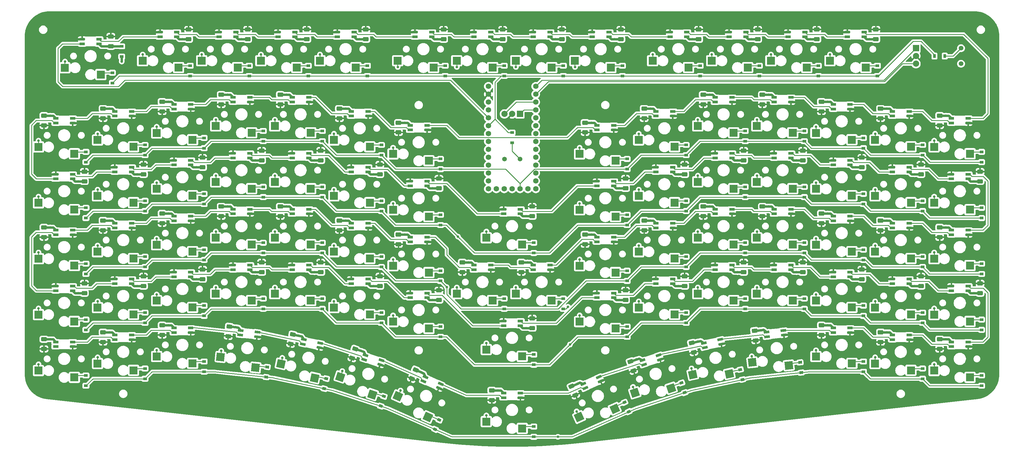
<source format=gbr>
%TF.GenerationSoftware,KiCad,Pcbnew,8.0.5*%
%TF.CreationDate,2024-10-10T16:29:34+02:00*%
%TF.ProjectId,eepyboard_rev2,65657079-626f-4617-9264-5f726576322e,1.1*%
%TF.SameCoordinates,Original*%
%TF.FileFunction,Copper,L4,Bot*%
%TF.FilePolarity,Positive*%
%FSLAX46Y46*%
G04 Gerber Fmt 4.6, Leading zero omitted, Abs format (unit mm)*
G04 Created by KiCad (PCBNEW 8.0.5) date 2024-10-10 16:29:34*
%MOMM*%
%LPD*%
G01*
G04 APERTURE LIST*
G04 Aperture macros list*
%AMRoundRect*
0 Rectangle with rounded corners*
0 $1 Rounding radius*
0 $2 $3 $4 $5 $6 $7 $8 $9 X,Y pos of 4 corners*
0 Add a 4 corners polygon primitive as box body*
4,1,4,$2,$3,$4,$5,$6,$7,$8,$9,$2,$3,0*
0 Add four circle primitives for the rounded corners*
1,1,$1+$1,$2,$3*
1,1,$1+$1,$4,$5*
1,1,$1+$1,$6,$7*
1,1,$1+$1,$8,$9*
0 Add four rect primitives between the rounded corners*
20,1,$1+$1,$2,$3,$4,$5,0*
20,1,$1+$1,$4,$5,$6,$7,0*
20,1,$1+$1,$6,$7,$8,$9,0*
20,1,$1+$1,$8,$9,$2,$3,0*%
%AMRotRect*
0 Rectangle, with rotation*
0 The origin of the aperture is its center*
0 $1 length*
0 $2 width*
0 $3 Rotation angle, in degrees counterclockwise*
0 Add horizontal line*
21,1,$1,$2,0,0,$3*%
G04 Aperture macros list end*
%TA.AperFunction,SMDPad,CuDef*%
%ADD10R,1.800000X0.820000*%
%TD*%
%TA.AperFunction,SMDPad,CuDef*%
%ADD11RoundRect,0.205000X-0.695000X-0.205000X0.695000X-0.205000X0.695000X0.205000X-0.695000X0.205000X0*%
%TD*%
%TA.AperFunction,SMDPad,CuDef*%
%ADD12RoundRect,0.205000X0.695000X0.205000X-0.695000X0.205000X-0.695000X-0.205000X0.695000X-0.205000X0*%
%TD*%
%TA.AperFunction,SMDPad,CuDef*%
%ADD13RotRect,2.600000X2.600000X168.000000*%
%TD*%
%TA.AperFunction,ComponentPad*%
%ADD14C,1.500000*%
%TD*%
%TA.AperFunction,ComponentPad*%
%ADD15R,2.000000X2.000000*%
%TD*%
%TA.AperFunction,ComponentPad*%
%ADD16C,2.000000*%
%TD*%
%TA.AperFunction,SMDPad,CuDef*%
%ADD17R,2.600000X2.600000*%
%TD*%
%TA.AperFunction,SMDPad,CuDef*%
%ADD18RotRect,2.600000X2.600000X192.000000*%
%TD*%
%TA.AperFunction,SMDPad,CuDef*%
%ADD19RotRect,2.600000X2.600000X198.000000*%
%TD*%
%TA.AperFunction,SMDPad,CuDef*%
%ADD20RotRect,2.600000X2.600000X162.000000*%
%TD*%
%TA.AperFunction,SMDPad,CuDef*%
%ADD21RotRect,2.600000X2.600000X174.000000*%
%TD*%
%TA.AperFunction,SMDPad,CuDef*%
%ADD22RotRect,1.800000X0.820000X348.000000*%
%TD*%
%TA.AperFunction,SMDPad,CuDef*%
%ADD23RoundRect,0.205000X-0.722434X-0.056022X0.637191X-0.345019X0.722434X0.056022X-0.637191X0.345019X0*%
%TD*%
%TA.AperFunction,SMDPad,CuDef*%
%ADD24RotRect,1.800000X0.820000X354.000000*%
%TD*%
%TA.AperFunction,SMDPad,CuDef*%
%ADD25RoundRect,0.205000X-0.712621X-0.131230X0.669764X-0.276524X0.712621X0.131230X-0.669764X0.276524X0*%
%TD*%
%TA.AperFunction,SMDPad,CuDef*%
%ADD26RotRect,2.600000X2.600000X204.000000*%
%TD*%
%TA.AperFunction,SMDPad,CuDef*%
%ADD27RotRect,1.800000X0.820000X24.000000*%
%TD*%
%TA.AperFunction,SMDPad,CuDef*%
%ADD28RoundRect,0.205000X-0.551533X-0.469959X0.718295X0.095405X0.551533X0.469959X-0.718295X-0.095405X0*%
%TD*%
%TA.AperFunction,ComponentPad*%
%ADD29C,1.752600*%
%TD*%
%TA.AperFunction,SMDPad,CuDef*%
%ADD30RotRect,2.600000X2.600000X186.000000*%
%TD*%
%TA.AperFunction,SMDPad,CuDef*%
%ADD31RotRect,1.800000X0.820000X18.000000*%
%TD*%
%TA.AperFunction,SMDPad,CuDef*%
%ADD32RoundRect,0.205000X-0.597636X-0.409733X0.724333X0.019800X0.597636X0.409733X-0.724333X-0.019800X0*%
%TD*%
%TA.AperFunction,SMDPad,CuDef*%
%ADD33RotRect,1.800000X0.820000X12.000000*%
%TD*%
%TA.AperFunction,SMDPad,CuDef*%
%ADD34RoundRect,0.205000X-0.637191X-0.345019X0.722434X-0.056022X0.637191X0.345019X-0.722434X0.056022X0*%
%TD*%
%TA.AperFunction,SMDPad,CuDef*%
%ADD35RotRect,2.600000X2.600000X156.000000*%
%TD*%
%TA.AperFunction,SMDPad,CuDef*%
%ADD36RotRect,1.800000X0.820000X336.000000*%
%TD*%
%TA.AperFunction,SMDPad,CuDef*%
%ADD37RoundRect,0.205000X-0.718295X0.095405X0.551533X-0.469959X0.718295X-0.095405X-0.551533X0.469959X0*%
%TD*%
%TA.AperFunction,SMDPad,CuDef*%
%ADD38RotRect,1.800000X0.820000X342.000000*%
%TD*%
%TA.AperFunction,SMDPad,CuDef*%
%ADD39RoundRect,0.205000X-0.724333X0.019800X0.597636X-0.409733X0.724333X-0.019800X-0.597636X0.409733X0*%
%TD*%
%TA.AperFunction,SMDPad,CuDef*%
%ADD40RotRect,1.800000X0.820000X6.000000*%
%TD*%
%TA.AperFunction,SMDPad,CuDef*%
%ADD41RoundRect,0.205000X-0.669764X-0.276524X0.712621X-0.131230X0.669764X0.276524X-0.712621X0.131230X0*%
%TD*%
%TA.AperFunction,SMDPad,CuDef*%
%ADD42R,1.200000X0.900000*%
%TD*%
%TA.AperFunction,SMDPad,CuDef*%
%ADD43RoundRect,0.250000X-0.650000X0.412500X-0.650000X-0.412500X0.650000X-0.412500X0.650000X0.412500X0*%
%TD*%
%TA.AperFunction,SMDPad,CuDef*%
%ADD44RoundRect,0.250000X0.650000X-0.412500X0.650000X0.412500X-0.650000X0.412500X-0.650000X-0.412500X0*%
%TD*%
%TA.AperFunction,SMDPad,CuDef*%
%ADD45RoundRect,0.250000X0.721560X-0.268343X0.550032X0.538628X-0.721560X0.268343X-0.550032X-0.538628X0*%
%TD*%
%TA.AperFunction,SMDPad,CuDef*%
%ADD46RotRect,0.900000X1.200000X78.000000*%
%TD*%
%TA.AperFunction,SMDPad,CuDef*%
%ADD47RoundRect,0.250000X0.426026X-0.641216X0.761583X0.112459X-0.426026X0.641216X-0.761583X-0.112459X0*%
%TD*%
%TA.AperFunction,SMDPad,CuDef*%
%ADD48RotRect,0.900000X1.200000X96.000000*%
%TD*%
%TA.AperFunction,SMDPad,CuDef*%
%ADD49RotRect,0.900000X1.200000X108.000000*%
%TD*%
%TA.AperFunction,SMDPad,CuDef*%
%ADD50RotRect,0.900000X1.200000X72.000000*%
%TD*%
%TA.AperFunction,SMDPad,CuDef*%
%ADD51RoundRect,0.250000X0.550032X-0.538628X0.721560X0.268343X-0.550032X0.538628X-0.721560X-0.268343X0*%
%TD*%
%TA.AperFunction,SMDPad,CuDef*%
%ADD52RotRect,0.900000X1.200000X84.000000*%
%TD*%
%TA.AperFunction,SMDPad,CuDef*%
%ADD53RotRect,0.900000X1.200000X66.000000*%
%TD*%
%TA.AperFunction,SMDPad,CuDef*%
%ADD54RoundRect,0.250000X0.603321X-0.478184X0.689557X0.342297X-0.603321X0.478184X-0.689557X-0.342297X0*%
%TD*%
%TA.AperFunction,SMDPad,CuDef*%
%ADD55RotRect,0.900000X1.200000X102.000000*%
%TD*%
%TA.AperFunction,SMDPad,CuDef*%
%ADD56RoundRect,0.250000X0.689557X-0.342297X0.603321X0.478184X-0.689557X0.342297X-0.603321X-0.478184X0*%
%TD*%
%TA.AperFunction,SMDPad,CuDef*%
%ADD57R,0.900000X1.200000*%
%TD*%
%TA.AperFunction,SMDPad,CuDef*%
%ADD58RotRect,0.900000X1.200000X114.000000*%
%TD*%
%TA.AperFunction,SMDPad,CuDef*%
%ADD59RoundRect,0.250000X0.761583X-0.112459X0.426026X0.641216X-0.761583X0.112459X-0.426026X-0.641216X0*%
%TD*%
%TA.AperFunction,SMDPad,CuDef*%
%ADD60RoundRect,0.250000X0.745656X-0.191450X0.490717X0.593172X-0.745656X0.191450X-0.490717X-0.593172X0*%
%TD*%
%TA.AperFunction,SMDPad,CuDef*%
%ADD61RoundRect,0.250000X0.490717X-0.593172X0.745656X0.191450X-0.490717X0.593172X-0.745656X-0.191450X0*%
%TD*%
%TA.AperFunction,ViaPad*%
%ADD62C,0.800000*%
%TD*%
%TA.AperFunction,Conductor*%
%ADD63C,0.250000*%
%TD*%
%TA.AperFunction,Conductor*%
%ADD64C,0.750000*%
%TD*%
G04 APERTURE END LIST*
D10*
%TO.P,LED3,1*%
%TO.N,VCC*%
X72247817Y-97898302D03*
%TO.P,LED3,2*%
%TO.N,led_din_main_left_top*%
X72247817Y-99398302D03*
D11*
%TO.P,LED3,3*%
%TO.N,GND*%
X77647813Y-99398302D03*
D10*
%TO.P,LED3,4*%
%TO.N,led_din_main_left_numbers*%
X77647813Y-97898302D03*
%TD*%
%TO.P,LED67,1*%
%TO.N,VCC*%
X308647812Y-110648302D03*
%TO.P,LED67,2*%
%TO.N,led_din_main_ten_top*%
X308647812Y-109148302D03*
D12*
%TO.P,LED67,3*%
%TO.N,GND*%
X303247816Y-109148302D03*
D10*
%TO.P,LED67,4*%
%TO.N,led_din_main_nine_top*%
X303247816Y-110648302D03*
%TD*%
D13*
%TO.P,S64,1*%
%TO.N,diode_thumb_two*%
X155473694Y-181507063D03*
%TO.P,S64,2*%
%TO.N,COL5*%
X144633495Y-176953758D03*
%TD*%
D14*
%TO.P,ROT2,1*%
%TO.N,diode_rotary_top_right*%
X363327814Y-75308303D03*
%TO.P,ROT2,2*%
%TO.N,COL15*%
X363327813Y-80308302D03*
D15*
%TO.P,ROT2,A*%
%TO.N,rotary_top_right_a*%
X348827810Y-75308300D03*
D16*
%TO.P,ROT2,B*%
%TO.N,rotary_top_right_b*%
X348827813Y-80308304D03*
%TO.P,ROT2,C*%
%TO.N,GND*%
X348827813Y-77808302D03*
%TD*%
D17*
%TO.P,S88,1*%
%TO.N,diode_function_f12*%
X332722812Y-81548299D03*
%TO.P,S88,2*%
%TO.N,COL14*%
X321172812Y-79348299D03*
%TD*%
D10*
%TO.P,LED73,1*%
%TO.N,VCC*%
X365647812Y-117398304D03*
%TO.P,LED73,2*%
%TO.N,led_din_main_twelve_home*%
X365647812Y-115898304D03*
D12*
%TO.P,LED73,3*%
%TO.N,GND*%
X360247816Y-115898304D03*
D10*
%TO.P,LED73,4*%
%TO.N,led_din_main_twelve_top*%
X360247816Y-117398304D03*
%TD*%
D18*
%TO.P,S68,1*%
%TO.N,diode_mirror_thumb_two*%
X288828793Y-180145241D03*
%TO.P,S68,2*%
%TO.N,COL11*%
X277073784Y-180394697D03*
%TD*%
D10*
%TO.P,LED21,1*%
%TO.N,VCC*%
X265247816Y-95648303D03*
%TO.P,LED21,2*%
%TO.N,led_din_main_six_numbers*%
X265247816Y-97148303D03*
D11*
%TO.P,LED21,3*%
%TO.N,GND*%
X270647812Y-97148303D03*
D10*
%TO.P,LED21,4*%
%TO.N,led_din_main_seven_numbers*%
X270647812Y-95648303D03*
%TD*%
D17*
%TO.P,S37,1*%
%TO.N,diode_main_seven_home*%
X271222811Y-143048302D03*
%TO.P,S37,2*%
%TO.N,COL10*%
X259672811Y-140848302D03*
%TD*%
%TO.P,S77,1*%
%TO.N,diode_function_f1*%
X111722812Y-81548302D03*
%TO.P,S77,2*%
%TO.N,COL2*%
X100172812Y-79348302D03*
%TD*%
D10*
%TO.P,LED72,1*%
%TO.N,VCC*%
X365647808Y-153398299D03*
%TO.P,LED72,2*%
%TO.N,led_din_main_twelve_mods*%
X365647808Y-151898299D03*
D12*
%TO.P,LED72,3*%
%TO.N,GND*%
X360247812Y-151898299D03*
D10*
%TO.P,LED72,4*%
%TO.N,led_din_main_twelve_bottom*%
X360247812Y-153398299D03*
%TD*%
D17*
%TO.P,S82,1*%
%TO.N,diode_function_f6*%
X212722811Y-81548305D03*
%TO.P,S82,2*%
%TO.N,COL7*%
X201172811Y-79348305D03*
%TD*%
D10*
%TO.P,LED59,1*%
%TO.N,VCC*%
X191647812Y-119648299D03*
%TO.P,LED59,2*%
%TO.N,led_din_arrow_keys_up*%
X191647812Y-118148299D03*
D12*
%TO.P,LED59,3*%
%TO.N,GND*%
X186247816Y-118148299D03*
D10*
%TO.P,LED59,4*%
%TO.N,led_din_main_five_top*%
X186247816Y-119648299D03*
%TD*%
%TO.P,LED84,1*%
%TO.N,VCC*%
X250147812Y-71648300D03*
%TO.P,LED84,2*%
%TO.N,led_din_function_f9*%
X250147812Y-70148300D03*
D12*
%TO.P,LED84,3*%
%TO.N,GND*%
X244747816Y-70148300D03*
D10*
%TO.P,LED84,4*%
%TO.N,led_din_function_f8*%
X244747816Y-71648300D03*
%TD*%
D17*
%TO.P,S24,1*%
%TO.N,diode_main_four_bottom*%
X173222811Y-161048300D03*
%TO.P,S24,2*%
%TO.N,COL6*%
X161672811Y-158848300D03*
%TD*%
%TO.P,S50,1*%
%TO.N,diode_main_ten_home*%
X328222813Y-140798300D03*
%TO.P,S50,2*%
%TO.N,COL13*%
X316672813Y-138598300D03*
%TD*%
D10*
%TO.P,LED54,1*%
%TO.N,VCC*%
X153647812Y-146648304D03*
%TO.P,LED54,2*%
%TO.N,led_din_main_four_bottom*%
X153647812Y-145148304D03*
D12*
%TO.P,LED54,3*%
%TO.N,GND*%
X148247816Y-145148304D03*
D10*
%TO.P,LED54,4*%
%TO.N,led_din_main_three_bottom*%
X148247816Y-146648304D03*
%TD*%
D17*
%TO.P,S58,1*%
%TO.N,diode_main_twelve_mods*%
X366222813Y-181298306D03*
%TO.P,S58,2*%
%TO.N,COL15*%
X354672813Y-179098306D03*
%TD*%
%TO.P,S61,1*%
%TO.N,diode_main_twelve_top*%
X366222811Y-127298302D03*
%TO.P,S61,2*%
%TO.N,COL15*%
X354672811Y-125098302D03*
%TD*%
D10*
%TO.P,LED48,1*%
%TO.N,VCC*%
X96647809Y-151148301D03*
%TO.P,LED48,2*%
%TO.N,led_din_main_one_bottom*%
X96647809Y-149648301D03*
D12*
%TO.P,LED48,3*%
%TO.N,GND*%
X91247813Y-149648301D03*
D10*
%TO.P,LED48,4*%
%TO.N,led_din_main_zero_bottom*%
X91247813Y-151148301D03*
%TD*%
D17*
%TO.P,S36,1*%
%TO.N,diode_main_seven_bottom*%
X271222813Y-161048300D03*
%TO.P,S36,2*%
%TO.N,COL10*%
X259672813Y-158848300D03*
%TD*%
D10*
%TO.P,LED76,1*%
%TO.N,VCC_first_led*%
X86147808Y-73898303D03*
%TO.P,LED76,2*%
%TO.N,led_din_function_f1*%
X86147808Y-72398303D03*
D12*
%TO.P,LED76,3*%
%TO.N,GND*%
X80747812Y-72398303D03*
D10*
%TO.P,LED76,4*%
%TO.N,led_din_function_esc*%
X80747812Y-73898303D03*
%TD*%
D17*
%TO.P,S23,1*%
%TO.N,diode_main_three_numbers*%
X154222813Y-102548300D03*
%TO.P,S23,2*%
%TO.N,COL5*%
X142672813Y-100348300D03*
%TD*%
%TO.P,S78,1*%
%TO.N,diode_function_f2*%
X130722812Y-81548303D03*
%TO.P,S78,2*%
%TO.N,COL3*%
X119172812Y-79348303D03*
%TD*%
D10*
%TO.P,LED32,1*%
%TO.N,VCC*%
X360247813Y-169898298D03*
%TO.P,LED32,2*%
%TO.N,led_din_main_eleven_mods*%
X360247813Y-171398298D03*
D11*
%TO.P,LED32,3*%
%TO.N,GND*%
X365647809Y-171398298D03*
D10*
%TO.P,LED32,4*%
%TO.N,led_din_main_twelve_mods*%
X365647809Y-169898298D03*
%TD*%
D17*
%TO.P,S11,1*%
%TO.N,diode_main_one_mods*%
X116222814Y-176798303D03*
%TO.P,S11,2*%
%TO.N,COL3*%
X104672814Y-174598303D03*
%TD*%
D10*
%TO.P,LED55,1*%
%TO.N,VCC*%
X153647811Y-110648300D03*
%TO.P,LED55,2*%
%TO.N,led_din_main_four_top*%
X153647811Y-109148300D03*
D12*
%TO.P,LED55,3*%
%TO.N,GND*%
X148247815Y-109148300D03*
D10*
%TO.P,LED55,4*%
%TO.N,led_din_main_three_top*%
X148247815Y-110648300D03*
%TD*%
D17*
%TO.P,S87,1*%
%TO.N,diode_function_f11*%
X313722814Y-81548302D03*
%TO.P,S87,2*%
%TO.N,COL13*%
X302172814Y-79348302D03*
%TD*%
D10*
%TO.P,LED14,1*%
%TO.N,VCC*%
X167247813Y-131648301D03*
%TO.P,LED14,2*%
%TO.N,led_din_main_three_home*%
X167247813Y-133148301D03*
D11*
%TO.P,LED14,3*%
%TO.N,GND*%
X172647809Y-133148301D03*
D10*
%TO.P,LED14,4*%
%TO.N,led_din_main_four_home*%
X172647809Y-131648301D03*
%TD*%
%TO.P,LED16,1*%
%TO.N,VCC*%
X186247813Y-136148303D03*
%TO.P,LED16,2*%
%TO.N,led_din_main_four_home*%
X186247813Y-137648303D03*
D11*
%TO.P,LED16,3*%
%TO.N,GND*%
X191647809Y-137648303D03*
D10*
%TO.P,LED16,4*%
%TO.N,led_din_main_five_home*%
X191647809Y-136148303D03*
%TD*%
D17*
%TO.P,S76,1*%
%TO.N,diode_function_esc*%
X86722812Y-83798299D03*
%TO.P,S76,2*%
%TO.N,COL1*%
X75172812Y-81598299D03*
%TD*%
D10*
%TO.P,LED66,1*%
%TO.N,VCC*%
X308647807Y-146648300D03*
%TO.P,LED66,2*%
%TO.N,led_din_main_ten_bottom*%
X308647807Y-145148300D03*
D12*
%TO.P,LED66,3*%
%TO.N,GND*%
X303247811Y-145148300D03*
D10*
%TO.P,LED66,4*%
%TO.N,led_din_main_nine_bottom*%
X303247811Y-146648300D03*
%TD*%
%TO.P,LED56,1*%
%TO.N,VCC*%
X172647811Y-151148300D03*
%TO.P,LED56,2*%
%TO.N,led_din_main_five_bottom*%
X172647811Y-149648300D03*
D12*
%TO.P,LED56,3*%
%TO.N,GND*%
X167247815Y-149648300D03*
D10*
%TO.P,LED56,4*%
%TO.N,led_din_main_four_bottom*%
X167247815Y-151148300D03*
%TD*%
D17*
%TO.P,S29,1*%
%TO.N,diode_main_five_home*%
X192222816Y-147548301D03*
%TO.P,S29,2*%
%TO.N,COL7*%
X180672816Y-145348301D03*
%TD*%
D10*
%TO.P,LED1,1*%
%TO.N,VCC*%
X72247815Y-169898302D03*
%TO.P,LED1,2*%
%TO.N,led_din_END_OF_CHAIN*%
X72247815Y-171398302D03*
D11*
%TO.P,LED1,3*%
%TO.N,GND*%
X77647811Y-171398302D03*
D10*
%TO.P,LED1,4*%
%TO.N,led_din_main_left_mods*%
X77647811Y-169898302D03*
%TD*%
%TO.P,LED77,1*%
%TO.N,VCC*%
X111147808Y-71648303D03*
%TO.P,LED77,2*%
%TO.N,led_din_function_f2*%
X111147808Y-70148303D03*
D12*
%TO.P,LED77,3*%
%TO.N,GND*%
X105747812Y-70148303D03*
D10*
%TO.P,LED77,4*%
%TO.N,led_din_function_f1*%
X105747812Y-71648303D03*
%TD*%
%TO.P,LED17,1*%
%TO.N,VCC*%
X186247814Y-100148300D03*
%TO.P,LED17,2*%
%TO.N,led_din_main_four_numbers*%
X186247814Y-101648300D03*
D11*
%TO.P,LED17,3*%
%TO.N,GND*%
X191647810Y-101648300D03*
D10*
%TO.P,LED17,4*%
%TO.N,led_din_main_five_numbers*%
X191647810Y-100148300D03*
%TD*%
%TO.P,LED6,1*%
%TO.N,VCC*%
X91247812Y-95648302D03*
%TO.P,LED6,2*%
%TO.N,led_din_main_left_numbers*%
X91247812Y-97148302D03*
D11*
%TO.P,LED6,3*%
%TO.N,GND*%
X96647808Y-97148302D03*
D10*
%TO.P,LED6,4*%
%TO.N,led_din_main_zero_numbers*%
X96647808Y-95648302D03*
%TD*%
%TO.P,LED60,1*%
%TO.N,VCC*%
X251647806Y-155648302D03*
%TO.P,LED60,2*%
%TO.N,led_din_main_seven_bottom*%
X251647806Y-154148302D03*
D12*
%TO.P,LED60,3*%
%TO.N,GND*%
X246247810Y-154148302D03*
D10*
%TO.P,LED60,4*%
%TO.N,led_din_main_six_bottom*%
X246247810Y-155648302D03*
%TD*%
D17*
%TO.P,S53,1*%
%TO.N,diode_main_eleven_mods*%
X347222817Y-179048300D03*
%TO.P,S53,2*%
%TO.N,COL14*%
X335672817Y-176848300D03*
%TD*%
D10*
%TO.P,LED18,1*%
%TO.N,VCC*%
X246247814Y-136148303D03*
%TO.P,LED18,2*%
%TO.N,led_din_arrow_keys_right*%
X246247814Y-137648303D03*
D11*
%TO.P,LED18,3*%
%TO.N,GND*%
X251647810Y-137648303D03*
D10*
%TO.P,LED18,4*%
%TO.N,led_din_main_six_home*%
X251647810Y-136148303D03*
%TD*%
D17*
%TO.P,S20,1*%
%TO.N,diode_main_three_bottom*%
X154222811Y-156548303D03*
%TO.P,S20,2*%
%TO.N,COL5*%
X142672811Y-154348303D03*
%TD*%
%TO.P,S74,1*%
%TO.N,diode_arrow_keys_up*%
X222222813Y-138548298D03*
%TO.P,S74,2*%
%TO.N,COL8*%
X210672813Y-136348298D03*
%TD*%
D10*
%TO.P,LED86,1*%
%TO.N,VCC*%
X294147811Y-71648305D03*
%TO.P,LED86,2*%
%TO.N,led_din_function_f11*%
X294147811Y-70148305D03*
D12*
%TO.P,LED86,3*%
%TO.N,GND*%
X288747815Y-70148305D03*
D10*
%TO.P,LED86,4*%
%TO.N,led_din_function_f10*%
X288747815Y-71648305D03*
%TD*%
D19*
%TO.P,S69,1*%
%TO.N,diode_mirror_thumb_three*%
X270104261Y-184807572D03*
%TO.P,S69,2*%
%TO.N,COL10*%
X258439722Y-186284394D03*
%TD*%
D10*
%TO.P,LED10,1*%
%TO.N,VCC*%
X129247811Y-127148303D03*
%TO.P,LED10,2*%
%TO.N,led_din_main_one_home*%
X129247811Y-128648303D03*
D11*
%TO.P,LED10,3*%
%TO.N,GND*%
X134647807Y-128648303D03*
D10*
%TO.P,LED10,4*%
%TO.N,led_din_main_two_home*%
X134647807Y-127148303D03*
%TD*%
D20*
%TO.P,S65,1*%
%TO.N,diode_thumb_three*%
X174020778Y-186831637D03*
%TO.P,S65,2*%
%TO.N,COL6*%
X163715914Y-181170166D03*
%TD*%
D17*
%TO.P,S33,1*%
%TO.N,diode_main_six_home*%
X252222811Y-147548301D03*
%TO.P,S33,2*%
%TO.N,COL9*%
X240672811Y-145348301D03*
%TD*%
%TO.P,S46,1*%
%TO.N,diode_main_nine_top*%
X309222814Y-120548301D03*
%TO.P,S46,2*%
%TO.N,COL12*%
X297672814Y-118348301D03*
%TD*%
%TO.P,S56,1*%
%TO.N,diode_main_eleven_top*%
X347222815Y-125048302D03*
%TO.P,S56,2*%
%TO.N,COL14*%
X335672815Y-122848302D03*
%TD*%
D10*
%TO.P,LED26,1*%
%TO.N,VCC*%
X322247815Y-165398304D03*
%TO.P,LED26,2*%
%TO.N,led_din_mirror_thumb_one*%
X322247815Y-166898304D03*
D11*
%TO.P,LED26,3*%
%TO.N,GND*%
X327647811Y-166898304D03*
D10*
%TO.P,LED26,4*%
%TO.N,led_din_main_ten_mods*%
X327647811Y-165398304D03*
%TD*%
D21*
%TO.P,S63,1*%
%TO.N,diode_thumb_one*%
X136471639Y-178150359D03*
%TO.P,S63,2*%
%TO.N,COL4*%
X125214874Y-174755107D03*
%TD*%
D22*
%TO.P,LED36,1*%
%TO.N,VCC*%
X151999457Y-169113908D03*
%TO.P,LED36,2*%
%TO.N,led_din_thumb_one*%
X151687588Y-170581129D03*
D23*
%TO.P,LED36,3*%
%TO.N,GND*%
X156969583Y-171703852D03*
D22*
%TO.P,LED36,4*%
%TO.N,led_din_thumb_two*%
X157281452Y-170236631D03*
%TD*%
D10*
%TO.P,LED78,1*%
%TO.N,VCC*%
X130147810Y-71648304D03*
%TO.P,LED78,2*%
%TO.N,led_din_function_f3*%
X130147810Y-70148304D03*
D12*
%TO.P,LED78,3*%
%TO.N,GND*%
X124747814Y-70148304D03*
D10*
%TO.P,LED78,4*%
%TO.N,led_din_function_f2*%
X124747814Y-71648304D03*
%TD*%
D17*
%TO.P,S57,1*%
%TO.N,diode_main_eleven_numbers*%
X347222812Y-107048302D03*
%TO.P,S57,2*%
%TO.N,COL14*%
X335672812Y-104848302D03*
%TD*%
%TO.P,S73,1*%
%TO.N,diode_arrow_keys_left*%
X212722812Y-156548300D03*
%TO.P,S73,2*%
%TO.N,COL8*%
X201172812Y-154348300D03*
%TD*%
D10*
%TO.P,LED64,1*%
%TO.N,VCC*%
X289647812Y-146648303D03*
%TO.P,LED64,2*%
%TO.N,led_din_main_nine_bottom*%
X289647812Y-145148303D03*
D12*
%TO.P,LED64,3*%
%TO.N,GND*%
X284247816Y-145148303D03*
D10*
%TO.P,LED64,4*%
%TO.N,led_din_main_eight_bottom*%
X284247816Y-146648303D03*
%TD*%
D17*
%TO.P,S9,1*%
%TO.N,diode_main_zero_top*%
X97222816Y-125048305D03*
%TO.P,S9,2*%
%TO.N,COL2*%
X85672816Y-122848305D03*
%TD*%
%TO.P,S52,1*%
%TO.N,diode_main_ten_numbers*%
X328222813Y-104798301D03*
%TO.P,S52,2*%
%TO.N,COL13*%
X316672813Y-102598301D03*
%TD*%
D10*
%TO.P,LED20,1*%
%TO.N,VCC*%
X265247814Y-131648298D03*
%TO.P,LED20,2*%
%TO.N,led_din_main_six_home*%
X265247814Y-133148298D03*
D11*
%TO.P,LED20,3*%
%TO.N,GND*%
X270647810Y-133148298D03*
D10*
%TO.P,LED20,4*%
%TO.N,led_din_main_seven_home*%
X270647810Y-131648298D03*
%TD*%
%TO.P,LED27,1*%
%TO.N,VCC*%
X322247817Y-129398300D03*
%TO.P,LED27,2*%
%TO.N,led_din_main_nine_home*%
X322247817Y-130898300D03*
D11*
%TO.P,LED27,3*%
%TO.N,GND*%
X327647813Y-130898300D03*
D10*
%TO.P,LED27,4*%
%TO.N,led_din_main_ten_home*%
X327647813Y-129398300D03*
%TD*%
D17*
%TO.P,S2,1*%
%TO.N,diode_main_left_bottom*%
X78222808Y-163298299D03*
%TO.P,S2,2*%
%TO.N,COL1*%
X66672808Y-161098299D03*
%TD*%
D10*
%TO.P,LED31,1*%
%TO.N,VCC*%
X341247813Y-95648301D03*
%TO.P,LED31,2*%
%TO.N,led_din_main_ten_numbers*%
X341247813Y-97148301D03*
D11*
%TO.P,LED31,3*%
%TO.N,GND*%
X346647809Y-97148301D03*
D10*
%TO.P,LED31,4*%
%TO.N,led_din_main_eleven_numbers*%
X346647809Y-95648301D03*
%TD*%
%TO.P,LED34,1*%
%TO.N,VCC*%
X360247812Y-97898299D03*
%TO.P,LED34,2*%
%TO.N,led_din_main_eleven_numbers*%
X360247812Y-99398299D03*
D11*
%TO.P,LED34,3*%
%TO.N,GND*%
X365647808Y-99398299D03*
D10*
%TO.P,LED34,4*%
%TO.N,led_din_main_twelve_numbers*%
X365647808Y-97898299D03*
%TD*%
%TO.P,LED61,1*%
%TO.N,VCC*%
X251647811Y-119648302D03*
%TO.P,LED61,2*%
%TO.N,led_din_main_seven_top*%
X251647811Y-118148302D03*
D12*
%TO.P,LED61,3*%
%TO.N,GND*%
X246247815Y-118148302D03*
D10*
%TO.P,LED61,4*%
%TO.N,led_din_main_six_top*%
X246247815Y-119648302D03*
%TD*%
D17*
%TO.P,S86,1*%
%TO.N,diode_function_f10*%
X294722815Y-81548303D03*
%TO.P,S86,2*%
%TO.N,COL12*%
X283172815Y-79348303D03*
%TD*%
D10*
%TO.P,LED83,1*%
%TO.N,VCC*%
X231147810Y-71648303D03*
%TO.P,LED83,2*%
%TO.N,led_din_function_f8*%
X231147810Y-70148303D03*
D12*
%TO.P,LED83,3*%
%TO.N,GND*%
X225747814Y-70148303D03*
D10*
%TO.P,LED83,4*%
%TO.N,led_din_function_f7*%
X225747814Y-71648303D03*
%TD*%
%TO.P,LED11,1*%
%TO.N,VCC*%
X129247811Y-91148300D03*
%TO.P,LED11,2*%
%TO.N,led_din_main_one_numbers*%
X129247811Y-92648300D03*
D11*
%TO.P,LED11,3*%
%TO.N,GND*%
X134647807Y-92648300D03*
D10*
%TO.P,LED11,4*%
%TO.N,led_din_main_two_numbers*%
X134647807Y-91148300D03*
%TD*%
%TO.P,LED79,1*%
%TO.N,VCC*%
X149147807Y-71648301D03*
%TO.P,LED79,2*%
%TO.N,led_din_function_f4*%
X149147807Y-70148301D03*
D12*
%TO.P,LED79,3*%
%TO.N,GND*%
X143747811Y-70148301D03*
D10*
%TO.P,LED79,4*%
%TO.N,led_din_function_f3*%
X143747811Y-71648301D03*
%TD*%
%TO.P,LED75,1*%
%TO.N,VCC*%
X221647810Y-128648302D03*
%TO.P,LED75,2*%
%TO.N,led_din_main_six_top*%
X221647810Y-127148302D03*
D12*
%TO.P,LED75,3*%
%TO.N,GND*%
X216247814Y-127148302D03*
D10*
%TO.P,LED75,4*%
%TO.N,led_din_arrow_keys_up*%
X216247814Y-128648302D03*
%TD*%
D17*
%TO.P,S55,1*%
%TO.N,diode_main_eleven_home*%
X347222817Y-143048303D03*
%TO.P,S55,2*%
%TO.N,COL14*%
X335672817Y-140848303D03*
%TD*%
%TO.P,S13,1*%
%TO.N,diode_main_one_home*%
X116222812Y-140798297D03*
%TO.P,S13,2*%
%TO.N,COL3*%
X104672812Y-138598297D03*
%TD*%
D10*
%TO.P,LED9,1*%
%TO.N,VCC*%
X110247816Y-93398302D03*
%TO.P,LED9,2*%
%TO.N,led_din_main_zero_numbers*%
X110247816Y-94898302D03*
D11*
%TO.P,LED9,3*%
%TO.N,GND*%
X115647812Y-94898302D03*
D10*
%TO.P,LED9,4*%
%TO.N,led_din_main_one_numbers*%
X115647812Y-93398302D03*
%TD*%
%TO.P,LED85,1*%
%TO.N,VCC*%
X275147811Y-71648303D03*
%TO.P,LED85,2*%
%TO.N,led_din_function_f10*%
X275147811Y-70148303D03*
D12*
%TO.P,LED85,3*%
%TO.N,GND*%
X269747815Y-70148303D03*
D10*
%TO.P,LED85,4*%
%TO.N,led_din_function_f9*%
X269747815Y-71648303D03*
%TD*%
D24*
%TO.P,LED35,1*%
%TO.N,VCC*%
X131721002Y-166188250D03*
%TO.P,LED35,2*%
%TO.N,led_din_main_one_mods*%
X131564209Y-167680032D03*
D25*
%TO.P,LED35,3*%
%TO.N,GND*%
X136934624Y-168244486D03*
D24*
%TO.P,LED35,4*%
%TO.N,led_din_thumb_one*%
X137091417Y-166752704D03*
%TD*%
D26*
%TO.P,S70,1*%
%TO.N,diode_mirror_thumb_four*%
X251969651Y-191401606D03*
%TO.P,S70,2*%
%TO.N,COL9*%
X240523382Y-194089615D03*
%TD*%
D17*
%TO.P,S21,1*%
%TO.N,diode_main_three_home*%
X154222815Y-138548306D03*
%TO.P,S21,2*%
%TO.N,COL5*%
X142672815Y-136348306D03*
%TD*%
%TO.P,S83,1*%
%TO.N,diode_function_f7*%
X231722814Y-81548303D03*
%TO.P,S83,2*%
%TO.N,COL9*%
X220172814Y-79348303D03*
%TD*%
D10*
%TO.P,LED80,1*%
%TO.N,VCC*%
X168147812Y-71648299D03*
%TO.P,LED80,2*%
%TO.N,led_din_function_f5*%
X168147812Y-70148299D03*
D12*
%TO.P,LED80,3*%
%TO.N,GND*%
X162747816Y-70148299D03*
D10*
%TO.P,LED80,4*%
%TO.N,led_din_function_f4*%
X162747816Y-71648299D03*
%TD*%
D17*
%TO.P,S25,1*%
%TO.N,diode_main_four_home*%
X173222809Y-143048303D03*
%TO.P,S25,2*%
%TO.N,COL6*%
X161672809Y-140848303D03*
%TD*%
D10*
%TO.P,LED19,1*%
%TO.N,VCC*%
X246247814Y-100148302D03*
%TO.P,LED19,2*%
%TO.N,led_din_main_five_numbers*%
X246247814Y-101648302D03*
D11*
%TO.P,LED19,3*%
%TO.N,GND*%
X251647810Y-101648302D03*
D10*
%TO.P,LED19,4*%
%TO.N,led_din_main_six_numbers*%
X251647810Y-100148302D03*
%TD*%
D17*
%TO.P,S14,1*%
%TO.N,diode_main_one_top*%
X116222809Y-122798301D03*
%TO.P,S14,2*%
%TO.N,COL3*%
X104672809Y-120598301D03*
%TD*%
D10*
%TO.P,LED63,1*%
%TO.N,VCC*%
X270647811Y-115148300D03*
%TO.P,LED63,2*%
%TO.N,led_din_main_eight_top*%
X270647811Y-113648300D03*
D12*
%TO.P,LED63,3*%
%TO.N,GND*%
X265247815Y-113648300D03*
D10*
%TO.P,LED63,4*%
%TO.N,led_din_main_seven_top*%
X265247815Y-115148300D03*
%TD*%
D17*
%TO.P,S79,1*%
%TO.N,diode_function_f3*%
X149722813Y-81548303D03*
%TO.P,S79,2*%
%TO.N,COL4*%
X138172813Y-79348303D03*
%TD*%
D10*
%TO.P,LED15,1*%
%TO.N,VCC*%
X167247812Y-95648299D03*
%TO.P,LED15,2*%
%TO.N,led_din_main_three_numbers*%
X167247812Y-97148299D03*
D11*
%TO.P,LED15,3*%
%TO.N,GND*%
X172647808Y-97148299D03*
D10*
%TO.P,LED15,4*%
%TO.N,led_din_main_four_numbers*%
X172647808Y-95648299D03*
%TD*%
D27*
%TO.P,LED42,1*%
%TO.N,VCC*%
X241874419Y-183417443D03*
%TO.P,LED42,2*%
%TO.N,led_din_thumb_center*%
X242484525Y-184787761D03*
D28*
%TO.P,LED42,3*%
%TO.N,GND*%
X247417669Y-182591383D03*
D27*
%TO.P,LED42,4*%
%TO.N,led_din_mirror_thumb_four*%
X246807563Y-181221065D03*
%TD*%
D10*
%TO.P,LED33,1*%
%TO.N,VCC*%
X360247810Y-133898302D03*
%TO.P,LED33,2*%
%TO.N,led_din_main_eleven_home*%
X360247810Y-135398302D03*
D11*
%TO.P,LED33,3*%
%TO.N,GND*%
X365647806Y-135398302D03*
D10*
%TO.P,LED33,4*%
%TO.N,led_din_main_twelve_home*%
X365647806Y-133898302D03*
%TD*%
D17*
%TO.P,S71,1*%
%TO.N,diode_thumb_center*%
X222222816Y-197748077D03*
%TO.P,S71,2*%
%TO.N,COL8*%
X210672816Y-195548077D03*
%TD*%
D29*
%TO.P,MCU1,1*%
%TO.N,rotary_top_right_a*%
X226567813Y-87588301D03*
%TO.P,MCU1,2*%
%TO.N,rotary_top_right_b*%
X226567812Y-90128301D03*
%TO.P,MCU1,3*%
%TO.N,rotary_center_b*%
X226567812Y-92668298D03*
%TO.P,MCU1,4*%
%TO.N,rotary_center_a*%
X226567812Y-95208301D03*
%TO.P,MCU1,5*%
%TO.N,GP4*%
X226567812Y-97748301D03*
%TO.P,MCU1,6*%
%TO.N,GP5*%
X226567812Y-100288301D03*
%TO.P,MCU1,7*%
%TO.N,COL15*%
X226567812Y-102828301D03*
%TO.P,MCU1,8*%
%TO.N,COL14*%
X226567812Y-105368301D03*
%TO.P,MCU1,9*%
%TO.N,COL13*%
X226567812Y-107908301D03*
%TO.P,MCU1,10*%
%TO.N,COL12*%
X226567812Y-110448301D03*
%TO.P,MCU1,11*%
%TO.N,COL11*%
X226567812Y-112988301D03*
%TO.P,MCU1,12*%
%TO.N,COL10*%
X226567812Y-115528304D03*
%TO.P,MCU1,13*%
%TO.N,COL9*%
X226567812Y-118068301D03*
%TO.P,MCU1,14*%
%TO.N,ROW1*%
X226567812Y-120608301D03*
%TO.P,MCU1,15*%
%TO.N,ROW2*%
X224027812Y-120608301D03*
%TO.P,MCU1,16*%
%TO.N,ROW5*%
X221487812Y-120608301D03*
%TO.P,MCU1,17*%
%TO.N,GP16*%
X218947812Y-120608299D03*
%TO.P,MCU1,18*%
%TO.N,COL8*%
X216407812Y-120608301D03*
%TO.P,MCU1,19*%
%TO.N,ROW4*%
X213867812Y-120608301D03*
%TO.P,MCU1,20*%
%TO.N,VCC*%
X211327812Y-87588301D03*
%TO.P,MCU1,21*%
%TO.N,GND*%
X211327812Y-90128301D03*
%TO.P,MCU1,22*%
%TO.N,RST*%
X211327812Y-92668298D03*
%TO.P,MCU1,23*%
%TO.N,3V3*%
X211327812Y-95208301D03*
%TO.P,MCU1,24*%
%TO.N,led_din_function_esc*%
X211327812Y-97748301D03*
%TO.P,MCU1,25*%
%TO.N,ROW6*%
X211327812Y-100288301D03*
%TO.P,MCU1,26*%
%TO.N,COL1*%
X211327812Y-102828301D03*
%TO.P,MCU1,27*%
%TO.N,COL2*%
X211327812Y-105368301D03*
%TO.P,MCU1,28*%
%TO.N,COL3*%
X211327812Y-107908301D03*
%TO.P,MCU1,29*%
%TO.N,COL4*%
X211327812Y-110448301D03*
%TO.P,MCU1,30*%
%TO.N,COL5*%
X211327812Y-112988301D03*
%TO.P,MCU1,31*%
%TO.N,COL6*%
X211327812Y-115528304D03*
%TO.P,MCU1,32*%
%TO.N,COL7*%
X211327812Y-118068301D03*
%TO.P,MCU1,33*%
%TO.N,ROW3*%
X211327811Y-120608301D03*
%TD*%
D17*
%TO.P,S28,1*%
%TO.N,diode_main_five_bottom*%
X192222813Y-165548302D03*
%TO.P,S28,2*%
%TO.N,COL7*%
X180672813Y-163348302D03*
%TD*%
D10*
%TO.P,LED69,1*%
%TO.N,VCC*%
X327647812Y-112898299D03*
%TO.P,LED69,2*%
%TO.N,led_din_main_eleven_top*%
X327647812Y-111398299D03*
D12*
%TO.P,LED69,3*%
%TO.N,GND*%
X322247816Y-111398299D03*
D10*
%TO.P,LED69,4*%
%TO.N,led_din_main_ten_top*%
X322247816Y-112898299D03*
%TD*%
%TO.P,LED62,1*%
%TO.N,VCC*%
X270647810Y-151148299D03*
%TO.P,LED62,2*%
%TO.N,led_din_main_eight_bottom*%
X270647810Y-149648299D03*
D12*
%TO.P,LED62,3*%
%TO.N,GND*%
X265247814Y-149648299D03*
D10*
%TO.P,LED62,4*%
%TO.N,led_din_main_seven_bottom*%
X265247814Y-151148299D03*
%TD*%
%TO.P,LED51,1*%
%TO.N,VCC*%
X115647808Y-112898301D03*
%TO.P,LED51,2*%
%TO.N,led_din_main_two_top*%
X115647808Y-111398301D03*
D12*
%TO.P,LED51,3*%
%TO.N,GND*%
X110247812Y-111398301D03*
D10*
%TO.P,LED51,4*%
%TO.N,led_din_main_one_top*%
X110247812Y-112898301D03*
%TD*%
D17*
%TO.P,S59,1*%
%TO.N,diode_main_twelve_bottom*%
X366222812Y-163298304D03*
%TO.P,S59,2*%
%TO.N,COL15*%
X354672812Y-161098304D03*
%TD*%
%TO.P,S54,1*%
%TO.N,diode_main_eleven_bottom*%
X347222811Y-161048300D03*
%TO.P,S54,2*%
%TO.N,COL14*%
X335672811Y-158848300D03*
%TD*%
D16*
%TO.P,ROT1,C*%
%TO.N,GND*%
X218987812Y-96478301D03*
%TO.P,ROT1,B*%
%TO.N,rotary_center_b*%
X216487810Y-96478301D03*
D15*
%TO.P,ROT1,A*%
%TO.N,rotary_center_a*%
X221487814Y-96478298D03*
D14*
%TO.P,ROT1,2*%
%TO.N,COL8*%
X216487812Y-110978301D03*
%TO.P,ROT1,1*%
%TO.N,diode_rotary_center*%
X221487811Y-110978302D03*
%TD*%
D17*
%TO.P,S35,1*%
%TO.N,diode_main_six_numbers*%
X252222812Y-111548302D03*
%TO.P,S35,2*%
%TO.N,COL9*%
X240672812Y-109348302D03*
%TD*%
D30*
%TO.P,S67,1*%
%TO.N,diode_mirror_thumb_one*%
X307938101Y-177465698D03*
%TO.P,S67,2*%
%TO.N,COL12*%
X296221410Y-176485053D03*
%TD*%
D17*
%TO.P,S84,1*%
%TO.N,diode_function_f8*%
X250722813Y-81548295D03*
%TO.P,S84,2*%
%TO.N,COL10*%
X239172813Y-79348295D03*
%TD*%
D10*
%TO.P,LED53,1*%
%TO.N,VCC*%
X134647813Y-110648302D03*
%TO.P,LED53,2*%
%TO.N,led_din_main_three_top*%
X134647813Y-109148302D03*
D12*
%TO.P,LED53,3*%
%TO.N,GND*%
X129247817Y-109148302D03*
D10*
%TO.P,LED53,4*%
%TO.N,led_din_main_two_top*%
X129247817Y-110648302D03*
%TD*%
D17*
%TO.P,S60,1*%
%TO.N,diode_main_twelve_home*%
X366222814Y-145298299D03*
%TO.P,S60,2*%
%TO.N,COL15*%
X354672814Y-143098299D03*
%TD*%
D10*
%TO.P,LED28,1*%
%TO.N,VCC*%
X322247816Y-93398300D03*
%TO.P,LED28,2*%
%TO.N,led_din_main_nine_numbers*%
X322247816Y-94898300D03*
D11*
%TO.P,LED28,3*%
%TO.N,GND*%
X327647812Y-94898300D03*
D10*
%TO.P,LED28,4*%
%TO.N,led_din_main_ten_numbers*%
X327647812Y-93398300D03*
%TD*%
D17*
%TO.P,S40,1*%
%TO.N,diode_main_eight_bottom*%
X290222815Y-156548302D03*
%TO.P,S40,2*%
%TO.N,COL11*%
X278672815Y-154348302D03*
%TD*%
%TO.P,S12,1*%
%TO.N,diode_main_one_bottom*%
X116222812Y-158798301D03*
%TO.P,S12,2*%
%TO.N,COL3*%
X104672812Y-156598301D03*
%TD*%
D10*
%TO.P,LED4,1*%
%TO.N,VCC*%
X91247815Y-167648299D03*
%TO.P,LED4,2*%
%TO.N,led_din_main_left_mods*%
X91247815Y-169148299D03*
D11*
%TO.P,LED4,3*%
%TO.N,GND*%
X96647811Y-169148299D03*
D10*
%TO.P,LED4,4*%
%TO.N,led_din_main_zero_mods*%
X96647811Y-167648299D03*
%TD*%
D17*
%TO.P,S1,1*%
%TO.N,diode_main_left_mods*%
X78222815Y-181298303D03*
%TO.P,S1,2*%
%TO.N,COL1*%
X66672815Y-179098303D03*
%TD*%
D31*
%TO.P,LED41,1*%
%TO.N,VCC*%
X260898907Y-175811907D03*
%TO.P,LED41,2*%
%TO.N,led_din_mirror_thumb_four*%
X261362434Y-177238491D03*
D32*
%TO.P,LED41,3*%
%TO.N,GND*%
X266498137Y-175569799D03*
D31*
%TO.P,LED41,4*%
%TO.N,led_din_mirror_thumb_three*%
X266034610Y-174143215D03*
%TD*%
D17*
%TO.P,S32,1*%
%TO.N,diode_main_six_bottom*%
X252222811Y-165548303D03*
%TO.P,S32,2*%
%TO.N,COL9*%
X240672811Y-163348303D03*
%TD*%
D10*
%TO.P,LED70,1*%
%TO.N,VCC*%
X346647813Y-151148299D03*
%TO.P,LED70,2*%
%TO.N,led_din_main_twelve_bottom*%
X346647813Y-149648299D03*
D12*
%TO.P,LED70,3*%
%TO.N,GND*%
X341247817Y-149648299D03*
D10*
%TO.P,LED70,4*%
%TO.N,led_din_main_eleven_bottom*%
X341247817Y-151148299D03*
%TD*%
%TO.P,LED24,1*%
%TO.N,VCC*%
X303247815Y-127148298D03*
%TO.P,LED24,2*%
%TO.N,led_din_main_eight_home*%
X303247815Y-128648298D03*
D11*
%TO.P,LED24,3*%
%TO.N,GND*%
X308647811Y-128648298D03*
D10*
%TO.P,LED24,4*%
%TO.N,led_din_main_nine_home*%
X308647811Y-127148298D03*
%TD*%
%TO.P,LED22,1*%
%TO.N,VCC*%
X284247815Y-127148304D03*
%TO.P,LED22,2*%
%TO.N,led_din_main_seven_home*%
X284247815Y-128648304D03*
D11*
%TO.P,LED22,3*%
%TO.N,GND*%
X289647811Y-128648304D03*
D10*
%TO.P,LED22,4*%
%TO.N,led_din_main_eight_home*%
X289647811Y-127148304D03*
%TD*%
%TO.P,LED8,1*%
%TO.N,VCC*%
X110247814Y-129398304D03*
%TO.P,LED8,2*%
%TO.N,led_din_main_zero_home*%
X110247814Y-130898304D03*
D11*
%TO.P,LED8,3*%
%TO.N,GND*%
X115647810Y-130898304D03*
D10*
%TO.P,LED8,4*%
%TO.N,led_din_main_one_home*%
X115647810Y-129398304D03*
%TD*%
D17*
%TO.P,S22,1*%
%TO.N,diode_main_three_top*%
X154222815Y-120548300D03*
%TO.P,S22,2*%
%TO.N,COL5*%
X142672815Y-118348300D03*
%TD*%
D33*
%TO.P,LED40,1*%
%TO.N,VCC*%
X280614173Y-170236633D03*
%TO.P,LED40,2*%
%TO.N,led_din_mirror_thumb_three*%
X280926042Y-171703854D03*
D34*
%TO.P,LED40,3*%
%TO.N,GND*%
X286208037Y-170581131D03*
D33*
%TO.P,LED40,4*%
%TO.N,led_din_mirror_thumb_two*%
X285896168Y-169113910D03*
%TD*%
D10*
%TO.P,LED23,1*%
%TO.N,VCC*%
X284247815Y-91148302D03*
%TO.P,LED23,2*%
%TO.N,led_din_main_seven_numbers*%
X284247815Y-92648302D03*
D11*
%TO.P,LED23,3*%
%TO.N,GND*%
X289647811Y-92648302D03*
D10*
%TO.P,LED23,4*%
%TO.N,led_din_main_eight_numbers*%
X289647811Y-91148302D03*
%TD*%
%TO.P,LED46,1*%
%TO.N,VCC*%
X77647808Y-153398301D03*
%TO.P,LED46,2*%
%TO.N,led_din_main_zero_bottom*%
X77647808Y-151898301D03*
D12*
%TO.P,LED46,3*%
%TO.N,GND*%
X72247812Y-151898301D03*
D10*
%TO.P,LED46,4*%
%TO.N,led_din_main_left_bottom*%
X72247812Y-153398301D03*
%TD*%
D17*
%TO.P,S5,1*%
%TO.N,diode_main_left_numbers*%
X78222814Y-109298301D03*
%TO.P,S5,2*%
%TO.N,COL1*%
X66672814Y-107098301D03*
%TD*%
D10*
%TO.P,LED71,1*%
%TO.N,VCC*%
X346647810Y-115148301D03*
%TO.P,LED71,2*%
%TO.N,led_din_main_twelve_top*%
X346647810Y-113648301D03*
D12*
%TO.P,LED71,3*%
%TO.N,GND*%
X341247814Y-113648301D03*
D10*
%TO.P,LED71,4*%
%TO.N,led_din_main_eleven_top*%
X341247814Y-115148301D03*
%TD*%
D17*
%TO.P,S43,1*%
%TO.N,diode_main_eight_numbers*%
X290222812Y-102548306D03*
%TO.P,S43,2*%
%TO.N,COL11*%
X278672812Y-100348306D03*
%TD*%
%TO.P,S19,1*%
%TO.N,diode_main_two_numbers*%
X135222811Y-102548301D03*
%TO.P,S19,2*%
%TO.N,COL4*%
X123672811Y-100348301D03*
%TD*%
%TO.P,S38,1*%
%TO.N,diode_main_seven_top*%
X271222811Y-125048301D03*
%TO.P,S38,2*%
%TO.N,COL10*%
X259672811Y-122848301D03*
%TD*%
D10*
%TO.P,LED30,1*%
%TO.N,VCC*%
X341247813Y-131648300D03*
%TO.P,LED30,2*%
%TO.N,led_din_main_ten_home*%
X341247813Y-133148300D03*
D11*
%TO.P,LED30,3*%
%TO.N,GND*%
X346647809Y-133148300D03*
D10*
%TO.P,LED30,4*%
%TO.N,led_din_main_eleven_home*%
X346647809Y-131648300D03*
%TD*%
D17*
%TO.P,S48,1*%
%TO.N,diode_main_ten_mods*%
X328222812Y-176798303D03*
%TO.P,S48,2*%
%TO.N,COL13*%
X316672812Y-174598303D03*
%TD*%
%TO.P,S62,1*%
%TO.N,diode_main_twelve_numbers*%
X366222808Y-109298300D03*
%TO.P,S62,2*%
%TO.N,COL15*%
X354672808Y-107098300D03*
%TD*%
%TO.P,S30,1*%
%TO.N,diode_main_five_top*%
X192222814Y-129548302D03*
%TO.P,S30,2*%
%TO.N,COL7*%
X180672814Y-127348302D03*
%TD*%
%TO.P,S15,1*%
%TO.N,diode_main_one_numbers*%
X116222810Y-104798301D03*
%TO.P,S15,2*%
%TO.N,COL3*%
X104672810Y-102598301D03*
%TD*%
%TO.P,S80,1*%
%TO.N,diode_function_f4*%
X168722813Y-81548300D03*
%TO.P,S80,2*%
%TO.N,COL5*%
X157172813Y-79348300D03*
%TD*%
D10*
%TO.P,LED25,1*%
%TO.N,VCC*%
X303247810Y-91148303D03*
%TO.P,LED25,2*%
%TO.N,led_din_main_eight_numbers*%
X303247810Y-92648303D03*
D11*
%TO.P,LED25,3*%
%TO.N,GND*%
X308647806Y-92648303D03*
D10*
%TO.P,LED25,4*%
%TO.N,led_din_main_nine_numbers*%
X308647806Y-91148303D03*
%TD*%
D17*
%TO.P,S39,1*%
%TO.N,diode_main_seven_numbers*%
X271222813Y-107048303D03*
%TO.P,S39,2*%
%TO.N,COL10*%
X259672813Y-104848303D03*
%TD*%
%TO.P,S31,1*%
%TO.N,diode_main_five_numbers*%
X192222813Y-111548302D03*
%TO.P,S31,2*%
%TO.N,COL7*%
X180672813Y-109348302D03*
%TD*%
%TO.P,S3,1*%
%TO.N,diode_main_left_home*%
X78222811Y-145298305D03*
%TO.P,S3,2*%
%TO.N,COL1*%
X66672811Y-143098305D03*
%TD*%
D10*
%TO.P,LED57,1*%
%TO.N,VCC*%
X172647809Y-115148302D03*
%TO.P,LED57,2*%
%TO.N,led_din_main_five_top*%
X172647809Y-113648302D03*
D12*
%TO.P,LED57,3*%
%TO.N,GND*%
X167247813Y-113648302D03*
D10*
%TO.P,LED57,4*%
%TO.N,led_din_main_four_top*%
X167247813Y-115148302D03*
%TD*%
D17*
%TO.P,S34,1*%
%TO.N,diode_main_six_top*%
X252222811Y-129548299D03*
%TO.P,S34,2*%
%TO.N,COL9*%
X240672811Y-127348299D03*
%TD*%
%TO.P,S18,1*%
%TO.N,diode_main_two_top*%
X135222818Y-120548303D03*
%TO.P,S18,2*%
%TO.N,COL4*%
X123672818Y-118348303D03*
%TD*%
D10*
%TO.P,LED87,1*%
%TO.N,VCC*%
X313147805Y-71648301D03*
%TO.P,LED87,2*%
%TO.N,led_din_function_f12*%
X313147805Y-70148301D03*
D12*
%TO.P,LED87,3*%
%TO.N,GND*%
X307747809Y-70148301D03*
D10*
%TO.P,LED87,4*%
%TO.N,led_din_function_f11*%
X307747809Y-71648301D03*
%TD*%
D17*
%TO.P,S42,1*%
%TO.N,diode_main_eight_top*%
X290222816Y-120548302D03*
%TO.P,S42,2*%
%TO.N,COL11*%
X278672816Y-118348302D03*
%TD*%
D35*
%TO.P,S66,1*%
%TO.N,diode_thumb_four*%
X191909695Y-194065735D03*
%TO.P,S66,2*%
%TO.N,COL7*%
X182253067Y-187358127D03*
%TD*%
D17*
%TO.P,S47,1*%
%TO.N,diode_main_nine_numbers*%
X309222809Y-102548302D03*
%TO.P,S47,2*%
%TO.N,COL12*%
X297672809Y-100348302D03*
%TD*%
%TO.P,S8,1*%
%TO.N,diode_main_zero_home*%
X97222809Y-143048301D03*
%TO.P,S8,2*%
%TO.N,COL2*%
X85672809Y-140848301D03*
%TD*%
%TO.P,S44,1*%
%TO.N,diode_main_nine_bottom*%
X309222813Y-156548299D03*
%TO.P,S44,2*%
%TO.N,COL12*%
X297672813Y-154348299D03*
%TD*%
%TO.P,S27,1*%
%TO.N,diode_main_four_numbers*%
X173222813Y-107048300D03*
%TO.P,S27,2*%
%TO.N,COL6*%
X161672813Y-104848300D03*
%TD*%
%TO.P,S10,1*%
%TO.N,diode_main_zero_numbers*%
X97222809Y-107048301D03*
%TO.P,S10,2*%
%TO.N,COL2*%
X85672809Y-104848301D03*
%TD*%
D10*
%TO.P,LED82,1*%
%TO.N,VCC*%
X212147811Y-71648303D03*
%TO.P,LED82,2*%
%TO.N,led_din_function_f7*%
X212147811Y-70148303D03*
D12*
%TO.P,LED82,3*%
%TO.N,GND*%
X206747815Y-70148303D03*
D10*
%TO.P,LED82,4*%
%TO.N,led_din_function_f6*%
X206747815Y-71648303D03*
%TD*%
D36*
%TO.P,LED38,1*%
%TO.N,VCC*%
X191088060Y-181221066D03*
%TO.P,LED38,2*%
%TO.N,led_din_thumb_three*%
X190477956Y-182591384D03*
D37*
%TO.P,LED38,3*%
%TO.N,GND*%
X195411102Y-184787762D03*
D36*
%TO.P,LED38,4*%
%TO.N,led_din_thumb_four*%
X196021206Y-183417444D03*
%TD*%
D10*
%TO.P,LED43,1*%
%TO.N,VCC*%
X216247812Y-186348075D03*
%TO.P,LED43,2*%
%TO.N,led_din_thumb_four*%
X216247812Y-187848075D03*
D11*
%TO.P,LED43,3*%
%TO.N,GND*%
X221647808Y-187848075D03*
D10*
%TO.P,LED43,4*%
%TO.N,led_din_thumb_center*%
X221647808Y-186348075D03*
%TD*%
%TO.P,LED68,1*%
%TO.N,VCC*%
X327647809Y-148898299D03*
%TO.P,LED68,2*%
%TO.N,led_din_main_eleven_bottom*%
X327647809Y-147398299D03*
D12*
%TO.P,LED68,3*%
%TO.N,GND*%
X322247813Y-147398299D03*
D10*
%TO.P,LED68,4*%
%TO.N,led_din_main_ten_bottom*%
X322247813Y-148898299D03*
%TD*%
D17*
%TO.P,S75,1*%
%TO.N,diode_arrow_keys_right*%
X231722813Y-156548299D03*
%TO.P,S75,2*%
%TO.N,COL8*%
X220172813Y-154348299D03*
%TD*%
%TO.P,S7,1*%
%TO.N,diode_main_zero_bottom*%
X97222814Y-161048300D03*
%TO.P,S7,2*%
%TO.N,COL2*%
X85672814Y-158848300D03*
%TD*%
D10*
%TO.P,LED13,1*%
%TO.N,VCC*%
X148247817Y-91148306D03*
%TO.P,LED13,2*%
%TO.N,led_din_main_two_numbers*%
X148247817Y-92648306D03*
D11*
%TO.P,LED13,3*%
%TO.N,GND*%
X153647813Y-92648306D03*
D10*
%TO.P,LED13,4*%
%TO.N,led_din_main_three_numbers*%
X153647813Y-91148306D03*
%TD*%
%TO.P,LED88,1*%
%TO.N,VCC*%
X332147809Y-71648301D03*
%TO.P,LED88,2*%
%TO.N,led_din_main_twelve_numbers*%
X332147809Y-70148301D03*
D12*
%TO.P,LED88,3*%
%TO.N,GND*%
X326747813Y-70148301D03*
D10*
%TO.P,LED88,4*%
%TO.N,led_din_function_f12*%
X326747813Y-71648301D03*
%TD*%
%TO.P,LED47,1*%
%TO.N,VCC*%
X77647811Y-117398301D03*
%TO.P,LED47,2*%
%TO.N,led_din_main_zero_top*%
X77647811Y-115898301D03*
D12*
%TO.P,LED47,3*%
%TO.N,GND*%
X72247815Y-115898301D03*
D10*
%TO.P,LED47,4*%
%TO.N,led_din_main_left_top*%
X72247815Y-117398301D03*
%TD*%
%TO.P,LED44,1*%
%TO.N,VCC*%
X206747813Y-145148302D03*
%TO.P,LED44,2*%
%TO.N,led_din_main_five_home*%
X206747813Y-146648302D03*
D11*
%TO.P,LED44,3*%
%TO.N,GND*%
X212147809Y-146648302D03*
D10*
%TO.P,LED44,4*%
%TO.N,led_din_arrow_keys_left*%
X212147809Y-145148302D03*
%TD*%
D17*
%TO.P,S17,1*%
%TO.N,diode_main_two_home*%
X135222815Y-138548304D03*
%TO.P,S17,2*%
%TO.N,COL4*%
X123672815Y-136348304D03*
%TD*%
%TO.P,S16,1*%
%TO.N,diode_main_two_bottom*%
X135222812Y-156548301D03*
%TO.P,S16,2*%
%TO.N,COL4*%
X123672812Y-154348301D03*
%TD*%
D10*
%TO.P,LED2,1*%
%TO.N,VCC*%
X72247815Y-133898302D03*
%TO.P,LED2,2*%
%TO.N,led_din_main_left_bottom*%
X72247815Y-135398302D03*
D11*
%TO.P,LED2,3*%
%TO.N,GND*%
X77647811Y-135398302D03*
D10*
%TO.P,LED2,4*%
%TO.N,led_din_main_left_home*%
X77647811Y-133898302D03*
%TD*%
D17*
%TO.P,S45,1*%
%TO.N,diode_main_nine_home*%
X309222813Y-138548300D03*
%TO.P,S45,2*%
%TO.N,COL12*%
X297672813Y-136348300D03*
%TD*%
D10*
%TO.P,LED7,1*%
%TO.N,VCC*%
X110247816Y-165398302D03*
%TO.P,LED7,2*%
%TO.N,led_din_main_zero_mods*%
X110247816Y-166898302D03*
D11*
%TO.P,LED7,3*%
%TO.N,GND*%
X115647812Y-166898302D03*
D10*
%TO.P,LED7,4*%
%TO.N,led_din_main_one_mods*%
X115647812Y-165398302D03*
%TD*%
D17*
%TO.P,S26,1*%
%TO.N,diode_main_four_top*%
X173222814Y-125048299D03*
%TO.P,S26,2*%
%TO.N,COL6*%
X161672814Y-122848299D03*
%TD*%
%TO.P,S4,1*%
%TO.N,diode_main_left_top*%
X78222812Y-127298303D03*
%TO.P,S4,2*%
%TO.N,COL1*%
X66672812Y-125098303D03*
%TD*%
D10*
%TO.P,LED45,1*%
%TO.N,VCC*%
X225747812Y-145148300D03*
%TO.P,LED45,2*%
%TO.N,led_din_arrow_keys_left*%
X225747812Y-146648300D03*
D11*
%TO.P,LED45,3*%
%TO.N,GND*%
X231147808Y-146648300D03*
D10*
%TO.P,LED45,4*%
%TO.N,led_din_arrow_keys_right*%
X231147808Y-145148300D03*
%TD*%
%TO.P,LED52,1*%
%TO.N,VCC*%
X134647811Y-146648300D03*
%TO.P,LED52,2*%
%TO.N,led_din_main_three_bottom*%
X134647811Y-145148300D03*
D12*
%TO.P,LED52,3*%
%TO.N,GND*%
X129247815Y-145148300D03*
D10*
%TO.P,LED52,4*%
%TO.N,led_din_main_two_bottom*%
X129247815Y-146648300D03*
%TD*%
%TO.P,LED58,1*%
%TO.N,VCC*%
X191647812Y-155648301D03*
%TO.P,LED58,2*%
%TO.N,led_din_arrow_keys_down*%
X191647812Y-154148301D03*
D12*
%TO.P,LED58,3*%
%TO.N,GND*%
X186247816Y-154148301D03*
D10*
%TO.P,LED58,4*%
%TO.N,led_din_main_five_bottom*%
X186247816Y-155648301D03*
%TD*%
D38*
%TO.P,LED37,1*%
%TO.N,VCC*%
X171861013Y-174143214D03*
%TO.P,LED37,2*%
%TO.N,led_din_thumb_two*%
X171397487Y-175569798D03*
D39*
%TO.P,LED37,3*%
%TO.N,GND*%
X176533189Y-177238488D03*
D38*
%TO.P,LED37,4*%
%TO.N,led_din_thumb_three*%
X176996715Y-175811904D03*
%TD*%
D17*
%TO.P,S49,1*%
%TO.N,diode_main_ten_bottom*%
X328222813Y-158798306D03*
%TO.P,S49,2*%
%TO.N,COL13*%
X316672813Y-156598306D03*
%TD*%
%TO.P,S6,1*%
%TO.N,diode_main_zero_mods*%
X97222815Y-179048300D03*
%TO.P,S6,2*%
%TO.N,COL2*%
X85672815Y-176848300D03*
%TD*%
D10*
%TO.P,LED5,1*%
%TO.N,VCC*%
X91247811Y-131648301D03*
%TO.P,LED5,2*%
%TO.N,led_din_main_left_home*%
X91247811Y-133148301D03*
D11*
%TO.P,LED5,3*%
%TO.N,GND*%
X96647807Y-133148301D03*
D10*
%TO.P,LED5,4*%
%TO.N,led_din_main_zero_home*%
X96647807Y-131648301D03*
%TD*%
%TO.P,LED74,1*%
%TO.N,VCC*%
X221647812Y-164648302D03*
%TO.P,LED74,2*%
%TO.N,led_din_main_six_bottom*%
X221647812Y-163148302D03*
D12*
%TO.P,LED74,3*%
%TO.N,GND*%
X216247816Y-163148302D03*
D10*
%TO.P,LED74,4*%
%TO.N,led_din_arrow_keys_down*%
X216247816Y-164648302D03*
%TD*%
%TO.P,LED65,1*%
%TO.N,VCC*%
X289647815Y-110648302D03*
%TO.P,LED65,2*%
%TO.N,led_din_main_nine_top*%
X289647815Y-109148302D03*
D12*
%TO.P,LED65,3*%
%TO.N,GND*%
X284247819Y-109148302D03*
D10*
%TO.P,LED65,4*%
%TO.N,led_din_main_eight_top*%
X284247819Y-110648302D03*
%TD*%
%TO.P,LED29,1*%
%TO.N,VCC*%
X341247818Y-167648300D03*
%TO.P,LED29,2*%
%TO.N,led_din_main_ten_mods*%
X341247818Y-169148300D03*
D11*
%TO.P,LED29,3*%
%TO.N,GND*%
X346647814Y-169148300D03*
D10*
%TO.P,LED29,4*%
%TO.N,led_din_main_eleven_mods*%
X346647814Y-167648300D03*
%TD*%
D40*
%TO.P,LED39,1*%
%TO.N,VCC*%
X300804208Y-166752707D03*
%TO.P,LED39,2*%
%TO.N,led_din_mirror_thumb_two*%
X300961001Y-168244489D03*
D41*
%TO.P,LED39,3*%
%TO.N,GND*%
X306331416Y-167680035D03*
D40*
%TO.P,LED39,4*%
%TO.N,led_din_mirror_thumb_one*%
X306174623Y-166188253D03*
%TD*%
D10*
%TO.P,LED50,1*%
%TO.N,VCC*%
X115647813Y-148898302D03*
%TO.P,LED50,2*%
%TO.N,led_din_main_two_bottom*%
X115647813Y-147398302D03*
D12*
%TO.P,LED50,3*%
%TO.N,GND*%
X110247817Y-147398302D03*
D10*
%TO.P,LED50,4*%
%TO.N,led_din_main_one_bottom*%
X110247817Y-148898302D03*
%TD*%
D17*
%TO.P,S85,1*%
%TO.N,diode_function_f9*%
X275722813Y-81548304D03*
%TO.P,S85,2*%
%TO.N,COL11*%
X264172813Y-79348304D03*
%TD*%
%TO.P,S41,1*%
%TO.N,diode_main_eight_home*%
X290222815Y-138548305D03*
%TO.P,S41,2*%
%TO.N,COL11*%
X278672815Y-136348305D03*
%TD*%
D10*
%TO.P,LED81,1*%
%TO.N,VCC*%
X193147812Y-71648304D03*
%TO.P,LED81,2*%
%TO.N,led_din_function_f6*%
X193147812Y-70148304D03*
D12*
%TO.P,LED81,3*%
%TO.N,GND*%
X187747816Y-70148304D03*
D10*
%TO.P,LED81,4*%
%TO.N,led_din_function_f5*%
X187747816Y-71648304D03*
%TD*%
D17*
%TO.P,S51,1*%
%TO.N,diode_main_ten_top*%
X328222810Y-122798301D03*
%TO.P,S51,2*%
%TO.N,COL13*%
X316672810Y-120598301D03*
%TD*%
%TO.P,S72,1*%
%TO.N,diode_arrow_keys_down*%
X222222810Y-174548303D03*
%TO.P,S72,2*%
%TO.N,COL8*%
X210672810Y-172348303D03*
%TD*%
D10*
%TO.P,LED49,1*%
%TO.N,VCC*%
X96647812Y-115148301D03*
%TO.P,LED49,2*%
%TO.N,led_din_main_one_top*%
X96647812Y-113648301D03*
D12*
%TO.P,LED49,3*%
%TO.N,GND*%
X91247816Y-113648301D03*
D10*
%TO.P,LED49,4*%
%TO.N,led_din_main_zero_top*%
X91247816Y-115148301D03*
%TD*%
D17*
%TO.P,S81,1*%
%TO.N,diode_function_f5*%
X193722811Y-81548300D03*
%TO.P,S81,2*%
%TO.N,COL6*%
X182172811Y-79348300D03*
%TD*%
D10*
%TO.P,LED12,1*%
%TO.N,VCC*%
X148247814Y-127148301D03*
%TO.P,LED12,2*%
%TO.N,led_din_main_two_home*%
X148247814Y-128648301D03*
D11*
%TO.P,LED12,3*%
%TO.N,GND*%
X153647810Y-128648301D03*
D10*
%TO.P,LED12,4*%
%TO.N,led_din_main_three_home*%
X153647810Y-127148301D03*
%TD*%
D42*
%TO.P,D80,1*%
%TO.N,ROW6*%
X172447814Y-84248301D03*
%TO.P,D80,2*%
%TO.N,diode_function_f4*%
X172447814Y-80948301D03*
%TD*%
D43*
%TO.P,C48,1*%
%TO.N,GND*%
X100447811Y-148785803D03*
%TO.P,C48,2*%
%TO.N,VCC*%
X100447811Y-151910803D03*
%TD*%
D42*
%TO.P,D11,1*%
%TO.N,ROW1*%
X119947809Y-179498298D03*
%TO.P,D11,2*%
%TO.N,diode_main_one_mods*%
X119947809Y-176198298D03*
%TD*%
%TO.P,D19,1*%
%TO.N,ROW5*%
X138947813Y-105248299D03*
%TO.P,D19,2*%
%TO.N,diode_main_two_numbers*%
X138947813Y-101948299D03*
%TD*%
D44*
%TO.P,C6,1*%
%TO.N,GND*%
X87447812Y-97910802D03*
%TO.P,C6,2*%
%TO.N,VCC*%
X87447812Y-94785802D03*
%TD*%
D42*
%TO.P,D40,1*%
%TO.N,ROW2*%
X293947813Y-159248303D03*
%TO.P,D40,2*%
%TO.N,diode_main_eight_bottom*%
X293947813Y-155948303D03*
%TD*%
D44*
%TO.P,C33,1*%
%TO.N,GND*%
X356447813Y-136160800D03*
%TO.P,C33,2*%
%TO.N,VCC*%
X356447813Y-133035800D03*
%TD*%
D42*
%TO.P,D57,1*%
%TO.N,ROW5*%
X350947813Y-109748304D03*
%TO.P,D57,2*%
%TO.N,diode_main_eleven_numbers*%
X350947813Y-106448304D03*
%TD*%
%TO.P,D50,1*%
%TO.N,ROW3*%
X331947810Y-143498304D03*
%TO.P,D50,2*%
%TO.N,diode_main_ten_home*%
X331947810Y-140198304D03*
%TD*%
D44*
%TO.P,C27,1*%
%TO.N,GND*%
X318447813Y-131660800D03*
%TO.P,C27,2*%
%TO.N,VCC*%
X318447813Y-128535800D03*
%TD*%
D42*
%TO.P,D45,1*%
%TO.N,ROW3*%
X312947812Y-141248301D03*
%TO.P,D45,2*%
%TO.N,diode_main_nine_home*%
X312947812Y-137948301D03*
%TD*%
%TO.P,D56,1*%
%TO.N,ROW4*%
X350947814Y-127748300D03*
%TO.P,D56,2*%
%TO.N,diode_main_eleven_top*%
X350947814Y-124448300D03*
%TD*%
D43*
%TO.P,C62,1*%
%TO.N,GND*%
X274447811Y-148785801D03*
%TO.P,C62,2*%
%TO.N,VCC*%
X274447811Y-151910801D03*
%TD*%
D45*
%TO.P,C40,1*%
%TO.N,GND*%
X277367612Y-173239756D03*
%TO.P,C40,2*%
%TO.N,VCC*%
X276717888Y-170183044D03*
%TD*%
D46*
%TO.P,D64,1*%
%TO.N,ROW1*%
X158555934Y-184922534D03*
%TO.P,D64,2*%
%TO.N,diode_thumb_two*%
X159242040Y-181694646D03*
%TD*%
D42*
%TO.P,D20,1*%
%TO.N,ROW2*%
X157947813Y-159248303D03*
%TO.P,D20,2*%
%TO.N,diode_main_three_bottom*%
X157947813Y-155948303D03*
%TD*%
D43*
%TO.P,C84,1*%
%TO.N,GND*%
X253947808Y-69285801D03*
%TO.P,C84,2*%
%TO.N,VCC*%
X253947808Y-72410801D03*
%TD*%
%TO.P,C55,1*%
%TO.N,GND*%
X157447815Y-108285804D03*
%TO.P,C55,2*%
%TO.N,VCC*%
X157447815Y-111410804D03*
%TD*%
D42*
%TO.P,D42,1*%
%TO.N,ROW4*%
X293947812Y-123248302D03*
%TO.P,D42,2*%
%TO.N,diode_main_eight_top*%
X293947812Y-119948302D03*
%TD*%
%TO.P,D3,1*%
%TO.N,ROW3*%
X81947815Y-147998301D03*
%TO.P,D3,2*%
%TO.N,diode_main_left_home*%
X81947815Y-144698301D03*
%TD*%
%TO.P,D27,1*%
%TO.N,ROW5*%
X176947811Y-109748298D03*
%TO.P,D27,2*%
%TO.N,diode_main_four_numbers*%
X176947811Y-106448298D03*
%TD*%
D43*
%TO.P,C57,1*%
%TO.N,GND*%
X176447812Y-112785802D03*
%TO.P,C57,2*%
%TO.N,VCC*%
X176447812Y-115910802D03*
%TD*%
%TO.P,C53,1*%
%TO.N,GND*%
X138447810Y-108285800D03*
%TO.P,C53,2*%
%TO.N,VCC*%
X138447810Y-111410800D03*
%TD*%
D42*
%TO.P,D35,1*%
%TO.N,ROW5*%
X255947816Y-114248303D03*
%TO.P,D35,2*%
%TO.N,diode_main_six_numbers*%
X255947816Y-110948303D03*
%TD*%
D47*
%TO.P,C38,1*%
%TO.N,GND*%
X186696348Y-181742365D03*
%TO.P,C38,2*%
%TO.N,VCC*%
X187967400Y-178887535D03*
%TD*%
D42*
%TO.P,D85,1*%
%TO.N,ROW6*%
X279447811Y-84248300D03*
%TO.P,D85,2*%
%TO.N,diode_function_f9*%
X279447811Y-80948300D03*
%TD*%
D43*
%TO.P,C72,1*%
%TO.N,GND*%
X369447814Y-151035802D03*
%TO.P,C72,2*%
%TO.N,VCC*%
X369447814Y-154160802D03*
%TD*%
D48*
%TO.P,D67,1*%
%TO.N,ROW1*%
X311924925Y-179761540D03*
%TO.P,D67,2*%
%TO.N,diode_mirror_thumb_one*%
X311579981Y-176479618D03*
%TD*%
D42*
%TO.P,D15,1*%
%TO.N,ROW5*%
X119947813Y-107498303D03*
%TO.P,D15,2*%
%TO.N,diode_main_one_numbers*%
X119947813Y-104198303D03*
%TD*%
D44*
%TO.P,C11,1*%
%TO.N,GND*%
X125447812Y-93410804D03*
%TO.P,C11,2*%
%TO.N,VCC*%
X125447812Y-90285804D03*
%TD*%
%TO.P,C29,1*%
%TO.N,GND*%
X337447816Y-169910802D03*
%TO.P,C29,2*%
%TO.N,VCC*%
X337447816Y-166785802D03*
%TD*%
%TO.P,C24,1*%
%TO.N,GND*%
X299447811Y-129410800D03*
%TO.P,C24,2*%
%TO.N,VCC*%
X299447811Y-126285800D03*
%TD*%
D42*
%TO.P,D30,1*%
%TO.N,ROW4*%
X195947810Y-132248297D03*
%TO.P,D30,2*%
%TO.N,diode_main_five_top*%
X195947810Y-128948297D03*
%TD*%
D44*
%TO.P,C26,1*%
%TO.N,GND*%
X318447809Y-167660807D03*
%TO.P,C26,2*%
%TO.N,VCC*%
X318447809Y-164535807D03*
%TD*%
D43*
%TO.P,C80,1*%
%TO.N,GND*%
X171947811Y-69285801D03*
%TO.P,C80,2*%
%TO.N,VCC*%
X171947811Y-72410801D03*
%TD*%
D42*
%TO.P,D82,1*%
%TO.N,ROW6*%
X216447812Y-84248300D03*
%TO.P,D82,2*%
%TO.N,diode_function_f6*%
X216447812Y-80948300D03*
%TD*%
D44*
%TO.P,C3,1*%
%TO.N,GND*%
X68447814Y-100160803D03*
%TO.P,C3,2*%
%TO.N,VCC*%
X68447814Y-97035803D03*
%TD*%
D49*
%TO.P,D69,1*%
%TO.N,ROW1*%
X274481294Y-186224335D03*
%TO.P,D69,2*%
%TO.N,diode_mirror_thumb_three*%
X273461538Y-183085849D03*
%TD*%
D42*
%TO.P,D24,1*%
%TO.N,ROW2*%
X176947818Y-163748300D03*
%TO.P,D24,2*%
%TO.N,diode_main_four_bottom*%
X176947818Y-160448300D03*
%TD*%
D44*
%TO.P,C17,1*%
%TO.N,GND*%
X182447812Y-102410800D03*
%TO.P,C17,2*%
%TO.N,VCC*%
X182447812Y-99285800D03*
%TD*%
D43*
%TO.P,C71,1*%
%TO.N,GND*%
X350447811Y-112785802D03*
%TO.P,C71,2*%
%TO.N,VCC*%
X350447811Y-115910802D03*
%TD*%
%TO.P,C85,1*%
%TO.N,GND*%
X278947810Y-69285803D03*
%TO.P,C85,2*%
%TO.N,VCC*%
X278947810Y-72410803D03*
%TD*%
D42*
%TO.P,D43,1*%
%TO.N,ROW5*%
X293947810Y-105248301D03*
%TO.P,D43,2*%
%TO.N,diode_main_eight_numbers*%
X293947810Y-101948301D03*
%TD*%
%TO.P,D29,1*%
%TO.N,ROW3*%
X195947810Y-150248300D03*
%TO.P,D29,2*%
%TO.N,diode_main_five_home*%
X195947810Y-146948300D03*
%TD*%
%TO.P,D4,1*%
%TO.N,ROW4*%
X81947813Y-129998302D03*
%TO.P,D4,2*%
%TO.N,diode_main_left_top*%
X81947813Y-126698302D03*
%TD*%
D43*
%TO.P,C63,1*%
%TO.N,GND*%
X274447815Y-112785799D03*
%TO.P,C63,2*%
%TO.N,VCC*%
X274447815Y-115910799D03*
%TD*%
D42*
%TO.P,D54,1*%
%TO.N,ROW2*%
X350947811Y-163748302D03*
%TO.P,D54,2*%
%TO.N,diode_main_eleven_bottom*%
X350947811Y-160448302D03*
%TD*%
D43*
%TO.P,C66,1*%
%TO.N,GND*%
X312447816Y-144285800D03*
%TO.P,C66,2*%
%TO.N,VCC*%
X312447816Y-147410800D03*
%TD*%
D42*
%TO.P,D47,1*%
%TO.N,ROW5*%
X312947814Y-105248301D03*
%TO.P,D47,2*%
%TO.N,diode_main_nine_numbers*%
X312947814Y-101948301D03*
%TD*%
D44*
%TO.P,C45,1*%
%TO.N,GND*%
X221947812Y-147410802D03*
%TO.P,C45,2*%
%TO.N,VCC*%
X221947812Y-144285802D03*
%TD*%
D42*
%TO.P,D31,1*%
%TO.N,ROW5*%
X195947810Y-114248301D03*
%TO.P,D31,2*%
%TO.N,diode_main_five_numbers*%
X195947810Y-110948301D03*
%TD*%
%TO.P,D34,1*%
%TO.N,ROW4*%
X255947816Y-132248300D03*
%TO.P,D34,2*%
%TO.N,diode_main_six_top*%
X255947816Y-128948300D03*
%TD*%
%TO.P,D83,1*%
%TO.N,ROW6*%
X235447814Y-84248303D03*
%TO.P,D83,2*%
%TO.N,diode_function_f7*%
X235447814Y-80948303D03*
%TD*%
D43*
%TO.P,C60,1*%
%TO.N,GND*%
X255447813Y-153285805D03*
%TO.P,C60,2*%
%TO.N,VCC*%
X255447813Y-156410805D03*
%TD*%
D50*
%TO.P,D65,1*%
%TO.N,ROW1*%
X176729121Y-190550571D03*
%TO.P,D65,2*%
%TO.N,diode_thumb_three*%
X177748879Y-187412087D03*
%TD*%
D42*
%TO.P,D5,1*%
%TO.N,ROW5*%
X81947811Y-111998301D03*
%TO.P,D5,2*%
%TO.N,diode_main_left_numbers*%
X81947811Y-108698301D03*
%TD*%
%TO.P,D61,1*%
%TO.N,ROW4*%
X369947812Y-129998301D03*
%TO.P,D61,2*%
%TO.N,diode_main_twelve_top*%
X369947812Y-126698301D03*
%TD*%
D51*
%TO.P,C36,1*%
%TO.N,GND*%
X147812091Y-170536900D03*
%TO.P,C36,2*%
%TO.N,VCC*%
X148461815Y-167480188D03*
%TD*%
D43*
%TO.P,C77,1*%
%TO.N,GND*%
X114947812Y-69285804D03*
%TO.P,C77,2*%
%TO.N,VCC*%
X114947812Y-72410804D03*
%TD*%
D44*
%TO.P,C31,1*%
%TO.N,GND*%
X337447813Y-97910802D03*
%TO.P,C31,2*%
%TO.N,VCC*%
X337447813Y-94785802D03*
%TD*%
D42*
%TO.P,D28,1*%
%TO.N,ROW2*%
X195947815Y-168248301D03*
%TO.P,D28,2*%
%TO.N,diode_main_five_bottom*%
X195947815Y-164948301D03*
%TD*%
%TO.P,D51,1*%
%TO.N,ROW4*%
X331947816Y-125498299D03*
%TO.P,D51,2*%
%TO.N,diode_main_ten_top*%
X331947816Y-122198299D03*
%TD*%
D43*
%TO.P,C88,1*%
%TO.N,GND*%
X335947808Y-69285801D03*
%TO.P,C88,2*%
%TO.N,VCC*%
X335947808Y-72410801D03*
%TD*%
D52*
%TO.P,D63,1*%
%TO.N,ROW1*%
X139894006Y-181224939D03*
%TO.P,D63,2*%
%TO.N,diode_thumb_one*%
X140238950Y-177943017D03*
%TD*%
D53*
%TO.P,D66,1*%
%TO.N,ROW1*%
X194214461Y-198047400D03*
%TO.P,D66,2*%
%TO.N,diode_thumb_four*%
X195556695Y-195032706D03*
%TD*%
D42*
%TO.P,D52,1*%
%TO.N,ROW5*%
X331947814Y-107498298D03*
%TO.P,D52,2*%
%TO.N,diode_main_ten_numbers*%
X331947814Y-104198298D03*
%TD*%
D54*
%TO.P,C35,1*%
%TO.N,GND*%
X127705320Y-168041151D03*
%TO.P,C35,2*%
%TO.N,VCC*%
X128031972Y-164933271D03*
%TD*%
D43*
%TO.P,C61,1*%
%TO.N,GND*%
X255447812Y-117285798D03*
%TO.P,C61,2*%
%TO.N,VCC*%
X255447812Y-120410798D03*
%TD*%
D44*
%TO.P,C30,1*%
%TO.N,GND*%
X337447813Y-133910800D03*
%TO.P,C30,2*%
%TO.N,VCC*%
X337447813Y-130785800D03*
%TD*%
D42*
%TO.P,D39,1*%
%TO.N,ROW5*%
X274947815Y-109748303D03*
%TO.P,D39,2*%
%TO.N,diode_main_seven_numbers*%
X274947815Y-106448303D03*
%TD*%
D55*
%TO.P,D68,1*%
%TO.N,ROW1*%
X293033754Y-182011769D03*
%TO.P,D68,2*%
%TO.N,diode_mirror_thumb_two*%
X292347648Y-178783881D03*
%TD*%
D56*
%TO.P,C39,1*%
%TO.N,GND*%
X297261523Y-169400021D03*
%TO.P,C39,2*%
%TO.N,VCC*%
X296934871Y-166292141D03*
%TD*%
D44*
%TO.P,C5,1*%
%TO.N,GND*%
X87447813Y-133910801D03*
%TO.P,C5,2*%
%TO.N,VCC*%
X87447813Y-130785801D03*
%TD*%
%TO.P,C4,1*%
%TO.N,GND*%
X87447811Y-169910802D03*
%TO.P,C4,2*%
%TO.N,VCC*%
X87447811Y-166785802D03*
%TD*%
%TO.P,C21,1*%
%TO.N,GND*%
X261447812Y-97910803D03*
%TO.P,C21,2*%
%TO.N,VCC*%
X261447812Y-94785803D03*
%TD*%
D42*
%TO.P,D74,1*%
%TO.N,ROW4*%
X225947811Y-141248301D03*
%TO.P,D74,2*%
%TO.N,diode_arrow_keys_up*%
X225947811Y-137948301D03*
%TD*%
%TO.P,D59,1*%
%TO.N,ROW2*%
X369947810Y-165998299D03*
%TO.P,D59,2*%
%TO.N,diode_main_twelve_bottom*%
X369947810Y-162698299D03*
%TD*%
%TO.P,D12,1*%
%TO.N,ROW2*%
X119947813Y-161498299D03*
%TO.P,D12,2*%
%TO.N,diode_main_one_bottom*%
X119947813Y-158198299D03*
%TD*%
D43*
%TO.P,C65,1*%
%TO.N,GND*%
X293447816Y-108285805D03*
%TO.P,C65,2*%
%TO.N,VCC*%
X293447816Y-111410805D03*
%TD*%
%TO.P,C67,1*%
%TO.N,GND*%
X312447812Y-108285801D03*
%TO.P,C67,2*%
%TO.N,VCC*%
X312447812Y-111410801D03*
%TD*%
%TO.P,C47,1*%
%TO.N,GND*%
X81447815Y-115035804D03*
%TO.P,C47,2*%
%TO.N,VCC*%
X81447815Y-118160804D03*
%TD*%
D57*
%TO.P,D90,1*%
%TO.N,ROW6*%
X354797813Y-77848302D03*
%TO.P,D90,2*%
%TO.N,diode_rotary_top_right*%
X358097813Y-77848302D03*
%TD*%
D42*
%TO.P,D87,1*%
%TO.N,ROW6*%
X317447814Y-84248302D03*
%TO.P,D87,2*%
%TO.N,diode_function_f11*%
X317447814Y-80948302D03*
%TD*%
D43*
%TO.P,C64,1*%
%TO.N,GND*%
X293447811Y-144285804D03*
%TO.P,C64,2*%
%TO.N,VCC*%
X293447811Y-147410804D03*
%TD*%
D42*
%TO.P,D48,1*%
%TO.N,ROW1*%
X331947814Y-179498297D03*
%TO.P,D48,2*%
%TO.N,diode_main_ten_mods*%
X331947814Y-176198297D03*
%TD*%
D43*
%TO.P,C79,1*%
%TO.N,GND*%
X152947812Y-69285803D03*
%TO.P,C79,2*%
%TO.N,VCC*%
X152947812Y-72410803D03*
%TD*%
D44*
%TO.P,C20,1*%
%TO.N,GND*%
X261447813Y-133910804D03*
%TO.P,C20,2*%
%TO.N,VCC*%
X261447813Y-130785804D03*
%TD*%
D42*
%TO.P,D14,1*%
%TO.N,ROW4*%
X119947816Y-125498301D03*
%TO.P,D14,2*%
%TO.N,diode_main_one_top*%
X119947816Y-122198301D03*
%TD*%
D44*
%TO.P,C22,1*%
%TO.N,GND*%
X280447813Y-129410803D03*
%TO.P,C22,2*%
%TO.N,VCC*%
X280447813Y-126285803D03*
%TD*%
%TO.P,C13,1*%
%TO.N,GND*%
X144447814Y-93410800D03*
%TO.P,C13,2*%
%TO.N,VCC*%
X144447814Y-90285800D03*
%TD*%
D42*
%TO.P,D88,1*%
%TO.N,ROW6*%
X336447811Y-84248299D03*
%TO.P,D88,2*%
%TO.N,diode_function_f12*%
X336447811Y-80948299D03*
%TD*%
%TO.P,D72,1*%
%TO.N,ROW2*%
X225947815Y-177248301D03*
%TO.P,D72,2*%
%TO.N,diode_arrow_keys_down*%
X225947815Y-173948301D03*
%TD*%
%TO.P,D36,1*%
%TO.N,ROW2*%
X274947815Y-163748301D03*
%TO.P,D36,2*%
%TO.N,diode_main_seven_bottom*%
X274947815Y-160448301D03*
%TD*%
D43*
%TO.P,C76,1*%
%TO.N,GND*%
X89947812Y-71535799D03*
%TO.P,C76,2*%
%TO.N,VCC_first_led*%
X89947812Y-74660799D03*
%TD*%
D44*
%TO.P,C28,1*%
%TO.N,GND*%
X318447817Y-95660801D03*
%TO.P,C28,2*%
%TO.N,VCC*%
X318447817Y-92535801D03*
%TD*%
D42*
%TO.P,D76,1*%
%TO.N,ROW6*%
X90447814Y-86498303D03*
%TO.P,D76,2*%
%TO.N,diode_function_esc*%
X90447814Y-83198303D03*
%TD*%
D43*
%TO.P,C68,1*%
%TO.N,GND*%
X331447812Y-146535802D03*
%TO.P,C68,2*%
%TO.N,VCC*%
X331447812Y-149660802D03*
%TD*%
D44*
%TO.P,C18,1*%
%TO.N,GND*%
X242447816Y-138410805D03*
%TO.P,C18,2*%
%TO.N,VCC*%
X242447816Y-135285805D03*
%TD*%
D43*
%TO.P,C70,1*%
%TO.N,GND*%
X350447813Y-148785801D03*
%TO.P,C70,2*%
%TO.N,VCC*%
X350447813Y-151910801D03*
%TD*%
D44*
%TO.P,C1,1*%
%TO.N,GND*%
X68447814Y-172160799D03*
%TO.P,C1,2*%
%TO.N,VCC*%
X68447814Y-169035799D03*
%TD*%
D42*
%TO.P,D60,1*%
%TO.N,ROW3*%
X369947814Y-147998300D03*
%TO.P,D60,2*%
%TO.N,diode_main_twelve_home*%
X369947814Y-144698300D03*
%TD*%
%TO.P,D44,1*%
%TO.N,ROW2*%
X312947814Y-159248304D03*
%TO.P,D44,2*%
%TO.N,diode_main_nine_bottom*%
X312947814Y-155948304D03*
%TD*%
%TO.P,D26,1*%
%TO.N,ROW4*%
X176947816Y-127748304D03*
%TO.P,D26,2*%
%TO.N,diode_main_four_top*%
X176947816Y-124448304D03*
%TD*%
%TO.P,D33,1*%
%TO.N,ROW3*%
X255947811Y-150248302D03*
%TO.P,D33,2*%
%TO.N,diode_main_six_home*%
X255947811Y-146948302D03*
%TD*%
D43*
%TO.P,C52,1*%
%TO.N,GND*%
X138447812Y-144285803D03*
%TO.P,C52,2*%
%TO.N,VCC*%
X138447812Y-147410803D03*
%TD*%
%TO.P,C58,1*%
%TO.N,GND*%
X195447813Y-153285800D03*
%TO.P,C58,2*%
%TO.N,VCC*%
X195447813Y-156410800D03*
%TD*%
%TO.P,C46,1*%
%TO.N,GND*%
X81447812Y-151035800D03*
%TO.P,C46,2*%
%TO.N,VCC*%
X81447812Y-154160800D03*
%TD*%
D42*
%TO.P,D13,1*%
%TO.N,ROW3*%
X119947813Y-143498303D03*
%TO.P,D13,2*%
%TO.N,diode_main_one_home*%
X119947813Y-140198303D03*
%TD*%
D43*
%TO.P,C73,1*%
%TO.N,GND*%
X369447813Y-115035803D03*
%TO.P,C73,2*%
%TO.N,VCC*%
X369447813Y-118160803D03*
%TD*%
D42*
%TO.P,D22,1*%
%TO.N,ROW4*%
X157947812Y-123248304D03*
%TO.P,D22,2*%
%TO.N,diode_main_three_top*%
X157947812Y-119948304D03*
%TD*%
%TO.P,D7,1*%
%TO.N,ROW2*%
X100947811Y-163748302D03*
%TO.P,D7,2*%
%TO.N,diode_main_zero_bottom*%
X100947811Y-160448302D03*
%TD*%
D44*
%TO.P,C44,1*%
%TO.N,GND*%
X202947811Y-147410806D03*
%TO.P,C44,2*%
%TO.N,VCC*%
X202947811Y-144285806D03*
%TD*%
%TO.P,C2,1*%
%TO.N,GND*%
X68447816Y-136160799D03*
%TO.P,C2,2*%
%TO.N,VCC*%
X68447816Y-133035799D03*
%TD*%
D42*
%TO.P,D6,1*%
%TO.N,ROW1*%
X100947810Y-181748298D03*
%TO.P,D6,2*%
%TO.N,diode_main_zero_mods*%
X100947810Y-178448298D03*
%TD*%
%TO.P,D23,1*%
%TO.N,ROW5*%
X157947813Y-105248302D03*
%TO.P,D23,2*%
%TO.N,diode_main_three_numbers*%
X157947813Y-101948302D03*
%TD*%
D43*
%TO.P,C81,1*%
%TO.N,GND*%
X196947811Y-69285802D03*
%TO.P,C81,2*%
%TO.N,VCC*%
X196947811Y-72410802D03*
%TD*%
D44*
%TO.P,C16,1*%
%TO.N,GND*%
X182447816Y-138410804D03*
%TO.P,C16,2*%
%TO.N,VCC*%
X182447816Y-135285804D03*
%TD*%
D42*
%TO.P,D71,1*%
%TO.N,ROW1*%
X225947812Y-200448076D03*
%TO.P,D71,2*%
%TO.N,diode_thumb_center*%
X225947812Y-197148076D03*
%TD*%
D43*
%TO.P,C49,1*%
%TO.N,GND*%
X100447814Y-112785802D03*
%TO.P,C49,2*%
%TO.N,VCC*%
X100447814Y-115910802D03*
%TD*%
%TO.P,C54,1*%
%TO.N,GND*%
X157447812Y-144285803D03*
%TO.P,C54,2*%
%TO.N,VCC*%
X157447812Y-147410803D03*
%TD*%
D42*
%TO.P,D2,1*%
%TO.N,ROW2*%
X81947815Y-165998303D03*
%TO.P,D2,2*%
%TO.N,diode_main_left_bottom*%
X81947815Y-162698303D03*
%TD*%
%TO.P,D81,1*%
%TO.N,ROW6*%
X197447816Y-84248302D03*
%TO.P,D81,2*%
%TO.N,diode_function_f5*%
X197447816Y-80948302D03*
%TD*%
D43*
%TO.P,C87,1*%
%TO.N,GND*%
X316947814Y-69285802D03*
%TO.P,C87,2*%
%TO.N,VCC*%
X316947814Y-72410802D03*
%TD*%
D42*
%TO.P,D46,1*%
%TO.N,ROW4*%
X312947810Y-123248304D03*
%TO.P,D46,2*%
%TO.N,diode_main_nine_top*%
X312947810Y-119948304D03*
%TD*%
%TO.P,D18,1*%
%TO.N,ROW4*%
X138947809Y-123248301D03*
%TO.P,D18,2*%
%TO.N,diode_main_two_top*%
X138947809Y-119948301D03*
%TD*%
%TO.P,D79,1*%
%TO.N,ROW6*%
X153447811Y-84248302D03*
%TO.P,D79,2*%
%TO.N,diode_function_f3*%
X153447811Y-80948302D03*
%TD*%
%TO.P,D9,1*%
%TO.N,ROW4*%
X100947812Y-127748300D03*
%TO.P,D9,2*%
%TO.N,diode_main_zero_top*%
X100947812Y-124448300D03*
%TD*%
%TO.P,D41,1*%
%TO.N,ROW3*%
X293947816Y-141248302D03*
%TO.P,D41,2*%
%TO.N,diode_main_eight_home*%
X293947816Y-137948302D03*
%TD*%
%TO.P,D16,1*%
%TO.N,ROW2*%
X138947813Y-159248302D03*
%TO.P,D16,2*%
%TO.N,diode_main_two_bottom*%
X138947813Y-155948302D03*
%TD*%
D44*
%TO.P,C43,1*%
%TO.N,GND*%
X212447817Y-188610578D03*
%TO.P,C43,2*%
%TO.N,VCC*%
X212447817Y-185485578D03*
%TD*%
D43*
%TO.P,C59,1*%
%TO.N,GND*%
X195447812Y-117285803D03*
%TO.P,C59,2*%
%TO.N,VCC*%
X195447812Y-120410803D03*
%TD*%
D44*
%TO.P,C10,1*%
%TO.N,GND*%
X125447810Y-129410801D03*
%TO.P,C10,2*%
%TO.N,VCC*%
X125447810Y-126285801D03*
%TD*%
D42*
%TO.P,D25,1*%
%TO.N,ROW3*%
X176947809Y-145748300D03*
%TO.P,D25,2*%
%TO.N,diode_main_four_home*%
X176947809Y-142448300D03*
%TD*%
%TO.P,D55,1*%
%TO.N,ROW3*%
X350947812Y-145748302D03*
%TO.P,D55,2*%
%TO.N,diode_main_eleven_home*%
X350947812Y-142448302D03*
%TD*%
%TO.P,D62,1*%
%TO.N,ROW5*%
X369947814Y-111998303D03*
%TO.P,D62,2*%
%TO.N,diode_main_twelve_numbers*%
X369947814Y-108698303D03*
%TD*%
D58*
%TO.P,D70,1*%
%TO.N,ROW1*%
X256470801Y-192353090D03*
%TO.P,D70,2*%
%TO.N,diode_mirror_thumb_four*%
X255128567Y-189338388D03*
%TD*%
D44*
%TO.P,C32,1*%
%TO.N,GND*%
X356447809Y-172160800D03*
%TO.P,C32,2*%
%TO.N,VCC*%
X356447809Y-169035800D03*
%TD*%
D42*
%TO.P,D38,1*%
%TO.N,ROW4*%
X274947812Y-127748306D03*
%TO.P,D38,2*%
%TO.N,diode_main_seven_top*%
X274947812Y-124448306D03*
%TD*%
D44*
%TO.P,C7,1*%
%TO.N,GND*%
X106447811Y-167660798D03*
%TO.P,C7,2*%
%TO.N,VCC*%
X106447811Y-164535798D03*
%TD*%
%TO.P,C12,1*%
%TO.N,GND*%
X144447810Y-129410801D03*
%TO.P,C12,2*%
%TO.N,VCC*%
X144447810Y-126285801D03*
%TD*%
D42*
%TO.P,D1,1*%
%TO.N,ROW1*%
X81947809Y-183998301D03*
%TO.P,D1,2*%
%TO.N,diode_main_left_mods*%
X81947809Y-180698301D03*
%TD*%
D44*
%TO.P,C14,1*%
%TO.N,GND*%
X163447816Y-133910803D03*
%TO.P,C14,2*%
%TO.N,VCC*%
X163447816Y-130785803D03*
%TD*%
D43*
%TO.P,C69,1*%
%TO.N,GND*%
X331447814Y-110535800D03*
%TO.P,C69,2*%
%TO.N,VCC*%
X331447814Y-113660800D03*
%TD*%
%TO.P,C56,1*%
%TO.N,GND*%
X176447810Y-148785800D03*
%TO.P,C56,2*%
%TO.N,VCC*%
X176447810Y-151910800D03*
%TD*%
%TO.P,C83,1*%
%TO.N,GND*%
X234947812Y-69285799D03*
%TO.P,C83,2*%
%TO.N,VCC*%
X234947812Y-72410799D03*
%TD*%
%TO.P,C50,1*%
%TO.N,GND*%
X119447810Y-146535801D03*
%TO.P,C50,2*%
%TO.N,VCC*%
X119447810Y-149660801D03*
%TD*%
%TO.P,C78,1*%
%TO.N,GND*%
X133947811Y-69285802D03*
%TO.P,C78,2*%
%TO.N,VCC*%
X133947811Y-72410802D03*
%TD*%
%TO.P,C74,1*%
%TO.N,GND*%
X225447814Y-162285800D03*
%TO.P,C74,2*%
%TO.N,VCC*%
X225447814Y-165410800D03*
%TD*%
D42*
%TO.P,D91,1*%
%TO.N,VCC_first_led*%
X93447813Y-74698299D03*
%TO.P,D91,2*%
%TO.N,VCC*%
X93447813Y-77998299D03*
%TD*%
D59*
%TO.P,C42,1*%
%TO.N,GND*%
X239323189Y-187029935D03*
%TO.P,C42,2*%
%TO.N,VCC*%
X238052137Y-184175105D03*
%TD*%
D42*
%TO.P,D84,1*%
%TO.N,ROW6*%
X254447811Y-84248301D03*
%TO.P,D84,2*%
%TO.N,diode_function_f8*%
X254447811Y-80948301D03*
%TD*%
D44*
%TO.P,C8,1*%
%TO.N,GND*%
X106447809Y-131660799D03*
%TO.P,C8,2*%
%TO.N,VCC*%
X106447809Y-128535799D03*
%TD*%
D42*
%TO.P,D77,1*%
%TO.N,ROW6*%
X115447815Y-84248302D03*
%TO.P,D77,2*%
%TO.N,diode_function_f1*%
X115447815Y-80948302D03*
%TD*%
%TO.P,D10,1*%
%TO.N,ROW5*%
X100947810Y-109748302D03*
%TO.P,D10,2*%
%TO.N,diode_main_zero_numbers*%
X100947810Y-106448302D03*
%TD*%
D60*
%TO.P,C41,1*%
%TO.N,GND*%
X257984044Y-179137937D03*
%TO.P,C41,2*%
%TO.N,VCC*%
X257018366Y-176165885D03*
%TD*%
D42*
%TO.P,D53,1*%
%TO.N,ROW1*%
X350947815Y-181748302D03*
%TO.P,D53,2*%
%TO.N,diode_main_eleven_mods*%
X350947815Y-178448302D03*
%TD*%
%TO.P,D75,1*%
%TO.N,ROW5*%
X235447813Y-159248302D03*
%TO.P,D75,2*%
%TO.N,diode_arrow_keys_right*%
X235447813Y-155948302D03*
%TD*%
D44*
%TO.P,C34,1*%
%TO.N,GND*%
X356447814Y-100160800D03*
%TO.P,C34,2*%
%TO.N,VCC*%
X356447814Y-97035800D03*
%TD*%
D42*
%TO.P,D73,1*%
%TO.N,ROW3*%
X216447812Y-159248303D03*
%TO.P,D73,2*%
%TO.N,diode_arrow_keys_left*%
X216447812Y-155948303D03*
%TD*%
%TO.P,D21,1*%
%TO.N,ROW3*%
X157947812Y-141248300D03*
%TO.P,D21,2*%
%TO.N,diode_main_three_home*%
X157947812Y-137948300D03*
%TD*%
D44*
%TO.P,C19,1*%
%TO.N,GND*%
X242447816Y-102410802D03*
%TO.P,C19,2*%
%TO.N,VCC*%
X242447816Y-99285802D03*
%TD*%
D43*
%TO.P,C82,1*%
%TO.N,GND*%
X215947816Y-69285803D03*
%TO.P,C82,2*%
%TO.N,VCC*%
X215947816Y-72410803D03*
%TD*%
%TO.P,C51,1*%
%TO.N,GND*%
X119447812Y-110535805D03*
%TO.P,C51,2*%
%TO.N,VCC*%
X119447812Y-113660805D03*
%TD*%
D44*
%TO.P,C9,1*%
%TO.N,GND*%
X106447812Y-95660803D03*
%TO.P,C9,2*%
%TO.N,VCC*%
X106447812Y-92535803D03*
%TD*%
D42*
%TO.P,D32,1*%
%TO.N,ROW2*%
X255947814Y-168248303D03*
%TO.P,D32,2*%
%TO.N,diode_main_six_bottom*%
X255947814Y-164948303D03*
%TD*%
D44*
%TO.P,C25,1*%
%TO.N,GND*%
X299447812Y-93410800D03*
%TO.P,C25,2*%
%TO.N,VCC*%
X299447812Y-90285800D03*
%TD*%
D42*
%TO.P,D86,1*%
%TO.N,ROW6*%
X298447810Y-84248303D03*
%TO.P,D86,2*%
%TO.N,diode_function_f10*%
X298447810Y-80948303D03*
%TD*%
%TO.P,D17,1*%
%TO.N,ROW3*%
X138947812Y-141248303D03*
%TO.P,D17,2*%
%TO.N,diode_main_two_home*%
X138947812Y-137948303D03*
%TD*%
%TO.P,D78,1*%
%TO.N,ROW6*%
X134447809Y-84248300D03*
%TO.P,D78,2*%
%TO.N,diode_function_f2*%
X134447809Y-80948300D03*
%TD*%
D61*
%TO.P,C37,1*%
%TO.N,GND*%
X167547847Y-175120713D03*
%TO.P,C37,2*%
%TO.N,VCC*%
X168513525Y-172148661D03*
%TD*%
D44*
%TO.P,C23,1*%
%TO.N,GND*%
X280447812Y-93410801D03*
%TO.P,C23,2*%
%TO.N,VCC*%
X280447812Y-90285801D03*
%TD*%
D42*
%TO.P,D37,1*%
%TO.N,ROW3*%
X274947812Y-145748300D03*
%TO.P,D37,2*%
%TO.N,diode_main_seven_home*%
X274947812Y-142448300D03*
%TD*%
%TO.P,D8,1*%
%TO.N,ROW3*%
X100947812Y-145748301D03*
%TO.P,D8,2*%
%TO.N,diode_main_zero_home*%
X100947812Y-142448301D03*
%TD*%
D44*
%TO.P,C15,1*%
%TO.N,GND*%
X163447814Y-97910802D03*
%TO.P,C15,2*%
%TO.N,VCC*%
X163447814Y-94785802D03*
%TD*%
D43*
%TO.P,C86,1*%
%TO.N,GND*%
X297947814Y-69285804D03*
%TO.P,C86,2*%
%TO.N,VCC*%
X297947814Y-72410804D03*
%TD*%
%TO.P,C75,1*%
%TO.N,GND*%
X225447814Y-126285801D03*
%TO.P,C75,2*%
%TO.N,VCC*%
X225447814Y-129410801D03*
%TD*%
D42*
%TO.P,D89,1*%
%TO.N,ROW6*%
X218947812Y-102448301D03*
%TO.P,D89,2*%
%TO.N,diode_rotary_center*%
X218947812Y-105748301D03*
%TD*%
%TO.P,D58,1*%
%TO.N,ROW1*%
X369947810Y-183998300D03*
%TO.P,D58,2*%
%TO.N,diode_main_twelve_mods*%
X369947810Y-180698300D03*
%TD*%
%TO.P,D49,1*%
%TO.N,ROW2*%
X331947816Y-161498301D03*
%TO.P,D49,2*%
%TO.N,diode_main_ten_bottom*%
X331947816Y-158198301D03*
%TD*%
D62*
%TO.N,COL15*%
X354697814Y-105098303D03*
X354697814Y-159098303D03*
X354697814Y-141098303D03*
X354697814Y-177098303D03*
X354697814Y-123098303D03*
%TO.N,COL14*%
X321197813Y-77348300D03*
X335697814Y-120848303D03*
X335697814Y-102848303D03*
X335697814Y-138848303D03*
X335697814Y-174848303D03*
X335697814Y-156848303D03*
%TO.N,COL13*%
X316697814Y-100598303D03*
X316697814Y-118598303D03*
X316697810Y-172598303D03*
X316697810Y-154598304D03*
X316697810Y-136598303D03*
X302197813Y-77348300D03*
%TO.N,COL12*%
X297697809Y-134348304D03*
X283197813Y-77348300D03*
X297697814Y-98348303D03*
X297697814Y-116348303D03*
X296037216Y-174493398D03*
X297697809Y-152348303D03*
%TO.N,COL11*%
X278697814Y-116348303D03*
X278697810Y-134348304D03*
X278697810Y-152348304D03*
X264197813Y-77348300D03*
X276682414Y-178433206D03*
X278697814Y-98348303D03*
%TO.N,COL10*%
X259697814Y-120848303D03*
X259697811Y-156848304D03*
X259697811Y-138848305D03*
X259697814Y-102848303D03*
X257845465Y-184374557D03*
X239197813Y-81348300D03*
%TO.N,COL9*%
X239732746Y-192252357D03*
X240697814Y-107348303D03*
X240697809Y-143348302D03*
X240697814Y-125348303D03*
X240697810Y-161348302D03*
X220197813Y-81348300D03*
%TO.N,ROW1*%
X233697813Y-200448076D03*
%TO.N,ROW2*%
X237572813Y-170723300D03*
%TO.N,ROW5*%
X236947813Y-158598300D03*
%TO.N,COL8*%
X201197814Y-152348303D03*
X210697814Y-193548077D03*
X210697814Y-134348303D03*
X220197814Y-152348303D03*
X210697813Y-170298076D03*
%TO.N,ROW4*%
X201572813Y-135973300D03*
%TO.N,VCC*%
X320447815Y-128535800D03*
X339447815Y-94785802D03*
X232947812Y-72410799D03*
X214447813Y-185485577D03*
X348447815Y-115910802D03*
X189794488Y-179701006D03*
X127447815Y-126285801D03*
X282447815Y-126285803D03*
X291447815Y-111410805D03*
X184447815Y-135285804D03*
X174447815Y-151910800D03*
X146447815Y-90285800D03*
X339447815Y-130785800D03*
X194947812Y-72410802D03*
X117447815Y-113660805D03*
X127447815Y-90285804D03*
X263447815Y-130785804D03*
X301447815Y-126285800D03*
X165447815Y-130785803D03*
X291447815Y-147410804D03*
X310447815Y-111410801D03*
X358447815Y-97035800D03*
X117447815Y-149660801D03*
X358447815Y-133035800D03*
X223447815Y-165410800D03*
X298923915Y-166083085D03*
X258920478Y-175547851D03*
X131947812Y-72410802D03*
X239879229Y-183361636D03*
X358447815Y-169035800D03*
X79447815Y-154160800D03*
X272447815Y-151910801D03*
X130021012Y-165142327D03*
X136447815Y-111410800D03*
X155447815Y-147410803D03*
X301447815Y-90285800D03*
X282447815Y-90285801D03*
X108447815Y-92535803D03*
X174447815Y-115910802D03*
X150947812Y-72410803D03*
X98447815Y-115910802D03*
X108447815Y-128535799D03*
X89447815Y-94785802D03*
X169947812Y-72410801D03*
X98447815Y-151910803D03*
X310447815Y-147410800D03*
X244447815Y-135285805D03*
X320447814Y-164535803D03*
X170415639Y-172766696D03*
X333947812Y-72410801D03*
X339447815Y-166785802D03*
X193447815Y-156410800D03*
X79447815Y-118160804D03*
X213947812Y-72410803D03*
X223947815Y-144285802D03*
X150418112Y-167896012D03*
X165447815Y-94785802D03*
X329447815Y-113660800D03*
X136447815Y-147410803D03*
X204947815Y-144285806D03*
X253447815Y-120410798D03*
X70447815Y-97035803D03*
X93447813Y-79598303D03*
X272447815Y-115910799D03*
X108447815Y-164535802D03*
X223447815Y-129410801D03*
X146447815Y-126285801D03*
X367447815Y-118160803D03*
X70447815Y-133035799D03*
X320447815Y-92535801D03*
X251947812Y-72410801D03*
X89447815Y-130785801D03*
X314947812Y-72410802D03*
X89447815Y-166785802D03*
X348447815Y-151910801D03*
X329447815Y-149660802D03*
X112947812Y-72410804D03*
X295947812Y-72410804D03*
X193447815Y-120410803D03*
X244447815Y-99285802D03*
X184447815Y-99285800D03*
X367447815Y-154160802D03*
X70447815Y-169035799D03*
X155447815Y-111410804D03*
X276947812Y-72410803D03*
X263447815Y-94785803D03*
X278674182Y-169767220D03*
X253447815Y-156410805D03*
%TO.N,GND*%
X223947812Y-70148303D03*
X286947812Y-70148305D03*
X165447815Y-149648300D03*
X301447815Y-109148302D03*
X155447815Y-92648306D03*
X79447815Y-135398302D03*
X305947812Y-70148301D03*
X244447815Y-154148302D03*
X155447815Y-128648301D03*
X358447815Y-115898304D03*
X253447815Y-101648302D03*
X89447815Y-113648301D03*
X253447815Y-137648303D03*
X308121558Y-167491883D03*
X174447815Y-97148299D03*
X324947812Y-70148301D03*
X329447813Y-166898298D03*
X244447815Y-118148302D03*
X320447815Y-111398299D03*
X117447815Y-94898302D03*
X98447815Y-169148299D03*
X320447815Y-147398299D03*
X89447815Y-149648301D03*
X223447813Y-187848075D03*
X287968702Y-170206888D03*
X70447815Y-151898301D03*
X79447815Y-99398302D03*
X117447818Y-166898301D03*
X282447815Y-145148303D03*
X197055483Y-185519886D03*
X98447815Y-133148301D03*
X329447815Y-130898300D03*
X367447815Y-171398298D03*
X70447815Y-115898301D03*
X367447815Y-99398299D03*
X267947812Y-70148303D03*
X185947812Y-70148304D03*
X348447815Y-133148300D03*
X127447815Y-109148302D03*
X122947812Y-70148304D03*
X348447815Y-169148300D03*
X291447815Y-128648304D03*
X117447815Y-130898304D03*
X310447815Y-92648303D03*
X263447815Y-113648300D03*
X348447815Y-97148301D03*
X103947812Y-70148303D03*
X249062053Y-181859254D03*
X204947812Y-70148303D03*
X214447815Y-127148302D03*
X98447815Y-97148302D03*
X136447815Y-92648300D03*
X127447815Y-145148300D03*
X329447815Y-94898300D03*
X79447815Y-171398302D03*
X138724760Y-168432639D03*
X146447815Y-145148304D03*
X367447815Y-135398302D03*
X301447815Y-145148300D03*
X184447815Y-154148301D03*
X108447815Y-111398301D03*
X339447815Y-113648301D03*
X268210037Y-175013570D03*
X108447815Y-147398302D03*
X272447815Y-133148298D03*
X263447815Y-149648299D03*
X339447815Y-149648299D03*
X214447815Y-163148302D03*
X282447815Y-109148302D03*
X158730250Y-172078092D03*
X184447815Y-118148299D03*
X193447815Y-137648303D03*
X174447815Y-133148301D03*
X310447815Y-128648298D03*
X160947812Y-70148299D03*
X242947812Y-70148300D03*
X232947815Y-146648300D03*
X165447815Y-113648302D03*
X358447815Y-151898299D03*
X136447815Y-128648303D03*
X291447815Y-92648302D03*
X78947812Y-72398303D03*
X141947812Y-70148301D03*
X146447815Y-109148300D03*
X193447815Y-101648300D03*
X213947815Y-146648302D03*
X178245095Y-177794722D03*
X272447815Y-97148303D03*
%TO.N,COL1*%
X66697814Y-105098303D03*
X66697814Y-123098303D03*
X66697814Y-141098303D03*
X75197813Y-79598300D03*
X66697814Y-159098303D03*
X66697814Y-177098303D03*
%TO.N,COL2*%
X100197811Y-77348300D03*
X85697814Y-156848303D03*
X85697814Y-174848303D03*
X85697814Y-120848303D03*
X85697814Y-138848303D03*
X85697814Y-102848303D03*
%TO.N,COL3*%
X104697814Y-172598303D03*
X104697814Y-136598303D03*
X104697814Y-154598303D03*
X119197811Y-77348300D03*
X104697814Y-100598303D03*
X104697814Y-118598303D03*
%TO.N,COL4*%
X123697811Y-152348301D03*
X138197811Y-77348300D03*
X123697811Y-134348303D03*
X123697814Y-98348303D03*
X123697814Y-116348303D03*
X125448793Y-172768674D03*
%TO.N,COL5*%
X142697814Y-116348303D03*
X145073771Y-175002660D03*
X157197811Y-77348300D03*
X142697814Y-98348303D03*
X142697811Y-134348304D03*
X142697810Y-152348302D03*
%TO.N,COL6*%
X182197813Y-81348300D03*
X161697814Y-102848303D03*
X161697811Y-138848301D03*
X161697808Y-156848300D03*
X164357724Y-179275779D03*
X161697814Y-120848303D03*
%TO.N,COL7*%
X201197813Y-81348300D03*
X183089378Y-185541204D03*
X180697812Y-161348302D03*
X180697812Y-143348302D03*
X180697814Y-125348303D03*
X180697814Y-107348303D03*
%TO.N,ROW3*%
X197947813Y-152248303D03*
%TD*%
D63*
%TO.N,diode_rotary_center*%
X218947812Y-105748301D02*
X218947812Y-108438303D01*
X218947812Y-108438303D02*
X221487811Y-110978302D01*
%TO.N,rotary_center_b*%
X226567812Y-92668298D02*
X220297813Y-92668298D01*
X220297813Y-92668298D02*
X216487810Y-96478301D01*
%TO.N,rotary_center_a*%
X221487814Y-96478298D02*
X222757811Y-95208301D01*
X222757811Y-95208301D02*
X226567812Y-95208301D01*
%TO.N,rotary_top_right_a*%
X226567813Y-87588301D02*
X228557814Y-85598300D01*
X338537810Y-85598300D02*
X348827810Y-75308300D01*
X228557814Y-85598300D02*
X338537810Y-85598300D01*
%TO.N,rotary_top_right_b*%
X230647813Y-86048300D02*
X338724206Y-86048300D01*
X338724206Y-86048300D02*
X344464202Y-80308304D01*
X344464202Y-80308304D02*
X348827813Y-80308304D01*
X226567812Y-90128301D02*
X230647813Y-86048300D01*
%TO.N,COL15*%
X354672813Y-179098306D02*
X354672813Y-177123304D01*
X354697814Y-105098303D02*
X354697814Y-107073294D01*
X354697814Y-141098303D02*
X354697814Y-143073299D01*
X354697814Y-123098303D02*
X354697814Y-125073299D01*
X354672813Y-177123304D02*
X354697814Y-177098303D01*
X354697814Y-159098303D02*
X354697814Y-161073302D01*
%TO.N,COL14*%
X335697814Y-102848303D02*
X335697814Y-104823300D01*
X335672817Y-176848300D02*
X335672817Y-174873300D01*
X335697814Y-120848303D02*
X335697814Y-122823303D01*
X335697814Y-156848303D02*
X335697814Y-158823297D01*
X335672817Y-174873300D02*
X335697814Y-174848303D01*
X335697814Y-138848303D02*
X335697814Y-140823306D01*
X321172812Y-77373301D02*
X321197813Y-77348300D01*
X321172812Y-79348299D02*
X321172812Y-77373301D01*
%TO.N,COL13*%
X316672815Y-154623300D02*
X316697810Y-154598304D01*
X302172814Y-77373299D02*
X302197813Y-77348300D01*
X302172814Y-79348302D02*
X302172814Y-77373299D01*
X316697810Y-172598303D02*
X316697809Y-174573306D01*
X316697814Y-118598303D02*
X316697814Y-120573297D01*
X316672812Y-156598306D02*
X316672815Y-154623300D01*
X316697810Y-136598303D02*
X316697811Y-138573306D01*
X316697814Y-100598303D02*
X316697814Y-102573300D01*
%TO.N,COL12*%
X297697814Y-116348303D02*
X297697814Y-118323301D01*
X297697809Y-134348304D02*
X297697811Y-136323303D01*
X297672812Y-154348302D02*
X297672811Y-152373303D01*
X283172815Y-77373298D02*
X283197813Y-77348300D01*
X297697814Y-98348303D02*
X297697814Y-100323297D01*
X297672811Y-152373303D02*
X297697809Y-152348303D01*
X296014968Y-174520874D02*
X296037216Y-174493398D01*
X283172815Y-79348303D02*
X283172815Y-77373298D01*
X296221411Y-176485053D02*
X296014968Y-174520874D01*
%TO.N,COL11*%
X278672814Y-154348303D02*
X278672813Y-152373300D01*
X278697814Y-98348303D02*
X278697814Y-100323304D01*
X277073787Y-180394699D02*
X276663162Y-178462856D01*
X264172813Y-77373300D02*
X264197813Y-77348300D01*
X278672813Y-152373300D02*
X278697810Y-152348304D01*
X276663162Y-178462856D02*
X276682414Y-178433206D01*
X278697810Y-134348304D02*
X278697810Y-136323307D01*
X264172813Y-79348304D02*
X264172813Y-77373300D01*
X278697814Y-116348303D02*
X278697814Y-118323304D01*
%TO.N,COL10*%
X258439722Y-186284394D02*
X257829413Y-184406059D01*
X239172813Y-79348295D02*
X239172813Y-81323300D01*
X259672814Y-158848301D02*
X259672813Y-156873300D01*
X239172813Y-81323300D02*
X239197813Y-81348300D01*
X259672813Y-156873300D02*
X259697811Y-156848304D01*
X259697814Y-102848303D02*
X259697814Y-104823302D01*
X257829413Y-184406059D02*
X257845465Y-184374557D01*
X259697814Y-120848303D02*
X259697814Y-122823298D01*
X259697811Y-138848305D02*
X259697809Y-140823304D01*
%TO.N,COL9*%
X240697814Y-107348303D02*
X240697814Y-109323300D01*
X239720075Y-192285362D02*
X239732746Y-192252357D01*
X240672812Y-161373303D02*
X240697810Y-161348302D01*
X220172814Y-81323301D02*
X220197813Y-81348300D01*
X240697814Y-125348303D02*
X240697814Y-127323296D01*
X240697809Y-143348302D02*
X240697810Y-145323302D01*
X240523381Y-194089616D02*
X239720075Y-192285362D01*
X240672810Y-163348304D02*
X240672812Y-161373303D01*
X220172814Y-79348303D02*
X220172814Y-81323301D01*
%TO.N,ROW1*%
X258778286Y-191326550D02*
X274481296Y-186224333D01*
X274481296Y-186224333D02*
X276879168Y-185445220D01*
X84197810Y-181748303D02*
X100947808Y-181748298D01*
X314425293Y-179498740D02*
X314425648Y-179498301D01*
X233697813Y-200448076D02*
X238289815Y-200448077D01*
X258777296Y-191326171D02*
X258778286Y-191326550D01*
X142418382Y-181492393D02*
X142416897Y-181490105D01*
X225947810Y-200448074D02*
X233697813Y-200448076D01*
X276879602Y-185445440D02*
X293033754Y-182011770D01*
X81947811Y-183998301D02*
X84197810Y-181748303D01*
X238290341Y-200447550D02*
X256470801Y-192353086D01*
X334197811Y-181748305D02*
X331947815Y-179498297D01*
X311924924Y-179761541D02*
X314425293Y-179498740D01*
X295512764Y-181486529D02*
X311924924Y-179761541D01*
X256470801Y-192353086D02*
X258777296Y-191326171D01*
X295510806Y-181485255D02*
X295512764Y-181486529D01*
X293033754Y-182011770D02*
X295510806Y-181485255D01*
X350947812Y-181748303D02*
X334197811Y-181748305D01*
X161001301Y-185442314D02*
X175064178Y-190011621D01*
X314425648Y-179498301D02*
X331947814Y-179498297D01*
X119947812Y-179498303D02*
X123465641Y-179498301D01*
X100947808Y-181748298D02*
X103197808Y-179498301D01*
X199606376Y-200448076D02*
X199606302Y-200448003D01*
X276879168Y-185445220D02*
X276879602Y-185445440D01*
X353197815Y-183998302D02*
X350947812Y-181748303D01*
X238289815Y-200448077D02*
X238290341Y-200447550D01*
X179106764Y-191323117D02*
X176729117Y-190550574D01*
X103197808Y-179498301D02*
X119947812Y-179498303D01*
X194214467Y-198047404D02*
X179109289Y-191322146D01*
X123465641Y-179498301D02*
X123465695Y-179498253D01*
X179109289Y-191322146D02*
X179106764Y-191323117D01*
X175066597Y-190010387D02*
X175064178Y-190011621D01*
X176729117Y-190550574D02*
X175066597Y-190010387D01*
X199606302Y-200448003D02*
X194214467Y-198047404D01*
X139894006Y-181224935D02*
X123465695Y-179498253D01*
X369947813Y-183998302D02*
X353197815Y-183998302D01*
X158555934Y-184922535D02*
X161001301Y-185442314D01*
X139894006Y-181224936D02*
X142416897Y-181490105D01*
X142418382Y-181492393D02*
X158555934Y-184922535D01*
X225947810Y-200448074D02*
X199606376Y-200448076D01*
%TO.N,ROW2*%
X195947815Y-168248301D02*
X197847814Y-168248301D01*
X81947815Y-165998303D02*
X84197816Y-163748302D01*
X162447810Y-163748300D02*
X176947818Y-163748300D01*
X334197817Y-163748302D02*
X331947816Y-161498301D01*
X122197810Y-159248302D02*
X138947813Y-159248302D01*
X139597813Y-159248302D02*
X139597814Y-159248303D01*
X84197816Y-163748302D02*
X100947811Y-163748302D01*
X312547812Y-159248303D02*
X293947813Y-159248303D01*
X100947811Y-163748302D02*
X103197814Y-161498299D01*
X138947813Y-159248302D02*
X139597813Y-159248302D01*
X157947813Y-159248303D02*
X162447810Y-163748300D01*
X139597814Y-159248303D02*
X157947813Y-159248303D01*
X237572813Y-170723300D02*
X231047812Y-177248301D01*
X293947813Y-159248303D02*
X279447813Y-159248303D01*
X181447819Y-168248301D02*
X195947815Y-168248301D01*
X353197808Y-165998299D02*
X350947811Y-163748302D01*
X255947814Y-168248303D02*
X240047810Y-168248303D01*
X369947810Y-165998299D02*
X353197808Y-165998299D01*
X206847814Y-177248301D02*
X225947815Y-177248301D01*
X315197811Y-161498301D02*
X312947814Y-159248304D01*
X119947813Y-161498299D02*
X122197810Y-159248302D01*
X350947811Y-163748302D02*
X334197817Y-163748302D01*
X331947816Y-161498301D02*
X315197811Y-161498301D01*
X103197814Y-161498299D02*
X119947813Y-161498299D01*
X231047812Y-177248301D02*
X225947815Y-177248301D01*
X260447816Y-163748301D02*
X255947814Y-168248303D01*
X279447813Y-159248303D02*
X274947815Y-163748301D01*
X240047810Y-168248303D02*
X237572813Y-170723300D01*
X176947818Y-163748300D02*
X181447819Y-168248301D01*
X197847814Y-168248301D02*
X206847814Y-177248301D01*
X274947815Y-163748301D02*
X260447816Y-163748301D01*
%TO.N,ROW5*%
X103197809Y-107498303D02*
X119947813Y-107498303D01*
X351097815Y-109748304D02*
X353347814Y-111998303D01*
X255947816Y-114248303D02*
X240447813Y-114248303D01*
X235447813Y-159248302D02*
X236297811Y-159248302D01*
X353347814Y-111998303D02*
X369947814Y-111998303D01*
X195947810Y-114248301D02*
X216826704Y-114248301D01*
X122197817Y-105248299D02*
X138947813Y-105248299D01*
X157947813Y-105248302D02*
X162447809Y-109748298D01*
X81947811Y-111998301D02*
X84197810Y-109748302D01*
X260447816Y-109748303D02*
X274947815Y-109748303D01*
X236297811Y-159248302D02*
X236947813Y-158598300D01*
X312947814Y-105248301D02*
X315197811Y-107498298D01*
X162447809Y-109748298D02*
X176947811Y-109748298D01*
X181447814Y-114248301D02*
X195947810Y-114248301D01*
X274947815Y-109748303D02*
X279447817Y-105248301D01*
X100947810Y-109748302D02*
X103197809Y-107498303D01*
X255947816Y-114248303D02*
X260447816Y-109748303D01*
X315197811Y-107498298D02*
X331947814Y-107498298D01*
X84197810Y-109748302D02*
X100947810Y-109748302D01*
X176947811Y-109748298D02*
X181447814Y-114248301D01*
X216826704Y-114248301D02*
X221487812Y-118909409D01*
X331947814Y-107498298D02*
X334197820Y-109748304D01*
X255947816Y-114248303D02*
X226148918Y-114248303D01*
X293947810Y-105248301D02*
X312947814Y-105248301D01*
X226148918Y-114248303D02*
X240447813Y-114248303D01*
X334197820Y-109748304D02*
X350947813Y-109748304D01*
X226148918Y-114248303D02*
X221487812Y-118909409D01*
X138947813Y-105248299D02*
X157947810Y-105248299D01*
X119947813Y-107498303D02*
X122197817Y-105248299D01*
X221487812Y-118909409D02*
X221487812Y-120608301D01*
X279447817Y-105248301D02*
X293947810Y-105248301D01*
%TO.N,COL8*%
X220172813Y-154348299D02*
X220172813Y-152373304D01*
X210672813Y-134373304D02*
X210697814Y-134348303D01*
X210672815Y-193573076D02*
X210697814Y-193548077D01*
X201172812Y-152373305D02*
X201197814Y-152348303D01*
X210672813Y-172348302D02*
X210672812Y-170323082D01*
X201172812Y-154348300D02*
X201172812Y-152373305D01*
X220172813Y-152373304D02*
X220197814Y-152348303D01*
X210672812Y-170323082D02*
X210697813Y-170298076D01*
X210672813Y-195548077D02*
X210672815Y-193573076D01*
X210672813Y-136348298D02*
X210672813Y-134373304D01*
%TO.N,ROW4*%
X181447809Y-132248297D02*
X195947810Y-132248297D01*
X369947812Y-129998301D02*
X353197815Y-129998301D01*
X353197815Y-129998301D02*
X350947814Y-127748300D01*
X138947809Y-123248301D02*
X157947809Y-123248301D01*
X231047812Y-141248301D02*
X225947811Y-141248301D01*
X195947810Y-132248297D02*
X197847810Y-132248297D01*
X162447812Y-127748304D02*
X176947816Y-127748304D01*
X255947816Y-132248300D02*
X240047813Y-132248300D01*
X312797811Y-123248302D02*
X293947812Y-123248302D01*
X197847810Y-132248297D02*
X201572813Y-135973300D01*
X103197811Y-125498301D02*
X119947816Y-125498301D01*
X119947816Y-125498301D02*
X122197816Y-123248301D01*
X201572813Y-135973300D02*
X206847814Y-141248301D01*
X293947812Y-123248302D02*
X279447816Y-123248302D01*
X279447816Y-123248302D02*
X274947812Y-127748306D01*
X274947812Y-127748306D02*
X260447810Y-127748306D01*
X331947816Y-125498299D02*
X315197805Y-125498299D01*
X240047813Y-132248300D02*
X231047812Y-141248301D01*
X206847814Y-141248301D02*
X225947811Y-141248301D01*
X176947816Y-127748304D02*
X181447809Y-132248297D01*
X334197817Y-127748300D02*
X331947816Y-125498299D01*
X315197805Y-125498299D02*
X312947810Y-123248304D01*
X350947814Y-127748300D02*
X334197817Y-127748300D01*
X157947812Y-123248304D02*
X162447812Y-127748304D01*
X84197815Y-127748300D02*
X100947812Y-127748300D01*
X100947812Y-127748300D02*
X103197811Y-125498301D01*
X122197816Y-123248301D02*
X138947809Y-123248301D01*
X81947813Y-129998302D02*
X84197815Y-127748300D01*
X260447810Y-127748306D02*
X255947816Y-132248300D01*
D64*
%TO.N,VCC*%
X170415639Y-172766696D02*
X171307252Y-173056399D01*
X93447813Y-77998299D02*
X93447813Y-79598303D01*
X301447815Y-90285800D02*
X302385307Y-90285800D01*
X171947811Y-72410801D02*
X169947812Y-72410801D01*
X150947812Y-72410803D02*
X149910309Y-72410803D01*
X193447815Y-120410803D02*
X192410316Y-120410803D01*
X222410310Y-165410800D02*
X221647812Y-164648302D01*
X264385316Y-94785803D02*
X265247816Y-95648303D01*
X340385320Y-166785802D02*
X341247818Y-167648300D01*
X108447815Y-92535803D02*
X109385317Y-92535803D01*
X320447815Y-92535801D02*
X321385317Y-92535801D01*
X293447811Y-147410804D02*
X291447815Y-147410804D01*
X310447815Y-147410800D02*
X309410307Y-147410800D01*
X214447813Y-185485577D02*
X215385316Y-185485576D01*
X96647809Y-151148301D02*
X97410311Y-151910803D01*
X98447815Y-115910802D02*
X97410313Y-115910802D01*
X130021012Y-165142327D02*
X130953382Y-165240323D01*
X258920478Y-175547851D02*
X259812093Y-175258148D01*
X350447813Y-151910801D02*
X348447815Y-151910801D01*
X125447812Y-90285804D02*
X127447815Y-90285804D01*
X318447807Y-164535806D02*
X320447814Y-164535803D01*
X173410309Y-115910802D02*
X172647809Y-115148302D01*
X213947812Y-72410803D02*
X212910311Y-72410803D01*
X169947812Y-72410801D02*
X168910314Y-72410801D01*
X163447816Y-130785803D02*
X165447815Y-130785803D01*
X215947816Y-72410803D02*
X213947812Y-72410803D01*
X192410311Y-156410800D02*
X191647812Y-155648301D01*
X193447815Y-156410800D02*
X192410311Y-156410800D01*
X116410312Y-113660805D02*
X115647808Y-112898301D01*
X238052137Y-184175108D02*
X239879229Y-183361636D01*
X168910314Y-72410801D02*
X168147812Y-71648299D01*
X366410311Y-154160802D02*
X365647808Y-153398299D01*
X109385317Y-92535803D02*
X110247816Y-93398302D01*
X261447812Y-94785803D02*
X263447815Y-94785803D01*
X89447815Y-130785801D02*
X90385311Y-130785801D01*
X332910309Y-72410801D02*
X332147809Y-71648301D01*
X252410307Y-120410798D02*
X251647811Y-119648302D01*
X173410311Y-151910800D02*
X172647811Y-151148300D01*
X244447815Y-135285805D02*
X245385316Y-135285805D01*
X367447815Y-154160802D02*
X366410311Y-154160802D01*
X291447815Y-111410805D02*
X290410318Y-111410805D01*
X108447815Y-128535799D02*
X109385309Y-128535799D01*
X299856279Y-165985087D02*
X300804210Y-166752707D01*
X187967400Y-178887533D02*
X189794488Y-179701006D01*
X79447815Y-118160804D02*
X78410314Y-118160804D01*
X176447810Y-151910800D02*
X174447815Y-151910800D01*
X280447813Y-126285803D02*
X282447815Y-126285803D01*
X116410312Y-149660801D02*
X117447815Y-149660801D01*
X136447815Y-111410800D02*
X135410311Y-111410800D01*
X337447816Y-166785802D02*
X339447815Y-166785802D01*
X293447816Y-111410805D02*
X291447815Y-111410805D01*
X320447815Y-128535800D02*
X321385317Y-128535800D01*
X252410309Y-156410805D02*
X251647806Y-155648302D01*
X223447815Y-129410801D02*
X222410309Y-129410801D01*
X280447812Y-90285801D02*
X282447815Y-90285801D01*
X70447815Y-133035799D02*
X71385312Y-133035799D01*
X318447813Y-128535800D02*
X320447815Y-128535800D01*
X282447815Y-126285803D02*
X283385314Y-126285803D01*
X333947812Y-72410801D02*
X332910309Y-72410801D01*
X234947812Y-72410799D02*
X232947812Y-72410799D01*
X261447813Y-130785804D02*
X263447815Y-130785804D01*
X239879229Y-183361636D02*
X240735673Y-182980320D01*
X190650938Y-180082319D02*
X191088060Y-181221066D01*
X89447815Y-94785802D02*
X90385312Y-94785802D01*
X356447814Y-97035800D02*
X358447815Y-97035800D01*
X359385308Y-133035800D02*
X360247810Y-133898302D01*
X275910311Y-72410803D02*
X275147811Y-71648303D01*
X138447810Y-111410800D02*
X136447815Y-111410800D01*
X278947810Y-72410803D02*
X276947812Y-72410803D01*
X125447810Y-126285801D02*
X127447815Y-126285801D01*
X97410311Y-151910803D02*
X98447815Y-151910803D01*
X358447815Y-97035800D02*
X359385313Y-97035800D01*
X278674182Y-169767220D02*
X279591194Y-169572300D01*
X331447814Y-113660800D02*
X329447815Y-113660800D01*
X259812093Y-175258148D02*
X260898909Y-175811906D01*
X302385317Y-126285800D02*
X303247815Y-127148298D01*
X176447812Y-115910802D02*
X174447815Y-115910802D01*
X127447815Y-126285801D02*
X128385309Y-126285801D01*
X70447815Y-169035799D02*
X71385312Y-169035799D01*
X189794488Y-179701006D02*
X190650938Y-180082319D01*
X149910309Y-72410803D02*
X149147807Y-71648301D01*
X339447815Y-130785800D02*
X340385313Y-130785800D01*
X302385307Y-90285800D02*
X303247810Y-91148303D01*
X245385316Y-135285805D02*
X246247814Y-136148303D01*
X165447815Y-94785802D02*
X166385315Y-94785802D01*
X296934871Y-166292139D02*
X298923915Y-166083085D01*
X212910311Y-72410803D02*
X212147811Y-71648303D01*
X251947812Y-72410801D02*
X250910313Y-72410801D01*
X350447811Y-115910802D02*
X348447815Y-115910802D01*
X98447815Y-151910803D02*
X100447811Y-151910803D01*
X279591194Y-169572300D02*
X280614174Y-170236632D01*
X174447815Y-115910802D02*
X173410309Y-115910802D01*
X146447815Y-126285801D02*
X147385314Y-126285801D01*
X90385318Y-166785802D02*
X91247815Y-167648299D01*
X151335126Y-168090928D02*
X151999455Y-169113908D01*
X298923915Y-166083085D02*
X299856279Y-165985087D01*
X253947808Y-72410801D02*
X251947812Y-72410801D01*
X312447816Y-147410800D02*
X310447815Y-147410800D01*
X215385316Y-185485576D02*
X216247815Y-186348073D01*
X328410313Y-113660800D02*
X327647812Y-112898299D01*
X240735673Y-182980320D02*
X241874418Y-183417444D01*
X71385318Y-97035803D02*
X72247817Y-97898302D01*
X87447812Y-94785802D02*
X89447815Y-94785802D01*
X290410318Y-111410805D02*
X289647815Y-110648302D01*
X242447816Y-99285802D02*
X244447815Y-99285802D01*
X263447815Y-94785803D02*
X264385316Y-94785803D01*
X253447815Y-120410798D02*
X252410307Y-120410798D01*
X340385313Y-130785800D02*
X341247813Y-131648300D01*
X321385317Y-128535800D02*
X322247817Y-129398300D01*
X185385314Y-99285800D02*
X186247814Y-100148300D01*
X253447815Y-156410805D02*
X252410309Y-156410805D01*
X182447816Y-135285804D02*
X184447815Y-135285804D01*
X331447812Y-149660802D02*
X329447815Y-149660802D01*
X339447815Y-166785802D02*
X340385320Y-166785802D01*
X87447813Y-130785801D02*
X89447815Y-130785801D01*
X78410307Y-154160800D02*
X77647808Y-153398301D01*
X154410311Y-147410803D02*
X153647812Y-146648304D01*
X71385312Y-133035799D02*
X72247815Y-133898302D01*
X314947812Y-72410802D02*
X313910306Y-72410802D01*
X144447810Y-126285801D02*
X146447815Y-126285801D01*
X242447816Y-135285805D02*
X244447815Y-135285805D01*
X109385315Y-164535802D02*
X110247816Y-165398305D01*
X283385314Y-90285801D02*
X284247815Y-91148302D01*
X81447815Y-118160804D02*
X79447815Y-118160804D01*
X290410313Y-147410804D02*
X289647812Y-146648303D01*
X358447815Y-169035800D02*
X359385315Y-169035800D01*
X294910310Y-72410804D02*
X294147811Y-71648305D01*
X309410307Y-147410800D02*
X308647807Y-146648300D01*
X321385317Y-92535801D02*
X322247816Y-93398300D01*
X272447815Y-151910801D02*
X271410312Y-151910801D01*
X272447815Y-115910799D02*
X271410310Y-115910799D01*
X204947815Y-144285806D02*
X205885317Y-144285806D01*
X274447811Y-151910801D02*
X272447815Y-151910801D01*
X369447814Y-154160802D02*
X367447815Y-154160802D01*
X192410316Y-120410803D02*
X191647812Y-119648299D01*
X193910310Y-72410802D02*
X193147812Y-71648304D01*
X366410311Y-118160803D02*
X365647812Y-117398304D01*
X225447814Y-129410801D02*
X223447815Y-129410801D01*
X174447815Y-151910800D02*
X173410311Y-151910800D01*
X194947812Y-72410802D02*
X193910310Y-72410802D01*
X225447814Y-165410800D02*
X223447815Y-165410800D01*
X274447815Y-115910799D02*
X272447815Y-115910799D01*
X347410315Y-151910801D02*
X346647813Y-151148299D01*
X148461817Y-167480187D02*
X150418112Y-167896012D01*
X328410312Y-149660802D02*
X327647809Y-148898299D01*
X232947812Y-72410799D02*
X231910306Y-72410799D01*
X135410314Y-147410803D02*
X134647811Y-146648300D01*
X335947808Y-72410801D02*
X333947812Y-72410801D01*
X205885317Y-144285806D02*
X206747813Y-145148302D01*
X339447815Y-94785802D02*
X340385314Y-94785802D01*
X356447813Y-133035800D02*
X358447815Y-133035800D01*
X106447809Y-128535799D02*
X108447815Y-128535799D01*
X163447814Y-94785802D02*
X165447815Y-94785802D01*
X244447815Y-99285802D02*
X245385314Y-99285802D01*
X117447815Y-113660805D02*
X116410312Y-113660805D01*
X321385318Y-164535806D02*
X322247814Y-165398302D01*
X329447815Y-113660800D02*
X328410313Y-113660800D01*
X271410312Y-151910801D02*
X270647810Y-151148299D01*
X78410314Y-118160804D02*
X77647811Y-117398301D01*
X79447815Y-154160800D02*
X78410307Y-154160800D01*
X316947814Y-72410802D02*
X314947812Y-72410802D01*
X97410313Y-115910802D02*
X96647812Y-115148301D01*
X108447815Y-164535802D02*
X109385315Y-164535802D01*
X295947812Y-72410804D02*
X294910310Y-72410804D01*
X223447815Y-165410800D02*
X222410310Y-165410800D01*
X155447815Y-147410803D02*
X154410311Y-147410803D01*
X245385314Y-99285802D02*
X246247814Y-100148302D01*
X90385311Y-130785801D02*
X91247811Y-131648301D01*
X68447816Y-133035799D02*
X70447815Y-133035799D01*
X223947815Y-144285802D02*
X224885314Y-144285802D01*
X271410310Y-115910799D02*
X270647811Y-115148300D01*
X337447813Y-94785802D02*
X339447815Y-94785802D01*
X130910308Y-72410802D02*
X130147810Y-71648304D01*
X135410311Y-111410800D02*
X134647813Y-110648302D01*
X195447813Y-156410800D02*
X193447815Y-156410800D01*
X184447815Y-135285804D02*
X185385314Y-135285804D01*
X337447813Y-130785800D02*
X339447815Y-130785800D01*
X154410315Y-111410804D02*
X153647811Y-110648300D01*
X340385314Y-94785802D02*
X341247813Y-95648301D01*
X146447815Y-90285800D02*
X147385311Y-90285800D01*
X282447815Y-90285801D02*
X283385314Y-90285801D01*
X128385309Y-126285801D02*
X129247811Y-127148303D01*
X231910306Y-72410799D02*
X231147810Y-71648303D01*
X185385314Y-135285804D02*
X186247813Y-136148303D01*
X115647813Y-148898302D02*
X116410312Y-149660801D01*
X301447815Y-126285800D02*
X302385317Y-126285800D01*
X147385314Y-126285801D02*
X148247814Y-127148301D01*
X276947812Y-72410803D02*
X275910311Y-72410803D01*
X119447812Y-113660805D02*
X117447815Y-113660805D01*
X348447815Y-115910802D02*
X347410311Y-115910802D01*
X68447814Y-169035799D02*
X70447815Y-169035799D01*
X70447815Y-97035803D02*
X71385318Y-97035803D01*
X312447812Y-111410801D02*
X310447815Y-111410801D01*
X128385315Y-90285804D02*
X129247811Y-91148300D01*
X90385312Y-94785802D02*
X91247812Y-95648302D01*
X130953382Y-165240323D02*
X131721004Y-166188251D01*
X255447812Y-120410798D02*
X253447815Y-120410798D01*
X157447815Y-111410804D02*
X155447815Y-111410804D01*
X136447815Y-147410803D02*
X135410314Y-147410803D01*
X100447814Y-115910802D02*
X98447815Y-115910802D01*
X171307252Y-173056399D02*
X171861011Y-174143215D01*
X212447813Y-185485577D02*
X214447813Y-185485577D01*
X263447815Y-130785804D02*
X264385320Y-130785804D01*
X202947811Y-144285806D02*
X204947815Y-144285806D01*
X138447812Y-147410803D02*
X136447815Y-147410803D01*
X168513527Y-172148663D02*
X170415639Y-172766696D01*
X222410309Y-129410801D02*
X221647810Y-128648302D01*
X106447812Y-164535801D02*
X108447815Y-164535802D01*
X320447814Y-164535803D02*
X321385318Y-164535806D01*
X68447814Y-97035803D02*
X70447815Y-97035803D01*
X221947812Y-144285802D02*
X223947815Y-144285802D01*
X309410311Y-111410801D02*
X308647812Y-110648302D01*
X184447815Y-99285800D02*
X185385314Y-99285800D01*
X152947812Y-72410803D02*
X150947812Y-72410803D01*
X150418112Y-167896012D02*
X151335126Y-168090928D01*
X276717888Y-170183041D02*
X278674182Y-169767220D01*
X144447814Y-90285800D02*
X146447815Y-90285800D01*
X128031971Y-164933269D02*
X130021012Y-165142327D01*
X87447811Y-166785802D02*
X89447815Y-166785802D01*
X195447812Y-120410803D02*
X193447815Y-120410803D01*
X117447815Y-149660801D02*
X119447810Y-149660801D01*
X111910309Y-72410804D02*
X111147808Y-71648303D01*
X81447812Y-154160800D02*
X79447815Y-154160800D01*
X166385315Y-94785802D02*
X167247812Y-95648299D01*
X127447815Y-90285804D02*
X128385315Y-90285804D01*
X255447813Y-156410805D02*
X253447815Y-156410805D01*
X367447815Y-118160803D02*
X366410311Y-118160803D01*
X359385315Y-169035800D02*
X360247813Y-169898298D01*
X257018366Y-176165887D02*
X258920478Y-175547851D01*
X356447809Y-169035800D02*
X358447815Y-169035800D01*
X291447815Y-147410804D02*
X290410313Y-147410804D01*
X133947811Y-72410802D02*
X131947812Y-72410802D01*
X329447815Y-149660802D02*
X328410312Y-149660802D01*
X318447817Y-92535801D02*
X320447815Y-92535801D01*
X165447815Y-130785803D02*
X166385315Y-130785803D01*
X147385311Y-90285800D02*
X148247817Y-91148306D01*
X347410311Y-115910802D02*
X346647810Y-115148301D01*
X358447815Y-133035800D02*
X359385308Y-133035800D01*
X106447812Y-92535803D02*
X108447815Y-92535803D01*
X283385314Y-126285803D02*
X284247815Y-127148304D01*
X109385309Y-128535799D02*
X110247814Y-129398304D01*
X155447815Y-111410804D02*
X154410315Y-111410804D01*
X112947812Y-72410804D02*
X111910309Y-72410804D01*
X250910313Y-72410801D02*
X250147812Y-71648300D01*
X348447815Y-151910801D02*
X347410315Y-151910801D01*
X224885314Y-144285802D02*
X225747812Y-145148300D01*
X299447811Y-126285800D02*
X301447815Y-126285800D01*
X359385313Y-97035800D02*
X360247812Y-97898299D01*
X131947812Y-72410802D02*
X130910308Y-72410802D01*
X310447815Y-111410801D02*
X309410311Y-111410801D01*
X157447812Y-147410803D02*
X155447815Y-147410803D01*
X299447812Y-90285800D02*
X301447815Y-90285800D01*
X182447812Y-99285800D02*
X184447815Y-99285800D01*
X369447813Y-118160803D02*
X367447815Y-118160803D01*
X89447815Y-166785802D02*
X90385318Y-166785802D01*
X166385315Y-130785803D02*
X167247813Y-131648301D01*
X196947811Y-72410802D02*
X194947812Y-72410802D01*
X114947812Y-72410804D02*
X112947812Y-72410804D01*
X264385320Y-130785804D02*
X265247814Y-131648298D01*
X297947814Y-72410804D02*
X295947812Y-72410804D01*
X71385312Y-169035799D02*
X72247815Y-169898302D01*
X313910306Y-72410802D02*
X313147805Y-71648301D01*
%TO.N,GND*%
X346647809Y-133148300D02*
X348447815Y-133148300D01*
X134647807Y-128648303D02*
X136447815Y-128648303D01*
X115647812Y-94898302D02*
X117447815Y-94898302D01*
X206747815Y-70148303D02*
X204947812Y-70148303D01*
X129247815Y-145148300D02*
X127447815Y-145148300D01*
X247417669Y-182591380D02*
X249062053Y-181859254D01*
X96647808Y-97148302D02*
X98447815Y-97148302D01*
X105747812Y-70148303D02*
X103947812Y-70148303D01*
X284247816Y-145148303D02*
X282447815Y-145148303D01*
X191647809Y-137648303D02*
X193447815Y-137648303D01*
X172647809Y-133148301D02*
X174447815Y-133148301D01*
X148247815Y-109148300D02*
X146447815Y-109148300D01*
X115647810Y-130898304D02*
X117447815Y-130898304D01*
X308647806Y-92648303D02*
X310447815Y-92648303D01*
X360247812Y-151898299D02*
X358447815Y-151898299D01*
X216247814Y-127148302D02*
X214447815Y-127148302D01*
X187747816Y-70148304D02*
X185947812Y-70148304D01*
X191647810Y-101648300D02*
X193447815Y-101648300D01*
X322247813Y-147398299D02*
X320447815Y-147398299D01*
X72247815Y-115898301D02*
X70447815Y-115898301D01*
X156969584Y-171703854D02*
X158730250Y-172078092D01*
X286208039Y-170581130D02*
X287968702Y-170206888D01*
X367447815Y-171398298D02*
X367497810Y-171398298D01*
X326747813Y-70148301D02*
X324947812Y-70148301D01*
X176533189Y-177238490D02*
X178245095Y-177794722D01*
X346647814Y-169148300D02*
X348447815Y-169148300D01*
X186247816Y-118148299D02*
X184447815Y-118148299D01*
X289647811Y-128648304D02*
X291447815Y-128648304D01*
X96647807Y-133148301D02*
X98447815Y-133148301D01*
X80747812Y-72398303D02*
X78947812Y-72398303D01*
X115647812Y-166898303D02*
X117447818Y-166898301D01*
X110247817Y-147398302D02*
X108447815Y-147398302D01*
X124747814Y-70148304D02*
X122947812Y-70148304D01*
X284247819Y-109148302D02*
X282447815Y-109148302D01*
X167247815Y-149648300D02*
X165447815Y-149648300D01*
X110247812Y-111398301D02*
X108447815Y-111398301D01*
X129247817Y-109148302D02*
X127447815Y-109148302D01*
X288747815Y-70148305D02*
X286947812Y-70148305D01*
X91247816Y-113648301D02*
X89447815Y-113648301D01*
X322247816Y-111398299D02*
X320447815Y-111398299D01*
X365647806Y-135398302D02*
X367447815Y-135398302D01*
X289647811Y-92648302D02*
X291447815Y-92648302D01*
X341247814Y-113648301D02*
X339447815Y-113648301D01*
X96647811Y-169148299D02*
X98447815Y-169148299D01*
X143747811Y-70148301D02*
X141947812Y-70148301D01*
X307747809Y-70148301D02*
X305947812Y-70148301D01*
X134647807Y-92648300D02*
X136447815Y-92648300D01*
X265247814Y-149648299D02*
X263447815Y-149648299D01*
X327647813Y-130898300D02*
X329447815Y-130898300D01*
X77647811Y-171398302D02*
X79447815Y-171398302D01*
X341247817Y-149648299D02*
X339447815Y-149648299D01*
X346647809Y-97148301D02*
X348447815Y-97148301D01*
X136934623Y-168244491D02*
X138724760Y-168432639D01*
X270647812Y-97148303D02*
X272447815Y-97148303D01*
X303247811Y-145148300D02*
X301447815Y-145148300D01*
X265247815Y-113648300D02*
X263447815Y-113648300D01*
X162747816Y-70148299D02*
X160947812Y-70148299D01*
X195411101Y-184787762D02*
X197055483Y-185519886D01*
X251647810Y-101648302D02*
X253447815Y-101648302D01*
X91247813Y-149648301D02*
X89447815Y-149648301D01*
X221647809Y-187848076D02*
X223447813Y-187848075D01*
X153647813Y-92648306D02*
X155447815Y-92648306D01*
X153647810Y-128648301D02*
X155447815Y-128648301D01*
X77647811Y-135398302D02*
X79447815Y-135398302D01*
X266498138Y-175569799D02*
X268210037Y-175013570D01*
X360247816Y-115898304D02*
X358447815Y-115898304D01*
X269747815Y-70148303D02*
X267947812Y-70148303D01*
X365647809Y-171398298D02*
X367447815Y-171398298D01*
X306331417Y-167680035D02*
X308121558Y-167491883D01*
X77647813Y-99398302D02*
X79447815Y-99398302D01*
X231147808Y-146648300D02*
X232947815Y-146648300D01*
X148247816Y-145148304D02*
X146447815Y-145148304D01*
X216247816Y-163148302D02*
X214447815Y-163148302D01*
X225747814Y-70148303D02*
X223947812Y-70148303D01*
X251647810Y-137648303D02*
X253447815Y-137648303D01*
X246247810Y-154148302D02*
X244447815Y-154148302D01*
X270647810Y-133148298D02*
X272447815Y-133148298D01*
X308647811Y-128648298D02*
X310447815Y-128648298D01*
X212147809Y-146648302D02*
X213947815Y-146648302D01*
X167247813Y-113648302D02*
X165447815Y-113648302D01*
X327647812Y-94898300D02*
X329447815Y-94898300D01*
X244747816Y-70148300D02*
X242947812Y-70148300D01*
X246247815Y-118148302D02*
X244447815Y-118148302D01*
X72247812Y-151898301D02*
X70447815Y-151898301D01*
X186247816Y-154148301D02*
X184447815Y-154148301D01*
X365647808Y-99398299D02*
X367447815Y-99398299D01*
X327647810Y-166898301D02*
X329447813Y-166898298D01*
X303247816Y-109148302D02*
X301447815Y-109148302D01*
X172647808Y-97148299D02*
X174447815Y-97148299D01*
D63*
%TO.N,led_din_function_esc*%
X72947811Y-86098298D02*
X72947811Y-75348300D01*
X211327812Y-97748301D02*
X199177813Y-85598302D01*
X72947811Y-75348300D02*
X74397808Y-73898303D01*
X199177813Y-85598302D02*
X94447812Y-85598302D01*
X92447812Y-87598302D02*
X74447815Y-87598302D01*
X74447815Y-87598302D02*
X72947811Y-86098298D01*
X74397808Y-73898303D02*
X80747812Y-73898303D01*
X94447812Y-85598302D02*
X92447812Y-87598302D01*
%TO.N,ROW6*%
X317447814Y-84248302D02*
X318597813Y-84248302D01*
X279547820Y-84248303D02*
X298447810Y-84248303D01*
X154097814Y-84248301D02*
X172447814Y-84248301D01*
X154097813Y-84248302D02*
X154097814Y-84248301D01*
X90447814Y-86498303D02*
X92697815Y-84248302D01*
X254447811Y-84248301D02*
X279447810Y-84248301D01*
X172447814Y-84248301D02*
X197447815Y-84248301D01*
X197447816Y-84248302D02*
X215447813Y-84248302D01*
X216797820Y-84248303D02*
X235447814Y-84248303D01*
X350447813Y-73098300D02*
X354797813Y-77448300D01*
X336797814Y-84248299D02*
X347947813Y-73098300D01*
X213447813Y-86248302D02*
X215447813Y-84248302D01*
X115447815Y-84248302D02*
X134447807Y-84248302D01*
X318597813Y-84248302D02*
X318597816Y-84248299D01*
X217727814Y-102448301D02*
X213447813Y-98168300D01*
X298447810Y-84248303D02*
X317447813Y-84248303D01*
X218947812Y-102448301D02*
X217727814Y-102448301D01*
X213447813Y-98168300D02*
X213447813Y-86248302D01*
X92697815Y-84248302D02*
X115447815Y-84248302D01*
X318597816Y-84248299D02*
X336447811Y-84248299D01*
X134447809Y-84248300D02*
X153447809Y-84248300D01*
X347947813Y-73098300D02*
X350447813Y-73098300D01*
X215447813Y-84248302D02*
X216447810Y-84248302D01*
X211327812Y-100288301D02*
X213447813Y-98168300D01*
X153447811Y-84248302D02*
X154097813Y-84248302D01*
X235447814Y-84248303D02*
X254447809Y-84248303D01*
%TO.N,COL1*%
X66697814Y-141098303D02*
X66697814Y-143073302D01*
X66697814Y-105098303D02*
X66697814Y-107073301D01*
X66697814Y-159098303D02*
X66697814Y-161073293D01*
X75172812Y-79623301D02*
X75197813Y-79598300D01*
X66672815Y-177123302D02*
X66697814Y-177098303D01*
X75172812Y-81598299D02*
X75172812Y-79623301D01*
X66672815Y-179098303D02*
X66672815Y-177123302D01*
X66697814Y-123098303D02*
X66697814Y-125073301D01*
%TO.N,COL2*%
X100172812Y-77373299D02*
X100197811Y-77348300D01*
X85672815Y-176848300D02*
X85672815Y-174873302D01*
X85672815Y-174873302D02*
X85697814Y-174848303D01*
X85697814Y-120848303D02*
X85697814Y-122823307D01*
X100172812Y-79348302D02*
X100172812Y-77373299D01*
X85697814Y-102848303D02*
X85697814Y-104823296D01*
X85697814Y-156848303D02*
X85697814Y-158823300D01*
X85697814Y-138848303D02*
X85697814Y-140823296D01*
%TO.N,COL3*%
X104697814Y-136598303D02*
X104697814Y-138573295D01*
X104697814Y-154598303D02*
X104697814Y-156573299D01*
X104697814Y-100598303D02*
X104697814Y-102573297D01*
X104672814Y-172623303D02*
X104697814Y-172598303D01*
X104672814Y-174598303D02*
X104672814Y-172623303D01*
X119172812Y-79348303D02*
X119172812Y-77373299D01*
X119172812Y-77373299D02*
X119197811Y-77348300D01*
X104697814Y-118598303D02*
X104697814Y-120573296D01*
%TO.N,COL4*%
X138172813Y-77373298D02*
X138197811Y-77348300D01*
X138172813Y-79348303D02*
X138172813Y-77373298D01*
X123697814Y-116348303D02*
X123697814Y-118323307D01*
X123672812Y-154348300D02*
X123672812Y-152373302D01*
X125448793Y-172768674D02*
X125242349Y-174732855D01*
X123697811Y-134348303D02*
X123697810Y-136323308D01*
X123697814Y-98348303D02*
X123697814Y-100323298D01*
X123672812Y-152373302D02*
X123697811Y-152348301D01*
%TO.N,COL5*%
X145073771Y-175002660D02*
X144663146Y-176934502D01*
X142697814Y-116348303D02*
X142697814Y-118323301D01*
X142672812Y-152373303D02*
X142697810Y-152348302D01*
X142697811Y-134348304D02*
X142697812Y-136323306D01*
X157172813Y-77373298D02*
X157197811Y-77348300D01*
X142697814Y-98348303D02*
X142697814Y-100323299D01*
X157172813Y-79348300D02*
X157172813Y-77373298D01*
X142672812Y-154348303D02*
X142672812Y-152373303D01*
%TO.N,COL6*%
X161697814Y-102848303D02*
X161697814Y-104823299D01*
X161697811Y-138848301D02*
X161697812Y-140823303D01*
X182172811Y-81323298D02*
X182197813Y-81348300D01*
X161672812Y-156873301D02*
X161697808Y-156848300D01*
X164357724Y-179275779D02*
X163747416Y-181154116D01*
X182172811Y-79348300D02*
X182172811Y-81323298D01*
X161697814Y-120848303D02*
X161697814Y-122823299D01*
X161672810Y-158848301D02*
X161672812Y-156873301D01*
%TO.N,COL7*%
X180697814Y-107348303D02*
X180697814Y-109323301D01*
X180697812Y-143348302D02*
X180697812Y-145323302D01*
X180672811Y-163348301D02*
X180672812Y-161373302D01*
X180672812Y-161373302D02*
X180697812Y-161348302D01*
X201172811Y-79348305D02*
X201172811Y-81323298D01*
X180697814Y-125348303D02*
X180697814Y-127323302D01*
X201172811Y-81323298D02*
X201197813Y-81348300D01*
X183089378Y-185541204D02*
X182286072Y-187345458D01*
%TO.N,ROW3*%
X139297817Y-141248300D02*
X157947812Y-141248300D01*
X176947809Y-145748300D02*
X181447809Y-150248300D01*
X197947813Y-152248303D02*
X197947813Y-154598300D01*
X122197813Y-141248303D02*
X138947812Y-141248303D01*
X119947813Y-143498303D02*
X122197813Y-141248303D01*
X334847813Y-145748302D02*
X350947812Y-145748302D01*
X279447810Y-141248302D02*
X293947816Y-141248302D01*
X233797810Y-159248303D02*
X242797811Y-150248302D01*
X202597816Y-159248303D02*
X216447812Y-159248303D01*
X353197810Y-147998300D02*
X369947814Y-147998300D01*
X242797811Y-150248302D02*
X255947811Y-150248302D01*
X350947812Y-145748302D02*
X353197810Y-147998300D01*
X260447813Y-145748300D02*
X274947812Y-145748300D01*
X103197810Y-143498303D02*
X119947813Y-143498303D01*
X312947812Y-141248301D02*
X315197815Y-143498304D01*
X195947810Y-150248300D02*
X197947813Y-152248303D01*
X274947812Y-145748300D02*
X279447810Y-141248302D01*
X84197815Y-145748301D02*
X100947812Y-145748301D01*
X81947815Y-147998301D02*
X84197815Y-145748301D01*
X255947811Y-150248302D02*
X260447813Y-145748300D01*
X331947810Y-143498304D02*
X332597815Y-143498304D01*
X216447812Y-159248303D02*
X233797810Y-159248303D01*
X181447809Y-150248300D02*
X195947810Y-150248300D01*
X100947812Y-145748301D02*
X103197810Y-143498303D01*
X197947813Y-154598300D02*
X202597816Y-159248303D01*
X315197815Y-143498304D02*
X331947810Y-143498304D01*
X162447812Y-145748300D02*
X176947809Y-145748300D01*
X332597815Y-143498304D02*
X334847813Y-145748302D01*
X293947816Y-141248302D02*
X312947811Y-141248302D01*
X157947812Y-141248300D02*
X162447812Y-145748300D01*
%TO.N,diode_main_left_mods*%
X81947813Y-180698304D02*
X78822813Y-180698303D01*
%TO.N,diode_main_left_bottom*%
X81947814Y-162698302D02*
X78822812Y-162698303D01*
%TO.N,diode_main_left_home*%
X81947814Y-144698302D02*
X78822813Y-144698298D01*
%TO.N,diode_main_left_top*%
X81947812Y-126698302D02*
X78822814Y-126698304D01*
%TO.N,diode_main_left_numbers*%
X81947812Y-108698302D02*
X78822816Y-108698302D01*
%TO.N,diode_main_zero_mods*%
X100947813Y-178448299D02*
X97822811Y-178448300D01*
%TO.N,diode_main_zero_bottom*%
X100947813Y-160448299D02*
X97822814Y-160448305D01*
%TO.N,diode_main_zero_home*%
X100947814Y-142448303D02*
X97822809Y-142448298D01*
%TO.N,diode_main_zero_top*%
X100947815Y-124448303D02*
X97822811Y-124448304D01*
%TO.N,diode_main_zero_numbers*%
X100947812Y-106448298D02*
X97822809Y-106448304D01*
%TO.N,diode_main_one_mods*%
X119947810Y-176198302D02*
X116822815Y-176198302D01*
%TO.N,diode_main_one_bottom*%
X119947820Y-158198300D02*
X116822816Y-158198303D01*
%TO.N,diode_main_one_home*%
X119947811Y-140198303D02*
X116822814Y-140198302D01*
%TO.N,diode_main_one_top*%
X119947812Y-122198302D02*
X116822813Y-122198299D01*
%TO.N,diode_main_one_numbers*%
X119947811Y-104198299D02*
X116822811Y-104198302D01*
%TO.N,diode_main_two_bottom*%
X138947812Y-155948301D02*
X135822815Y-155948301D01*
%TO.N,diode_main_two_home*%
X138947814Y-137948301D02*
X135822817Y-137948303D01*
%TO.N,diode_main_two_top*%
X138947814Y-119948304D02*
X135822810Y-119948299D01*
%TO.N,diode_main_two_numbers*%
X138947818Y-101948300D02*
X135822814Y-101948303D01*
%TO.N,diode_main_three_bottom*%
X157947815Y-155948300D02*
X154822816Y-155948299D01*
%TO.N,diode_main_three_home*%
X157947811Y-137948302D02*
X154822814Y-137948302D01*
%TO.N,diode_main_three_top*%
X157947811Y-119948300D02*
X154822812Y-119948300D01*
%TO.N,diode_main_three_numbers*%
X157947814Y-101948305D02*
X154822815Y-101948302D01*
%TO.N,diode_main_four_bottom*%
X176947811Y-160448302D02*
X173822814Y-160448299D01*
%TO.N,diode_main_four_home*%
X176947809Y-142448299D02*
X173822813Y-142448300D01*
%TO.N,diode_main_four_top*%
X176947811Y-124448302D02*
X173822813Y-124448301D01*
%TO.N,diode_main_four_numbers*%
X176947811Y-106448304D02*
X173822814Y-106448300D01*
%TO.N,diode_main_five_bottom*%
X195947811Y-164948300D02*
X192822813Y-164948302D01*
%TO.N,diode_main_five_home*%
X195947810Y-146948305D02*
X192822812Y-146948301D01*
%TO.N,diode_main_five_top*%
X195947812Y-128948300D02*
X192822814Y-128948302D01*
%TO.N,diode_main_five_numbers*%
X195947816Y-110948301D02*
X192822813Y-110948301D01*
%TO.N,diode_main_six_bottom*%
X255947813Y-164948305D02*
X252822811Y-164948300D01*
%TO.N,diode_main_six_home*%
X255947811Y-146948300D02*
X252822808Y-146948301D01*
%TO.N,diode_main_six_top*%
X255947814Y-128948300D02*
X252822809Y-128948304D01*
%TO.N,diode_main_six_numbers*%
X255947812Y-110948298D02*
X252822811Y-110948301D01*
%TO.N,diode_main_seven_bottom*%
X274947814Y-160448304D02*
X271822812Y-160448299D01*
%TO.N,diode_main_seven_home*%
X274947810Y-142448301D02*
X271822810Y-142448303D01*
%TO.N,diode_main_seven_top*%
X274947813Y-124448303D02*
X271822809Y-124448302D01*
%TO.N,diode_main_seven_numbers*%
X274947811Y-106448303D02*
X271822815Y-106448299D01*
%TO.N,diode_main_eight_bottom*%
X293947812Y-155948302D02*
X290822814Y-155948300D01*
%TO.N,diode_main_eight_home*%
X293947810Y-137948300D02*
X290822811Y-137948302D01*
%TO.N,diode_main_eight_top*%
X293947812Y-119948300D02*
X290822814Y-119948302D01*
%TO.N,diode_main_eight_numbers*%
X293947818Y-101948304D02*
X290822813Y-101948302D01*
%TO.N,diode_main_nine_bottom*%
X312947816Y-155948300D02*
X309822810Y-155948303D01*
%TO.N,diode_main_nine_home*%
X312947811Y-137948305D02*
X309822809Y-137948300D01*
%TO.N,diode_main_nine_top*%
X312947816Y-119948304D02*
X309822814Y-119948304D01*
%TO.N,diode_main_nine_numbers*%
X312947814Y-101948304D02*
X309822813Y-101948303D01*
%TO.N,diode_main_ten_mods*%
X331947814Y-176198297D02*
X328822818Y-176198297D01*
%TO.N,diode_main_ten_bottom*%
X331947813Y-158198304D02*
X328822812Y-158198302D01*
%TO.N,diode_main_ten_home*%
X331947807Y-140198302D02*
X328822810Y-140198302D01*
%TO.N,diode_main_ten_top*%
X331947808Y-122198300D02*
X328822816Y-122198301D01*
%TO.N,diode_main_ten_numbers*%
X331947813Y-104198305D02*
X328822815Y-104198301D01*
%TO.N,diode_main_eleven_mods*%
X350947815Y-178448302D02*
X347822815Y-178448302D01*
%TO.N,diode_main_eleven_bottom*%
X350947814Y-160448301D02*
X347822815Y-160448303D01*
%TO.N,diode_main_eleven_home*%
X350947814Y-142448301D02*
X347822813Y-142448297D01*
%TO.N,diode_main_eleven_top*%
X350947810Y-124448302D02*
X347822815Y-124448302D01*
%TO.N,diode_main_eleven_numbers*%
X350947817Y-106448299D02*
X347822814Y-106448301D01*
%TO.N,diode_main_twelve_mods*%
X369947810Y-180698300D02*
X366822819Y-180698300D01*
%TO.N,diode_main_twelve_bottom*%
X369947815Y-162698301D02*
X366822812Y-162698301D01*
%TO.N,diode_main_twelve_home*%
X369947810Y-144698300D02*
X366822812Y-144698304D01*
%TO.N,diode_main_twelve_top*%
X369947813Y-126698302D02*
X366822811Y-126698299D01*
%TO.N,diode_main_twelve_numbers*%
X369947812Y-108698301D02*
X366822812Y-108698303D01*
%TO.N,diode_thumb_one*%
X140238950Y-177943017D02*
X137131072Y-177616363D01*
%TO.N,diode_thumb_two*%
X159242045Y-181694645D02*
X156185331Y-181044926D01*
%TO.N,diode_thumb_three*%
X177748879Y-187412087D02*
X174776823Y-186446411D01*
%TO.N,diode_thumb_four*%
X195556700Y-195032701D02*
X192701868Y-193761651D01*
%TO.N,diode_mirror_thumb_one*%
X311579979Y-176479622D02*
X308472100Y-176806269D01*
%TO.N,diode_mirror_thumb_two*%
X292347651Y-178783884D02*
X289290935Y-179433605D01*
%TO.N,diode_mirror_thumb_three*%
X273461541Y-183085849D02*
X270489483Y-184051530D01*
%TO.N,diode_mirror_thumb_four*%
X255128568Y-189338392D02*
X252273733Y-190609445D01*
%TO.N,diode_thumb_center*%
X225947813Y-197148077D02*
X222822813Y-197148073D01*
%TO.N,diode_arrow_keys_down*%
X225947809Y-173948300D02*
X222822812Y-173948301D01*
%TO.N,diode_arrow_keys_left*%
X216447812Y-155948299D02*
X213322817Y-155948299D01*
%TO.N,diode_arrow_keys_up*%
X225947810Y-137948299D02*
X222822809Y-137948300D01*
%TO.N,diode_arrow_keys_right*%
X235447814Y-155948304D02*
X232322813Y-155948298D01*
%TO.N,diode_function_esc*%
X90447813Y-83198298D02*
X87322815Y-83198300D01*
%TO.N,diode_function_f1*%
X115447811Y-80948303D02*
X112322813Y-80948304D01*
%TO.N,diode_function_f2*%
X134447811Y-80948303D02*
X131322815Y-80948301D01*
%TO.N,diode_function_f3*%
X153447815Y-80948303D02*
X150322810Y-80948300D01*
%TO.N,diode_function_f4*%
X172447811Y-80948300D02*
X169322816Y-80948302D01*
%TO.N,diode_function_f5*%
X197447814Y-80948298D02*
X194322812Y-80948301D01*
%TO.N,diode_function_f6*%
X216447812Y-80948301D02*
X213322810Y-80948302D01*
%TO.N,diode_function_f7*%
X235447812Y-80948302D02*
X232322814Y-80948297D01*
%TO.N,diode_function_f8*%
X254447812Y-80948301D02*
X251322816Y-80948301D01*
%TO.N,diode_function_f9*%
X279447808Y-80948304D02*
X276322812Y-80948299D01*
%TO.N,diode_function_f10*%
X298447811Y-80948300D02*
X295322813Y-80948302D01*
%TO.N,diode_function_f11*%
X317447808Y-80948301D02*
X314322814Y-80948302D01*
%TO.N,diode_function_f12*%
X336447814Y-80948304D02*
X333322815Y-80948300D01*
%TO.N,diode_rotary_top_right*%
X360787815Y-77848302D02*
X363327814Y-75308303D01*
X358097813Y-77848302D02*
X360787815Y-77848302D01*
%TO.N,led_din_main_left_mods*%
X89957818Y-168348302D02*
X83947812Y-168348302D01*
X83947812Y-168348302D02*
X82397812Y-169898302D01*
X90757815Y-169148299D02*
X89957818Y-168348302D01*
X82397812Y-169898302D02*
X77647811Y-169898302D01*
%TO.N,led_din_main_left_home*%
X83947812Y-132348302D02*
X82397812Y-133898302D01*
X90757811Y-133148301D02*
X89957812Y-132348302D01*
X82397812Y-133898302D02*
X77647811Y-133898302D01*
X89957812Y-132348302D02*
X83947812Y-132348302D01*
%TO.N,led_din_main_left_bottom*%
X71757815Y-135398302D02*
X70957818Y-134598305D01*
X64447811Y-136098305D02*
X64447811Y-151848305D01*
X65997807Y-153398301D02*
X72247812Y-153398301D01*
X64447811Y-151848305D02*
X65997807Y-153398301D01*
X65947811Y-134598305D02*
X64447811Y-136098305D01*
X70957818Y-134598305D02*
X65947811Y-134598305D01*
%TO.N,led_din_main_left_numbers*%
X82397812Y-97898302D02*
X77647813Y-97898302D01*
X89957812Y-96348302D02*
X83947812Y-96348302D01*
X83947812Y-96348302D02*
X82397812Y-97898302D01*
X90757812Y-97148302D02*
X89957812Y-96348302D01*
%TO.N,led_din_main_left_top*%
X70957814Y-98598299D02*
X65947812Y-98598299D01*
X64447811Y-100098299D02*
X64447811Y-115848297D01*
X64447811Y-100098299D02*
X65947812Y-98598299D01*
X65997814Y-117398301D02*
X72247815Y-117398301D01*
X64447811Y-115848297D02*
X65997814Y-117398301D01*
X71757817Y-99398302D02*
X70957814Y-98598299D01*
%TO.N,led_din_main_zero_mods*%
X109757816Y-166898302D02*
X108957816Y-166098302D01*
X102947812Y-166098302D02*
X101397815Y-167648299D01*
X108957816Y-166098302D02*
X102947812Y-166098302D01*
X101397815Y-167648299D02*
X96647811Y-167648299D01*
%TO.N,led_din_main_zero_home*%
X108957812Y-130098302D02*
X102947812Y-130098302D01*
X109757814Y-130898304D02*
X108957812Y-130098302D01*
X102947812Y-130098302D02*
X101397813Y-131648301D01*
X101397813Y-131648301D02*
X96647807Y-131648301D01*
%TO.N,led_din_main_zero_numbers*%
X101397812Y-95648302D02*
X96647808Y-95648302D01*
X109757816Y-94898302D02*
X108957816Y-94098302D01*
X102947812Y-94098302D02*
X101397812Y-95648302D01*
X108957816Y-94098302D02*
X102947812Y-94098302D01*
%TO.N,led_din_main_one_mods*%
X131076894Y-167628817D02*
X130364897Y-166749578D01*
X115861560Y-165225213D02*
X130364897Y-166749578D01*
%TO.N,led_din_main_one_home*%
X127957810Y-127848302D02*
X121947812Y-127848302D01*
X128757811Y-128648303D02*
X127957810Y-127848302D01*
X121947812Y-127848302D02*
X120397810Y-129398304D01*
X120397810Y-129398304D02*
X115647810Y-129398304D01*
%TO.N,led_din_main_one_numbers*%
X120397812Y-93398302D02*
X115647812Y-93398302D01*
X121947812Y-91848302D02*
X120397812Y-93398302D01*
X127957813Y-91848302D02*
X121947812Y-91848302D01*
X128757811Y-92648300D02*
X127957813Y-91848302D01*
%TO.N,led_din_main_two_home*%
X146957815Y-127848302D02*
X147757814Y-128648301D01*
X134647807Y-127148303D02*
X140947812Y-127148303D01*
X141647811Y-127848302D02*
X146957815Y-127848302D01*
X140947812Y-127148303D02*
X141647811Y-127848302D01*
%TO.N,led_din_main_two_numbers*%
X141647814Y-91848302D02*
X146957813Y-91848302D01*
X140947812Y-91148300D02*
X141647814Y-91848302D01*
X146957813Y-91848302D02*
X147757817Y-92648306D01*
X134647807Y-91148300D02*
X140947812Y-91148300D01*
%TO.N,led_din_main_three_home*%
X165957814Y-132348302D02*
X160947812Y-132348302D01*
X160947812Y-132348302D02*
X155747811Y-127148301D01*
X166757813Y-133148301D02*
X165957814Y-132348302D01*
X155747811Y-127148301D02*
X153647810Y-127148301D01*
%TO.N,led_din_main_three_numbers*%
X160947812Y-96348302D02*
X165957815Y-96348302D01*
X153647813Y-91148306D02*
X155747816Y-91148306D01*
X165957815Y-96348302D02*
X166757812Y-97148299D01*
X155747816Y-91148306D02*
X160947812Y-96348302D01*
%TO.N,led_din_main_four_home*%
X185757813Y-137648303D02*
X184957812Y-136848302D01*
X174747811Y-131648301D02*
X172647809Y-131648301D01*
X184957812Y-136848302D02*
X179947812Y-136848302D01*
X179947812Y-136848302D02*
X174747811Y-131648301D01*
%TO.N,led_din_main_four_numbers*%
X184957816Y-100848302D02*
X179947812Y-100848302D01*
X185757814Y-101648300D02*
X184957816Y-100848302D01*
X179947812Y-100848302D02*
X174747809Y-95648299D01*
X174747809Y-95648299D02*
X172647808Y-95648299D01*
%TO.N,led_din_main_five_home*%
X205457813Y-145848302D02*
X206257813Y-146648302D01*
X201947812Y-145848302D02*
X205457813Y-145848302D01*
X191647809Y-136148303D02*
X194247813Y-136148303D01*
X197947812Y-139848302D02*
X197947812Y-141848302D01*
X194247813Y-136148303D02*
X197947812Y-139848302D01*
X197947812Y-141848302D02*
X201947812Y-145848302D01*
%TO.N,led_din_main_five_numbers*%
X191647810Y-100148300D02*
X197997810Y-100148300D01*
X201947812Y-104098302D02*
X236697812Y-104098302D01*
X197997810Y-100148300D02*
X201947812Y-104098302D01*
X244957814Y-100848302D02*
X245757814Y-101648302D01*
X236697812Y-104098302D02*
X239947812Y-100848302D01*
X239947812Y-100848302D02*
X244957814Y-100848302D01*
%TO.N,led_din_main_six_home*%
X264757814Y-133148298D02*
X263957818Y-132348302D01*
X263957818Y-132348302D02*
X258947812Y-132348302D01*
X255147811Y-136148303D02*
X251647810Y-136148303D01*
X258947812Y-132348302D02*
X255147811Y-136148303D01*
%TO.N,led_din_arrow_keys_right*%
X245757814Y-137648303D02*
X244957813Y-136848302D01*
X241447812Y-136848302D02*
X233147814Y-145148300D01*
X244957813Y-136848302D02*
X241447812Y-136848302D01*
X233147814Y-145148300D02*
X231147808Y-145148300D01*
%TO.N,led_din_main_six_numbers*%
X263957815Y-96348302D02*
X258947812Y-96348302D01*
X255147812Y-100148302D02*
X251647810Y-100148302D01*
X264757816Y-97148303D02*
X263957815Y-96348302D01*
X258947812Y-96348302D02*
X255147812Y-100148302D01*
%TO.N,led_din_main_seven_home*%
X283757815Y-128648304D02*
X282957813Y-127848302D01*
X274147816Y-131648298D02*
X270647810Y-131648298D01*
X282957813Y-127848302D02*
X277947812Y-127848302D01*
X277947812Y-127848302D02*
X274147816Y-131648298D01*
%TO.N,led_din_main_seven_numbers*%
X283757815Y-92648302D02*
X282957815Y-91848302D01*
X277947812Y-91848302D02*
X274147811Y-95648303D01*
X274147811Y-95648303D02*
X270647812Y-95648303D01*
X282957815Y-91848302D02*
X277947812Y-91848302D01*
%TO.N,led_din_main_eight_home*%
X296697812Y-127848302D02*
X301957819Y-127848302D01*
X301957819Y-127848302D02*
X302757815Y-128648298D01*
X295997814Y-127148304D02*
X296697812Y-127848302D01*
X289647811Y-127148304D02*
X295997814Y-127148304D01*
%TO.N,led_din_main_eight_numbers*%
X302757810Y-92648303D02*
X301957809Y-91848302D01*
X295997812Y-91148302D02*
X289647811Y-91148302D01*
X296697812Y-91848302D02*
X295997812Y-91148302D01*
X301957809Y-91848302D02*
X296697812Y-91848302D01*
%TO.N,led_din_main_nine_home*%
X312997808Y-127148298D02*
X308647811Y-127148298D01*
X321757817Y-130898300D02*
X320957819Y-130098302D01*
X315947812Y-130098302D02*
X312997808Y-127148298D01*
X320957819Y-130098302D02*
X315947812Y-130098302D01*
%TO.N,led_din_main_nine_numbers*%
X320957818Y-94098302D02*
X315947812Y-94098302D01*
X315947812Y-94098302D02*
X312997813Y-91148303D01*
X321757816Y-94898300D02*
X320957818Y-94098302D01*
X312997813Y-91148303D02*
X308647806Y-91148303D01*
%TO.N,led_din_main_ten_mods*%
X340757818Y-169148300D02*
X339957820Y-168348302D01*
X334947812Y-168348302D02*
X331997814Y-165398304D01*
X339957820Y-168348302D02*
X334947812Y-168348302D01*
X331997814Y-165398304D02*
X327647811Y-165398304D01*
%TO.N,led_din_mirror_thumb_one*%
X321757815Y-166898303D02*
X320957815Y-166098302D01*
X320957815Y-166098302D02*
X306264576Y-166098303D01*
%TO.N,led_din_main_ten_home*%
X339957815Y-132348302D02*
X334947812Y-132348302D01*
X334947812Y-132348302D02*
X331997810Y-129398300D01*
X331997810Y-129398300D02*
X327647813Y-129398300D01*
X340757813Y-133148300D02*
X339957815Y-132348302D01*
%TO.N,led_din_main_ten_numbers*%
X334947812Y-96348302D02*
X331997810Y-93398300D01*
X340757813Y-97148301D02*
X339957814Y-96348302D01*
X331997810Y-93398300D02*
X327647812Y-93398300D01*
X339957814Y-96348302D02*
X334947812Y-96348302D01*
%TO.N,led_din_main_eleven_mods*%
X358957817Y-170598302D02*
X353947812Y-170598302D01*
X353947812Y-170598302D02*
X350997810Y-167648300D01*
X359757813Y-171398298D02*
X358957817Y-170598302D01*
X350997810Y-167648300D02*
X346647814Y-167648300D01*
%TO.N,led_din_main_eleven_home*%
X358957810Y-134598302D02*
X353947812Y-134598302D01*
X350997810Y-131648300D02*
X346647809Y-131648300D01*
X359757810Y-135398302D02*
X358957810Y-134598302D01*
X353947812Y-134598302D02*
X350997810Y-131648300D01*
%TO.N,led_din_main_eleven_numbers*%
X359757812Y-99398299D02*
X358957815Y-98598302D01*
X350997811Y-95648301D02*
X346647809Y-95648301D01*
X358957815Y-98598302D02*
X353947812Y-98598302D01*
X353947812Y-98598302D02*
X350997811Y-95648301D01*
%TO.N,led_din_main_twelve_mods*%
X370397818Y-169898298D02*
X365647809Y-169898298D01*
X371947811Y-154098305D02*
X371947811Y-168348305D01*
X370447811Y-152598305D02*
X371947811Y-154098305D01*
X365647808Y-151898299D02*
X366347814Y-152598305D01*
X366347814Y-152598305D02*
X370447811Y-152598305D01*
X371947811Y-168348305D02*
X370397818Y-169898298D01*
%TO.N,led_din_main_twelve_home*%
X365647806Y-133898302D02*
X370397814Y-133898302D01*
X370447811Y-116598305D02*
X366837813Y-116598305D01*
X371947811Y-118098305D02*
X370447811Y-116598305D01*
X371947811Y-132348305D02*
X371947811Y-118098305D01*
X366837813Y-116598305D02*
X366137812Y-115898304D01*
X370397814Y-133898302D02*
X371947811Y-132348305D01*
%TO.N,led_din_main_twelve_numbers*%
X370447811Y-97898299D02*
X365647808Y-97898299D01*
X364197811Y-70848305D02*
X371947811Y-78598305D01*
X332147809Y-70148301D02*
X332847813Y-70848305D01*
X371947811Y-96398299D02*
X370447811Y-97898299D01*
X332847813Y-70848305D02*
X364197811Y-70848305D01*
X371947811Y-78598305D02*
X371947811Y-96398299D01*
%TO.N,led_din_thumb_one*%
X137198108Y-166683423D02*
X150592106Y-169530404D01*
X151208298Y-170479253D02*
X150592106Y-169530404D01*
%TO.N,led_din_thumb_two*%
X170417840Y-174410325D02*
X157394796Y-170178880D01*
X170931469Y-175418380D02*
X170417840Y-174410325D01*
%TO.N,led_din_thumb_three*%
X190030318Y-182392081D02*
X189624875Y-181335859D01*
X189624875Y-181335859D02*
X177115481Y-175766316D01*
%TO.N,led_din_thumb_four*%
X214957815Y-187048075D02*
X204197812Y-187048078D01*
X204191014Y-187054876D02*
X196021206Y-183417443D01*
X215757814Y-187848074D02*
X214957815Y-187048075D01*
%TO.N,led_din_mirror_thumb_two*%
X299594446Y-167583713D02*
X285976227Y-169015044D01*
X300473686Y-168295705D02*
X299594446Y-167583713D01*
%TO.N,led_din_mirror_thumb_three*%
X280446750Y-171805730D02*
X279497902Y-171189540D01*
X279497902Y-171189540D02*
X266103897Y-174036523D01*
%TO.N,led_din_mirror_thumb_four*%
X260896415Y-177389908D02*
X259888353Y-176876275D01*
X259888353Y-176876275D02*
X246865319Y-181107716D01*
%TO.N,led_din_thumb_center*%
X221647811Y-186348075D02*
X237014449Y-186348075D01*
X237015512Y-186347013D02*
X240980659Y-184581616D01*
X237014449Y-186348075D02*
X237015512Y-186347013D01*
X240980659Y-184581616D02*
X242036886Y-184987061D01*
%TO.N,led_din_arrow_keys_left*%
X224457814Y-145848302D02*
X218447812Y-145848302D01*
X217747812Y-145148302D02*
X212147809Y-145148302D01*
X218447812Y-145848302D02*
X217747812Y-145148302D01*
X225257812Y-146648300D02*
X224457814Y-145848302D01*
%TO.N,led_din_main_zero_bottom*%
X85397813Y-151148301D02*
X91247813Y-151148301D01*
X83947812Y-152598302D02*
X85397813Y-151148301D01*
X78137808Y-151898301D02*
X78837809Y-152598302D01*
X78837809Y-152598302D02*
X83947812Y-152598302D01*
%TO.N,led_din_main_zero_top*%
X85397813Y-115148301D02*
X91247816Y-115148301D01*
X78137811Y-115898301D02*
X78837812Y-116598302D01*
X78837812Y-116598302D02*
X83947812Y-116598302D01*
X83947812Y-116598302D02*
X85397813Y-115148301D01*
%TO.N,led_din_main_one_bottom*%
X102947812Y-150348302D02*
X104397812Y-148898302D01*
X104397812Y-148898302D02*
X110247817Y-148898302D01*
X96647809Y-149648301D02*
X97347810Y-150348302D01*
X97347810Y-150348302D02*
X102947812Y-150348302D01*
%TO.N,led_din_main_one_top*%
X97347813Y-114348302D02*
X102947812Y-114348302D01*
X102947812Y-114348302D02*
X104397813Y-112898301D01*
X104397813Y-112898301D02*
X110247812Y-112898301D01*
X96647812Y-113648301D02*
X97347813Y-114348302D01*
%TO.N,led_din_main_two_bottom*%
X115647813Y-147398302D02*
X116347813Y-148098302D01*
X121947812Y-148098302D02*
X123397814Y-146648300D01*
X123397814Y-146648300D02*
X129247815Y-146648300D01*
X116347813Y-148098302D02*
X121947812Y-148098302D01*
%TO.N,led_din_main_two_top*%
X116137808Y-111398301D02*
X116837809Y-112098302D01*
X123397812Y-110648302D02*
X129247817Y-110648302D01*
X121947812Y-112098302D02*
X123397812Y-110648302D01*
X116837809Y-112098302D02*
X121947812Y-112098302D01*
%TO.N,led_din_main_three_bottom*%
X148247816Y-146648304D02*
X141747814Y-146648304D01*
X135347813Y-145848302D02*
X134647811Y-145148300D01*
X141747814Y-146648304D02*
X140947812Y-145848302D01*
X140947812Y-145848302D02*
X135347813Y-145848302D01*
%TO.N,led_din_main_three_top*%
X134647813Y-109148302D02*
X135347813Y-109848302D01*
X135347813Y-109848302D02*
X140947812Y-109848302D01*
X140947812Y-109848302D02*
X141747810Y-110648300D01*
X141747810Y-110648300D02*
X148247815Y-110648300D01*
%TO.N,led_din_main_four_bottom*%
X159947812Y-145848302D02*
X165247810Y-151148300D01*
X154137812Y-145148304D02*
X154837810Y-145848302D01*
X154837810Y-145848302D02*
X159947812Y-145848302D01*
X165247810Y-151148300D02*
X167247815Y-151148300D01*
%TO.N,led_din_main_four_top*%
X153647811Y-109148300D02*
X154347813Y-109848302D01*
X165247812Y-115148302D02*
X167247813Y-115148302D01*
X154347813Y-109848302D02*
X159947812Y-109848302D01*
X159947812Y-109848302D02*
X165247812Y-115148302D01*
%TO.N,led_din_main_five_bottom*%
X173837813Y-150348302D02*
X178947812Y-150348302D01*
X184247811Y-155648301D02*
X186247816Y-155648301D01*
X178947812Y-150348302D02*
X184247811Y-155648301D01*
X173137811Y-149648300D02*
X173837813Y-150348302D01*
%TO.N,led_din_main_five_top*%
X178947812Y-114348302D02*
X184247809Y-119648299D01*
X172647809Y-113648302D02*
X173347809Y-114348302D01*
X173347809Y-114348302D02*
X178947812Y-114348302D01*
X184247809Y-119648299D02*
X186247816Y-119648299D01*
%TO.N,led_din_arrow_keys_down*%
X196447812Y-154848302D02*
X192347813Y-154848302D01*
X192347813Y-154848302D02*
X191647812Y-154148301D01*
X206247812Y-164648302D02*
X196447812Y-154848302D01*
X216247816Y-164648302D02*
X206247812Y-164648302D01*
%TO.N,led_din_arrow_keys_up*%
X207747812Y-128648302D02*
X216247814Y-128648302D01*
X192347815Y-118848302D02*
X197947812Y-118848302D01*
X191647812Y-118148299D02*
X192347815Y-118848302D01*
X197947812Y-118848302D02*
X207747812Y-128648302D01*
%TO.N,led_din_main_six_bottom*%
X241397812Y-155648302D02*
X233197812Y-163848302D01*
X222347812Y-163848302D02*
X221647812Y-163148302D01*
X233197812Y-163848302D02*
X222347812Y-163848302D01*
X246247810Y-155648302D02*
X241397812Y-155648302D01*
%TO.N,led_din_main_seven_bottom*%
X252347806Y-154848302D02*
X257947812Y-154848302D01*
X261647815Y-151148299D02*
X265247814Y-151148299D01*
X257947812Y-154848302D02*
X261647815Y-151148299D01*
X251647806Y-154148302D02*
X252347806Y-154848302D01*
%TO.N,led_din_main_six_top*%
X239897812Y-119648302D02*
X231697812Y-127848302D01*
X231697812Y-127848302D02*
X222347810Y-127848302D01*
X246247815Y-119648302D02*
X239897812Y-119648302D01*
X222347810Y-127848302D02*
X221647810Y-127148302D01*
%TO.N,led_din_main_seven_top*%
X257947812Y-118848302D02*
X261647814Y-115148300D01*
X251647811Y-118148302D02*
X252347811Y-118848302D01*
X252347811Y-118848302D02*
X257947812Y-118848302D01*
X261647814Y-115148300D02*
X265247815Y-115148300D01*
%TO.N,led_din_main_eight_bottom*%
X280647811Y-146648303D02*
X284247816Y-146648303D01*
X276947812Y-150348302D02*
X280647811Y-146648303D01*
X270647810Y-149648299D02*
X271347813Y-150348302D01*
X271347813Y-150348302D02*
X276947812Y-150348302D01*
%TO.N,led_din_main_eight_top*%
X270647811Y-113648300D02*
X271347813Y-114348302D01*
X276947812Y-114348302D02*
X280647812Y-110648302D01*
X271347813Y-114348302D02*
X276947812Y-114348302D01*
X280647812Y-110648302D02*
X284247819Y-110648302D01*
%TO.N,led_din_main_nine_bottom*%
X289647812Y-145148303D02*
X290347811Y-145848302D01*
X296747810Y-146648300D02*
X303247811Y-146648300D01*
X295947812Y-145848302D02*
X296747810Y-146648300D01*
X290347811Y-145848302D02*
X295947812Y-145848302D01*
%TO.N,led_din_main_nine_top*%
X296747812Y-110648302D02*
X303247816Y-110648302D01*
X295947812Y-109848302D02*
X296747812Y-110648302D01*
X290137815Y-109148302D02*
X290837815Y-109848302D01*
X290837815Y-109848302D02*
X295947812Y-109848302D01*
%TO.N,led_din_main_ten_bottom*%
X314947812Y-145848302D02*
X317997809Y-148898299D01*
X317997809Y-148898299D02*
X322247813Y-148898299D01*
X308647807Y-145148300D02*
X309347809Y-145848302D01*
X309347809Y-145848302D02*
X314947812Y-145848302D01*
%TO.N,led_din_main_ten_top*%
X314947812Y-109848302D02*
X317997809Y-112898299D01*
X317997809Y-112898299D02*
X322247816Y-112898299D01*
X309837812Y-109848302D02*
X314947812Y-109848302D01*
X309137812Y-109148302D02*
X309837812Y-109848302D01*
%TO.N,led_din_main_eleven_bottom*%
X336997809Y-151148299D02*
X341247817Y-151148299D01*
X333947812Y-148098302D02*
X336997809Y-151148299D01*
X328347812Y-148098302D02*
X333947812Y-148098302D01*
X327647809Y-147398299D02*
X328347812Y-148098302D01*
%TO.N,led_din_main_eleven_top*%
X328837815Y-112098302D02*
X333947812Y-112098302D01*
X328137812Y-111398299D02*
X328837815Y-112098302D01*
X336997811Y-115148301D02*
X341247814Y-115148301D01*
X333947812Y-112098302D02*
X336997811Y-115148301D01*
%TO.N,led_din_main_twelve_bottom*%
X355997809Y-153398299D02*
X360247812Y-153398299D01*
X347347816Y-150348302D02*
X352947812Y-150348302D01*
X346647813Y-149648299D02*
X347347816Y-150348302D01*
X352947812Y-150348302D02*
X355997809Y-153398299D01*
%TO.N,led_din_main_twelve_top*%
X352947812Y-114348302D02*
X355997814Y-117398304D01*
X347347811Y-114348302D02*
X352947812Y-114348302D01*
X355997814Y-117398304D02*
X360247816Y-117398304D01*
X346647810Y-113648301D02*
X347347811Y-114348302D01*
%TO.N,led_din_function_f1*%
X86147808Y-72398303D02*
X86847807Y-73098302D01*
X86847807Y-73098302D02*
X92447812Y-73098302D01*
X92447812Y-73098302D02*
X93897811Y-71648303D01*
X93897811Y-71648303D02*
X105747812Y-71648303D01*
D64*
%TO.N,VCC_first_led*%
X89947812Y-74660799D02*
X86910304Y-74660799D01*
X86910304Y-74660799D02*
X86147808Y-73898303D01*
X89947812Y-74660799D02*
X93410313Y-74660799D01*
D63*
%TO.N,led_din_function_f2*%
X117447812Y-70848302D02*
X111847807Y-70848302D01*
X118247814Y-71648304D02*
X117447812Y-70848302D01*
X124747814Y-71648304D02*
X118247814Y-71648304D01*
X111847807Y-70848302D02*
X111147808Y-70148303D01*
%TO.N,led_din_function_f3*%
X137247811Y-71648301D02*
X143747811Y-71648301D01*
X130147810Y-70148304D02*
X130847808Y-70848302D01*
X136447812Y-70848302D02*
X137247811Y-71648301D01*
X130847808Y-70848302D02*
X136447812Y-70848302D01*
%TO.N,led_din_function_f4*%
X155447812Y-70848302D02*
X156247809Y-71648299D01*
X149147807Y-70148301D02*
X149847808Y-70848302D01*
X149847808Y-70848302D02*
X155447812Y-70848302D01*
X156247809Y-71648299D02*
X162747816Y-71648299D01*
%TO.N,led_din_function_f5*%
X168637812Y-70148299D02*
X169337815Y-70848302D01*
X174447812Y-70848302D02*
X175247814Y-71648304D01*
X175247814Y-71648304D02*
X187747816Y-71648304D01*
X169337815Y-70848302D02*
X174447812Y-70848302D01*
%TO.N,led_din_function_f6*%
X200247813Y-71648303D02*
X206747815Y-71648303D01*
X193147812Y-70148304D02*
X193847810Y-70848302D01*
X193847810Y-70848302D02*
X199447812Y-70848302D01*
X199447812Y-70848302D02*
X200247813Y-71648303D01*
%TO.N,led_din_function_f7*%
X218447812Y-70848302D02*
X219247813Y-71648303D01*
X219247813Y-71648303D02*
X225747814Y-71648303D01*
X213337810Y-70848302D02*
X218447812Y-70848302D01*
X212637811Y-70148303D02*
X213337810Y-70848302D01*
%TO.N,led_din_function_f8*%
X231147810Y-70148303D02*
X231847809Y-70848302D01*
X238247810Y-71648300D02*
X244747816Y-71648300D01*
X231847809Y-70848302D02*
X237447812Y-70848302D01*
X237447812Y-70848302D02*
X238247810Y-71648300D01*
%TO.N,led_din_function_f9*%
X257247813Y-71648303D02*
X269747815Y-71648303D01*
X251337814Y-70848302D02*
X256447812Y-70848302D01*
X256447812Y-70848302D02*
X257247813Y-71648303D01*
X250637812Y-70148300D02*
X251337814Y-70848302D01*
%TO.N,led_din_function_f10*%
X275637811Y-70148303D02*
X276337810Y-70848302D01*
X276337810Y-70848302D02*
X281447812Y-70848302D01*
X281447812Y-70848302D02*
X282247815Y-71648305D01*
X282247815Y-71648305D02*
X288747815Y-71648305D01*
%TO.N,led_din_function_f11*%
X294147811Y-70148305D02*
X294847808Y-70848302D01*
X300447812Y-70848302D02*
X301247811Y-71648301D01*
X294847808Y-70848302D02*
X300447812Y-70848302D01*
X301247811Y-71648301D02*
X307747809Y-71648301D01*
%TO.N,led_din_function_f12*%
X319447812Y-70848302D02*
X320247811Y-71648301D01*
X313847806Y-70848302D02*
X319447812Y-70848302D01*
X320247811Y-71648301D02*
X326747813Y-71648301D01*
X313147805Y-70148301D02*
X313847806Y-70848302D01*
%TD*%
%TA.AperFunction,Conductor*%
%TO.N,GND*%
G36*
X234300768Y-159761321D02*
G01*
X234347459Y-159813300D01*
X234351783Y-159823482D01*
X234395851Y-159941629D01*
X234396924Y-159944506D01*
X234484552Y-160061563D01*
X234601609Y-160149191D01*
X234716762Y-160192141D01*
X234729619Y-160196937D01*
X234738612Y-160200291D01*
X234765863Y-160203220D01*
X234799158Y-160206801D01*
X234799175Y-160206802D01*
X235644046Y-160206802D01*
X235711085Y-160226487D01*
X235756840Y-160279291D01*
X235766784Y-160348449D01*
X235737759Y-160412005D01*
X235731727Y-160418483D01*
X232971727Y-163178483D01*
X232910404Y-163211968D01*
X232884046Y-163214802D01*
X226882601Y-163214802D01*
X226815562Y-163195117D01*
X226769807Y-163142313D01*
X226759863Y-163073155D01*
X226777064Y-163025703D01*
X226782168Y-163017427D01*
X226782172Y-163017419D01*
X226837319Y-162850997D01*
X226837320Y-162850990D01*
X226847813Y-162748286D01*
X226847814Y-162748273D01*
X226847814Y-162535800D01*
X224047815Y-162535800D01*
X224047815Y-162748286D01*
X224058308Y-162850997D01*
X224113455Y-163017419D01*
X224113459Y-163017427D01*
X224118564Y-163025703D01*
X224137006Y-163093094D01*
X224116085Y-163159759D01*
X224062444Y-163204529D01*
X224013027Y-163214802D01*
X223180312Y-163214802D01*
X223113273Y-163195117D01*
X223067518Y-163142313D01*
X223056312Y-163090802D01*
X223056312Y-162689664D01*
X223056311Y-162689647D01*
X223051457Y-162644508D01*
X223049801Y-162629101D01*
X222998701Y-162492098D01*
X222911073Y-162375041D01*
X222794016Y-162287413D01*
X222744816Y-162269062D01*
X222657015Y-162236313D01*
X222596466Y-162229802D01*
X222596450Y-162229802D01*
X220699174Y-162229802D01*
X220699157Y-162229802D01*
X220638610Y-162236312D01*
X220501608Y-162287412D01*
X220487370Y-162298071D01*
X220421906Y-162322486D01*
X220413062Y-162322802D01*
X217313697Y-162322802D01*
X217249549Y-162304920D01*
X217234281Y-162295690D01*
X217234279Y-162295689D01*
X217070829Y-162244757D01*
X217070831Y-162244757D01*
X216999793Y-162238302D01*
X216497816Y-162238302D01*
X216497816Y-163274302D01*
X216478131Y-163341341D01*
X216425327Y-163387096D01*
X216373816Y-163398302D01*
X214847816Y-163398302D01*
X214847816Y-163410279D01*
X214854271Y-163481316D01*
X214905203Y-163644765D01*
X214974422Y-163759266D01*
X214992258Y-163826821D01*
X214970740Y-163893294D01*
X214967572Y-163897726D01*
X214917128Y-163965112D01*
X214861195Y-164006984D01*
X214817861Y-164014802D01*
X206561578Y-164014802D01*
X206494539Y-163995117D01*
X206473897Y-163978483D01*
X205381738Y-162886324D01*
X214847816Y-162886324D01*
X214847816Y-162898302D01*
X215997816Y-162898302D01*
X215997816Y-162238302D01*
X215495839Y-162238302D01*
X215424801Y-162244757D01*
X215261352Y-162295689D01*
X215114832Y-162384264D01*
X214993778Y-162505318D01*
X214905203Y-162651838D01*
X214854271Y-162815287D01*
X214847816Y-162886324D01*
X205381738Y-162886324D01*
X204318727Y-161823313D01*
X224047814Y-161823313D01*
X224047814Y-162035800D01*
X225197814Y-162035800D01*
X225697814Y-162035800D01*
X226847813Y-162035800D01*
X226847813Y-161823328D01*
X226847812Y-161823313D01*
X226837319Y-161720602D01*
X226782172Y-161554180D01*
X226782170Y-161554175D01*
X226690129Y-161404954D01*
X226566159Y-161280984D01*
X226416938Y-161188943D01*
X226416933Y-161188941D01*
X226250511Y-161133794D01*
X226250504Y-161133793D01*
X226147800Y-161123300D01*
X225697814Y-161123300D01*
X225697814Y-162035800D01*
X225197814Y-162035800D01*
X225197814Y-161123300D01*
X224747842Y-161123300D01*
X224747826Y-161123301D01*
X224645116Y-161133794D01*
X224478694Y-161188941D01*
X224478689Y-161188943D01*
X224329468Y-161280984D01*
X224205498Y-161404954D01*
X224113457Y-161554175D01*
X224113455Y-161554180D01*
X224058308Y-161720602D01*
X224058307Y-161720609D01*
X224047814Y-161823313D01*
X204318727Y-161823313D01*
X202588898Y-160093484D01*
X202555413Y-160032161D01*
X202560397Y-159962469D01*
X202602269Y-159906536D01*
X202667733Y-159882119D01*
X202676579Y-159881803D01*
X215289111Y-159881803D01*
X215356150Y-159901488D01*
X215390420Y-159938295D01*
X215391608Y-159937407D01*
X215396922Y-159944506D01*
X215396923Y-159944507D01*
X215484551Y-160061564D01*
X215601608Y-160149192D01*
X215672311Y-160175563D01*
X215738605Y-160200290D01*
X215738611Y-160200292D01*
X215765862Y-160203221D01*
X215799157Y-160206802D01*
X215799174Y-160206803D01*
X217096450Y-160206803D01*
X217096466Y-160206802D01*
X217123504Y-160203894D01*
X217157013Y-160200292D01*
X217157019Y-160200290D01*
X217171580Y-160194858D01*
X217294016Y-160149192D01*
X217411073Y-160061564D01*
X217498701Y-159944507D01*
X217498701Y-159944506D01*
X217504016Y-159937407D01*
X217505521Y-159938534D01*
X217547088Y-159896970D01*
X217606513Y-159881803D01*
X233860205Y-159881803D01*
X233860206Y-159881802D01*
X233982595Y-159857458D01*
X234097885Y-159809703D01*
X234166711Y-159763715D01*
X234233388Y-159742837D01*
X234300768Y-159761321D01*
G37*
%TD.AperFunction*%
%TA.AperFunction,Conductor*%
G36*
X228148124Y-84901488D02*
G01*
X228193879Y-84954292D01*
X228203823Y-85023450D01*
X228174798Y-85087006D01*
X228158141Y-85101698D01*
X228158689Y-85102365D01*
X228153977Y-85106231D01*
X227045553Y-86214655D01*
X226984230Y-86248140D01*
X226917611Y-86244256D01*
X226908927Y-86241275D01*
X226795743Y-86222388D01*
X226682561Y-86203501D01*
X226453065Y-86203501D01*
X226396473Y-86212944D01*
X226226697Y-86241275D01*
X226009643Y-86315790D01*
X226009632Y-86315795D01*
X225807805Y-86425018D01*
X225807800Y-86425021D01*
X225626701Y-86565977D01*
X225471263Y-86734826D01*
X225345743Y-86926950D01*
X225253556Y-87137115D01*
X225197218Y-87359592D01*
X225178267Y-87588295D01*
X225178267Y-87588306D01*
X225197218Y-87817009D01*
X225253556Y-88039486D01*
X225345743Y-88249651D01*
X225471263Y-88441775D01*
X225471266Y-88441778D01*
X225626699Y-88610623D01*
X225739761Y-88698622D01*
X225807800Y-88751580D01*
X225812095Y-88754386D01*
X225810721Y-88756488D01*
X225852969Y-88798270D01*
X225868199Y-88866460D01*
X225844146Y-88932059D01*
X225811177Y-88960793D01*
X225812103Y-88962210D01*
X225807805Y-88965017D01*
X225626699Y-89105978D01*
X225471262Y-89274826D01*
X225345742Y-89466950D01*
X225253555Y-89677115D01*
X225197217Y-89899592D01*
X225178266Y-90128295D01*
X225178266Y-90128306D01*
X225197217Y-90357009D01*
X225197217Y-90357012D01*
X225197218Y-90357013D01*
X225224593Y-90465117D01*
X225253555Y-90579486D01*
X225345742Y-90789651D01*
X225471262Y-90981775D01*
X225471265Y-90981778D01*
X225626698Y-91150623D01*
X225695958Y-91204530D01*
X225807799Y-91291580D01*
X225812094Y-91294386D01*
X225810724Y-91296482D01*
X225852985Y-91338303D01*
X225868194Y-91406498D01*
X225844120Y-91472089D01*
X225811160Y-91500765D01*
X225812103Y-91502207D01*
X225807805Y-91505014D01*
X225626699Y-91645975D01*
X225626698Y-91645976D01*
X225471265Y-91814821D01*
X225401525Y-91921567D01*
X225364250Y-91978620D01*
X225311103Y-92023976D01*
X225260441Y-92034798D01*
X220235414Y-92034798D01*
X220113035Y-92059141D01*
X220113027Y-92059143D01*
X219997740Y-92106896D01*
X219997731Y-92106901D01*
X219893980Y-92176226D01*
X219893976Y-92176229D01*
X217065476Y-95004729D01*
X217004153Y-95038214D01*
X216948848Y-95037622D01*
X216724523Y-94983766D01*
X216487810Y-94965136D01*
X216251095Y-94983766D01*
X216020214Y-95039196D01*
X216020212Y-95039196D01*
X215800850Y-95130058D01*
X215800847Y-95130060D01*
X215598399Y-95254121D01*
X215598396Y-95254122D01*
X215417841Y-95408332D01*
X215263631Y-95588887D01*
X215263630Y-95588890D01*
X215139569Y-95791338D01*
X215139567Y-95791341D01*
X215048705Y-96010703D01*
X215048705Y-96010705D01*
X214993275Y-96241586D01*
X214974645Y-96478301D01*
X214993275Y-96715015D01*
X215048705Y-96945896D01*
X215048705Y-96945898D01*
X215139567Y-97165260D01*
X215139569Y-97165263D01*
X215263630Y-97367711D01*
X215263631Y-97367714D01*
X215299985Y-97410279D01*
X215417841Y-97548270D01*
X215530821Y-97644764D01*
X215598396Y-97702479D01*
X215598399Y-97702480D01*
X215800847Y-97826541D01*
X215800850Y-97826543D01*
X216020213Y-97917405D01*
X216020214Y-97917405D01*
X216020216Y-97917406D01*
X216251099Y-97972836D01*
X216487810Y-97991466D01*
X216724521Y-97972836D01*
X216955404Y-97917406D01*
X216955406Y-97917405D01*
X216955407Y-97917405D01*
X217174769Y-97826543D01*
X217174770Y-97826542D01*
X217174773Y-97826541D01*
X217377226Y-97702477D01*
X217557779Y-97548270D01*
X217689276Y-97394307D01*
X217747782Y-97356113D01*
X217757356Y-97355203D01*
X218504849Y-96607710D01*
X218521887Y-96671294D01*
X218587713Y-96785308D01*
X218680805Y-96878400D01*
X218794819Y-96944226D01*
X218858400Y-96961263D01*
X218117754Y-97701910D01*
X218164580Y-97738356D01*
X218164582Y-97738357D01*
X218383197Y-97856665D01*
X218383208Y-97856670D01*
X218618318Y-97937384D01*
X218863519Y-97978301D01*
X219112105Y-97978301D01*
X219357305Y-97937384D01*
X219592415Y-97856670D01*
X219592426Y-97856665D01*
X219811040Y-97738358D01*
X219811043Y-97738356D01*
X219860609Y-97699777D01*
X219925602Y-97674134D01*
X219994142Y-97687700D01*
X220036039Y-97723319D01*
X220047297Y-97738358D01*
X220124553Y-97841559D01*
X220241610Y-97929187D01*
X220337097Y-97964802D01*
X220361223Y-97973801D01*
X220378613Y-97980287D01*
X220405864Y-97983216D01*
X220439159Y-97986797D01*
X220439176Y-97986798D01*
X222536452Y-97986798D01*
X222536468Y-97986797D01*
X222563506Y-97983889D01*
X222597015Y-97980287D01*
X222734018Y-97929187D01*
X222851075Y-97841559D01*
X222938703Y-97724502D01*
X222989803Y-97587499D01*
X222993844Y-97549908D01*
X222996313Y-97526952D01*
X222996314Y-97526935D01*
X222996314Y-95965801D01*
X223015999Y-95898762D01*
X223068803Y-95853007D01*
X223120314Y-95841801D01*
X225260441Y-95841801D01*
X225327480Y-95861486D01*
X225364249Y-95897978D01*
X225471265Y-96061778D01*
X225626698Y-96230623D01*
X225807802Y-96371582D01*
X225807805Y-96371584D01*
X225812103Y-96374392D01*
X225810753Y-96376457D01*
X225853079Y-96418471D01*
X225868184Y-96486688D01*
X225844010Y-96552243D01*
X225811135Y-96580729D01*
X225812103Y-96582210D01*
X225807805Y-96585017D01*
X225626699Y-96725978D01*
X225626698Y-96725979D01*
X225625672Y-96727094D01*
X225471262Y-96894826D01*
X225345742Y-97086950D01*
X225253555Y-97297115D01*
X225197217Y-97519592D01*
X225178266Y-97748295D01*
X225178266Y-97748306D01*
X225197217Y-97977009D01*
X225253555Y-98199486D01*
X225345742Y-98409651D01*
X225471262Y-98601775D01*
X225471265Y-98601778D01*
X225626698Y-98770623D01*
X225807802Y-98911582D01*
X225807805Y-98911584D01*
X225812103Y-98914392D01*
X225810753Y-98916457D01*
X225853079Y-98958471D01*
X225868184Y-99026688D01*
X225844010Y-99092243D01*
X225811135Y-99120729D01*
X225812103Y-99122210D01*
X225807805Y-99125017D01*
X225626699Y-99265978D01*
X225471262Y-99434826D01*
X225345742Y-99626950D01*
X225253555Y-99837115D01*
X225197217Y-100059592D01*
X225178266Y-100288295D01*
X225178266Y-100288306D01*
X225197217Y-100517009D01*
X225253555Y-100739486D01*
X225345742Y-100949651D01*
X225471262Y-101141775D01*
X225493211Y-101165618D01*
X225626698Y-101310623D01*
X225807802Y-101451582D01*
X225807805Y-101451584D01*
X225812103Y-101454392D01*
X225810753Y-101456457D01*
X225853079Y-101498471D01*
X225868184Y-101566688D01*
X225844010Y-101632243D01*
X225811135Y-101660729D01*
X225812103Y-101662210D01*
X225807805Y-101665017D01*
X225626699Y-101805978D01*
X225471262Y-101974826D01*
X225345742Y-102166950D01*
X225253555Y-102377115D01*
X225197217Y-102599592D01*
X225178266Y-102828295D01*
X225178266Y-102828306D01*
X225197217Y-103057009D01*
X225253554Y-103279483D01*
X225258602Y-103290991D01*
X225267505Y-103360291D01*
X225237528Y-103423403D01*
X225178189Y-103460291D01*
X225145046Y-103464802D01*
X220006649Y-103464802D01*
X219939610Y-103445117D01*
X219893855Y-103392313D01*
X219883911Y-103323155D01*
X219907382Y-103266491D01*
X219911070Y-103261564D01*
X219911073Y-103261562D01*
X219998701Y-103144505D01*
X220045097Y-103020115D01*
X220049800Y-103007505D01*
X220049800Y-103007504D01*
X220049801Y-103007502D01*
X220054122Y-102967311D01*
X220056311Y-102946955D01*
X220056312Y-102946938D01*
X220056312Y-101949663D01*
X220056311Y-101949646D01*
X220052078Y-101910279D01*
X220049801Y-101889100D01*
X220041845Y-101867770D01*
X220022468Y-101815818D01*
X219998701Y-101752097D01*
X219911073Y-101635040D01*
X219794016Y-101547412D01*
X219784734Y-101543950D01*
X219657015Y-101496312D01*
X219596466Y-101489801D01*
X219596450Y-101489801D01*
X218299174Y-101489801D01*
X218299157Y-101489801D01*
X218238609Y-101496312D01*
X218238607Y-101496312D01*
X218101607Y-101547412D01*
X218045539Y-101589385D01*
X217984551Y-101635040D01*
X217984549Y-101635041D01*
X217977452Y-101640355D01*
X217976534Y-101639129D01*
X217923862Y-101667891D01*
X217854170Y-101662907D01*
X217809823Y-101634406D01*
X214117632Y-97942215D01*
X214084147Y-97880892D01*
X214081313Y-97854534D01*
X214081313Y-86562067D01*
X214100998Y-86495028D01*
X214117627Y-86474391D01*
X215434829Y-85157188D01*
X215496150Y-85123705D01*
X215565842Y-85128689D01*
X215596818Y-85145604D01*
X215601605Y-85149187D01*
X215601605Y-85149188D01*
X215601608Y-85149189D01*
X215738611Y-85200289D01*
X215765862Y-85203218D01*
X215799157Y-85206799D01*
X215799174Y-85206800D01*
X217096450Y-85206800D01*
X217096466Y-85206799D01*
X217123504Y-85203891D01*
X217157013Y-85200289D01*
X217294016Y-85149189D01*
X217411073Y-85061561D01*
X217498701Y-84944504D01*
X217498701Y-84944503D01*
X217504016Y-84937404D01*
X217505523Y-84938532D01*
X217547081Y-84896972D01*
X217606511Y-84881803D01*
X228081085Y-84881803D01*
X228148124Y-84901488D01*
G37*
%TD.AperFunction*%
%TA.AperFunction,Conductor*%
G36*
X117201085Y-71501487D02*
G01*
X117221727Y-71518121D01*
X117843977Y-72140373D01*
X117843980Y-72140376D01*
X117947726Y-72209696D01*
X117947739Y-72209705D01*
X117963278Y-72216141D01*
X118020875Y-72239999D01*
X118020880Y-72240000D01*
X118020882Y-72240001D01*
X118063029Y-72257459D01*
X118185390Y-72281798D01*
X118185415Y-72281803D01*
X118185419Y-72281804D01*
X118185420Y-72281804D01*
X118185421Y-72281804D01*
X118310208Y-72281804D01*
X123317859Y-72281804D01*
X123384898Y-72301489D01*
X123417125Y-72331492D01*
X123484553Y-72421565D01*
X123601610Y-72509193D01*
X123675895Y-72536900D01*
X123738607Y-72560291D01*
X123738613Y-72560293D01*
X123765864Y-72563222D01*
X123799159Y-72566803D01*
X123799176Y-72566804D01*
X125696452Y-72566804D01*
X125696468Y-72566803D01*
X125723506Y-72563895D01*
X125757015Y-72560293D01*
X125757021Y-72560291D01*
X125771582Y-72554859D01*
X125894018Y-72509193D01*
X125908254Y-72498536D01*
X125973719Y-72474119D01*
X125982565Y-72473803D01*
X128913059Y-72473803D01*
X128980098Y-72493488D01*
X128987366Y-72498533D01*
X129001606Y-72509193D01*
X129075891Y-72536900D01*
X129138603Y-72560291D01*
X129138609Y-72560293D01*
X129165860Y-72563222D01*
X129199155Y-72566803D01*
X129199172Y-72566804D01*
X129765490Y-72566804D01*
X129832529Y-72586489D01*
X129853171Y-72603123D01*
X130347105Y-73097058D01*
X130347108Y-73097060D01*
X130347109Y-73097061D01*
X130491813Y-73193750D01*
X130491814Y-73193750D01*
X130491815Y-73193751D01*
X130491817Y-73193752D01*
X130608538Y-73242099D01*
X130652600Y-73260350D01*
X130797370Y-73289146D01*
X130823286Y-73294301D01*
X130823290Y-73294302D01*
X130823291Y-73294302D01*
X131721678Y-73294302D01*
X131747459Y-73297012D01*
X131827306Y-73313984D01*
X131852325Y-73319302D01*
X132043299Y-73319302D01*
X132148165Y-73297012D01*
X132173946Y-73294302D01*
X132644766Y-73294302D01*
X132711805Y-73313987D01*
X132732446Y-73330619D01*
X132824159Y-73422332D01*
X132975073Y-73515417D01*
X133143385Y-73571189D01*
X133247266Y-73581802D01*
X134648355Y-73581801D01*
X134752237Y-73571189D01*
X134920549Y-73515417D01*
X135071463Y-73422332D01*
X135196841Y-73296954D01*
X135289926Y-73146040D01*
X135345698Y-72977728D01*
X135356311Y-72873847D01*
X135356310Y-71947758D01*
X135345698Y-71843876D01*
X135289926Y-71675564D01*
X135287048Y-71670898D01*
X135268608Y-71603507D01*
X135289530Y-71536844D01*
X135343172Y-71492074D01*
X135392587Y-71481802D01*
X136134046Y-71481802D01*
X136201085Y-71501487D01*
X136221727Y-71518121D01*
X136755739Y-72052133D01*
X136755740Y-72052134D01*
X136804595Y-72100989D01*
X136843979Y-72140373D01*
X136947729Y-72209697D01*
X136947738Y-72209702D01*
X136947748Y-72209706D01*
X137063026Y-72257456D01*
X137185402Y-72281798D01*
X137185412Y-72281800D01*
X137185416Y-72281801D01*
X137185417Y-72281801D01*
X142317856Y-72281801D01*
X142384895Y-72301486D01*
X142417121Y-72331488D01*
X142484550Y-72421562D01*
X142601607Y-72509190D01*
X142675900Y-72536900D01*
X142738604Y-72560288D01*
X142738610Y-72560290D01*
X142765861Y-72563219D01*
X142799156Y-72566800D01*
X142799173Y-72566801D01*
X144696449Y-72566801D01*
X144696465Y-72566800D01*
X144723503Y-72563892D01*
X144757012Y-72560290D01*
X144757018Y-72560288D01*
X144771579Y-72554856D01*
X144894015Y-72509190D01*
X144908251Y-72498533D01*
X144973716Y-72474116D01*
X144982562Y-72473800D01*
X147913056Y-72473800D01*
X147980095Y-72493485D01*
X147987364Y-72498531D01*
X148001603Y-72509190D01*
X148075896Y-72536900D01*
X148138600Y-72560288D01*
X148138606Y-72560290D01*
X148165857Y-72563219D01*
X148199152Y-72566800D01*
X148199169Y-72566801D01*
X148765487Y-72566801D01*
X148832526Y-72586486D01*
X148853168Y-72603120D01*
X149347104Y-73097056D01*
X149347107Y-73097058D01*
X149347111Y-73097062D01*
X149491814Y-73193751D01*
X149491817Y-73193752D01*
X149491820Y-73193754D01*
X149652591Y-73260347D01*
X149652601Y-73260351D01*
X149797366Y-73289146D01*
X149823287Y-73294302D01*
X149823291Y-73294303D01*
X149823292Y-73294303D01*
X149997327Y-73294303D01*
X150721678Y-73294303D01*
X150747459Y-73297013D01*
X150852325Y-73319303D01*
X151043299Y-73319303D01*
X151148165Y-73297013D01*
X151173946Y-73294303D01*
X151644767Y-73294303D01*
X151711806Y-73313988D01*
X151732446Y-73330619D01*
X151824160Y-73422333D01*
X151975074Y-73515418D01*
X152143386Y-73571190D01*
X152247267Y-73581803D01*
X153648356Y-73581802D01*
X153752238Y-73571190D01*
X153920550Y-73515418D01*
X154071464Y-73422333D01*
X154196842Y-73296955D01*
X154289927Y-73146041D01*
X154345699Y-72977729D01*
X154356312Y-72873848D01*
X154356311Y-71947759D01*
X154345699Y-71843877D01*
X154289927Y-71675565D01*
X154287049Y-71670899D01*
X154268608Y-71603510D01*
X154289528Y-71536846D01*
X154343169Y-71492075D01*
X154392587Y-71481802D01*
X155134046Y-71481802D01*
X155201085Y-71501487D01*
X155221727Y-71518121D01*
X155843972Y-72140368D01*
X155843975Y-72140371D01*
X155884586Y-72167506D01*
X155947734Y-72209700D01*
X155963275Y-72216137D01*
X156020882Y-72239999D01*
X156020887Y-72240000D01*
X156020889Y-72240001D01*
X156063024Y-72257454D01*
X156185410Y-72281798D01*
X156185414Y-72281799D01*
X156185415Y-72281799D01*
X156185416Y-72281799D01*
X156310203Y-72281799D01*
X161317861Y-72281799D01*
X161384900Y-72301484D01*
X161417127Y-72331487D01*
X161484555Y-72421560D01*
X161601612Y-72509188D01*
X161738615Y-72560288D01*
X161765866Y-72563217D01*
X161799161Y-72566798D01*
X161799178Y-72566799D01*
X163696454Y-72566799D01*
X163696470Y-72566798D01*
X163723508Y-72563890D01*
X163757017Y-72560288D01*
X163894020Y-72509188D01*
X163908256Y-72498531D01*
X163973721Y-72474114D01*
X163982567Y-72473798D01*
X166913061Y-72473798D01*
X166980100Y-72493483D01*
X166987372Y-72498531D01*
X167001608Y-72509188D01*
X167138611Y-72560288D01*
X167165862Y-72563217D01*
X167199157Y-72566798D01*
X167199174Y-72566799D01*
X167765492Y-72566799D01*
X167832531Y-72586484D01*
X167853173Y-72603118D01*
X168347109Y-73097054D01*
X168347112Y-73097056D01*
X168347116Y-73097060D01*
X168491819Y-73193749D01*
X168491822Y-73193750D01*
X168491825Y-73193752D01*
X168652596Y-73260345D01*
X168652606Y-73260349D01*
X168797381Y-73289146D01*
X168823292Y-73294300D01*
X168823296Y-73294301D01*
X168823297Y-73294301D01*
X168997332Y-73294301D01*
X169721678Y-73294301D01*
X169747459Y-73297011D01*
X169827311Y-73313984D01*
X169852325Y-73319301D01*
X170043299Y-73319301D01*
X170148165Y-73297011D01*
X170173946Y-73294301D01*
X170644766Y-73294301D01*
X170711805Y-73313986D01*
X170732445Y-73330617D01*
X170824159Y-73422331D01*
X170975073Y-73515416D01*
X171143385Y-73571188D01*
X171247266Y-73581801D01*
X172648355Y-73581800D01*
X172752237Y-73571188D01*
X172920549Y-73515416D01*
X173071463Y-73422331D01*
X173196841Y-73296953D01*
X173289926Y-73146039D01*
X173345698Y-72977727D01*
X173356311Y-72873846D01*
X173356310Y-71947757D01*
X173345698Y-71843875D01*
X173289926Y-71675563D01*
X173287048Y-71670897D01*
X173268609Y-71603504D01*
X173289533Y-71536841D01*
X173343176Y-71492072D01*
X173392588Y-71481802D01*
X174134046Y-71481802D01*
X174201085Y-71501487D01*
X174221727Y-71518121D01*
X174843977Y-72140373D01*
X174843980Y-72140376D01*
X174947726Y-72209696D01*
X174947739Y-72209705D01*
X174963278Y-72216141D01*
X175020875Y-72239999D01*
X175020880Y-72240000D01*
X175020882Y-72240001D01*
X175063029Y-72257459D01*
X175185390Y-72281798D01*
X175185415Y-72281803D01*
X175185419Y-72281804D01*
X175185420Y-72281804D01*
X175185421Y-72281804D01*
X175310208Y-72281804D01*
X186317861Y-72281804D01*
X186384900Y-72301489D01*
X186417127Y-72331492D01*
X186484555Y-72421565D01*
X186601612Y-72509193D01*
X186675897Y-72536900D01*
X186738609Y-72560291D01*
X186738615Y-72560293D01*
X186765866Y-72563222D01*
X186799161Y-72566803D01*
X186799178Y-72566804D01*
X188696454Y-72566804D01*
X188696470Y-72566803D01*
X188723508Y-72563895D01*
X188757017Y-72560293D01*
X188757023Y-72560291D01*
X188771584Y-72554859D01*
X188894020Y-72509193D01*
X188908256Y-72498536D01*
X188973721Y-72474119D01*
X188982567Y-72473803D01*
X191913061Y-72473803D01*
X191980100Y-72493488D01*
X191987368Y-72498533D01*
X192001608Y-72509193D01*
X192075893Y-72536900D01*
X192138605Y-72560291D01*
X192138611Y-72560293D01*
X192165862Y-72563222D01*
X192199157Y-72566803D01*
X192199174Y-72566804D01*
X192765492Y-72566804D01*
X192832531Y-72586489D01*
X192853173Y-72603123D01*
X193347107Y-73097058D01*
X193347110Y-73097060D01*
X193347111Y-73097061D01*
X193491815Y-73193750D01*
X193491816Y-73193750D01*
X193491817Y-73193751D01*
X193491819Y-73193752D01*
X193608540Y-73242099D01*
X193652602Y-73260350D01*
X193797372Y-73289146D01*
X193823288Y-73294301D01*
X193823292Y-73294302D01*
X193823293Y-73294302D01*
X194721678Y-73294302D01*
X194747459Y-73297012D01*
X194827306Y-73313984D01*
X194852325Y-73319302D01*
X195043299Y-73319302D01*
X195148165Y-73297012D01*
X195173946Y-73294302D01*
X195644766Y-73294302D01*
X195711805Y-73313987D01*
X195732446Y-73330619D01*
X195824159Y-73422332D01*
X195975073Y-73515417D01*
X196143385Y-73571189D01*
X196247266Y-73581802D01*
X197648355Y-73581801D01*
X197752237Y-73571189D01*
X197920549Y-73515417D01*
X198071463Y-73422332D01*
X198196841Y-73296954D01*
X198289926Y-73146040D01*
X198345698Y-72977728D01*
X198356311Y-72873847D01*
X198356310Y-71947758D01*
X198345698Y-71843876D01*
X198289926Y-71675564D01*
X198287048Y-71670898D01*
X198268608Y-71603507D01*
X198289530Y-71536844D01*
X198343172Y-71492074D01*
X198392587Y-71481802D01*
X199134046Y-71481802D01*
X199201085Y-71501487D01*
X199221727Y-71518121D01*
X199843976Y-72140371D01*
X199843980Y-72140374D01*
X199947731Y-72209699D01*
X199947740Y-72209704D01*
X199947745Y-72209706D01*
X200063028Y-72257458D01*
X200185394Y-72281798D01*
X200185414Y-72281802D01*
X200185418Y-72281803D01*
X200185419Y-72281803D01*
X200310207Y-72281803D01*
X205317860Y-72281803D01*
X205384899Y-72301488D01*
X205417125Y-72331490D01*
X205484554Y-72421564D01*
X205601611Y-72509192D01*
X205716764Y-72552142D01*
X205738608Y-72560290D01*
X205738614Y-72560292D01*
X205765865Y-72563221D01*
X205799160Y-72566802D01*
X205799177Y-72566803D01*
X207696453Y-72566803D01*
X207696469Y-72566802D01*
X207723507Y-72563894D01*
X207757016Y-72560292D01*
X207757022Y-72560290D01*
X207771583Y-72554858D01*
X207894019Y-72509192D01*
X207908255Y-72498535D01*
X207973720Y-72474118D01*
X207982566Y-72473802D01*
X210913060Y-72473802D01*
X210980099Y-72493487D01*
X210987367Y-72498532D01*
X211001607Y-72509192D01*
X211116760Y-72552142D01*
X211138604Y-72560290D01*
X211138610Y-72560292D01*
X211165861Y-72563221D01*
X211199156Y-72566802D01*
X211199173Y-72566803D01*
X211765491Y-72566803D01*
X211832530Y-72586488D01*
X211853172Y-72603122D01*
X212347106Y-73097056D01*
X212347109Y-73097058D01*
X212347113Y-73097062D01*
X212491816Y-73193751D01*
X212491819Y-73193752D01*
X212491822Y-73193754D01*
X212652593Y-73260347D01*
X212652603Y-73260351D01*
X212797368Y-73289146D01*
X212823289Y-73294302D01*
X212823293Y-73294303D01*
X212823294Y-73294303D01*
X212997328Y-73294303D01*
X213721678Y-73294303D01*
X213747459Y-73297013D01*
X213852325Y-73319303D01*
X214043299Y-73319303D01*
X214148165Y-73297013D01*
X214173946Y-73294303D01*
X214644771Y-73294303D01*
X214711810Y-73313988D01*
X214732450Y-73330619D01*
X214824164Y-73422333D01*
X214975078Y-73515418D01*
X215143390Y-73571190D01*
X215247271Y-73581803D01*
X216648360Y-73581802D01*
X216752242Y-73571190D01*
X216920554Y-73515418D01*
X217071468Y-73422333D01*
X217196846Y-73296955D01*
X217289931Y-73146041D01*
X217345703Y-72977729D01*
X217356316Y-72873848D01*
X217356315Y-71947759D01*
X217345703Y-71843877D01*
X217289931Y-71675565D01*
X217287053Y-71670899D01*
X217268612Y-71603510D01*
X217289532Y-71536846D01*
X217343173Y-71492075D01*
X217392591Y-71481802D01*
X218134046Y-71481802D01*
X218201085Y-71501487D01*
X218221727Y-71518121D01*
X218755742Y-72052136D01*
X218804595Y-72100989D01*
X218843981Y-72140375D01*
X218947731Y-72209699D01*
X218947740Y-72209704D01*
X218947745Y-72209706D01*
X219063028Y-72257458D01*
X219185394Y-72281798D01*
X219185414Y-72281802D01*
X219185418Y-72281803D01*
X219185419Y-72281803D01*
X224317859Y-72281803D01*
X224384898Y-72301488D01*
X224417124Y-72331490D01*
X224484553Y-72421564D01*
X224601610Y-72509192D01*
X224716763Y-72552142D01*
X224738607Y-72560290D01*
X224738613Y-72560292D01*
X224765864Y-72563221D01*
X224799159Y-72566802D01*
X224799176Y-72566803D01*
X226696452Y-72566803D01*
X226696468Y-72566802D01*
X226723506Y-72563894D01*
X226757015Y-72560292D01*
X226757021Y-72560290D01*
X226771582Y-72554858D01*
X226894018Y-72509192D01*
X226908254Y-72498535D01*
X226973719Y-72474118D01*
X226982565Y-72473802D01*
X229913059Y-72473802D01*
X229980098Y-72493487D01*
X229987366Y-72498532D01*
X230001606Y-72509192D01*
X230116759Y-72552142D01*
X230138603Y-72560290D01*
X230138609Y-72560292D01*
X230165860Y-72563221D01*
X230199155Y-72566802D01*
X230199172Y-72566803D01*
X230765490Y-72566803D01*
X230832529Y-72586488D01*
X230853171Y-72603122D01*
X231347103Y-73097055D01*
X231347104Y-73097056D01*
X231347107Y-73097058D01*
X231420417Y-73146042D01*
X231491812Y-73193747D01*
X231491813Y-73193747D01*
X231491814Y-73193748D01*
X231491816Y-73193749D01*
X231585997Y-73232760D01*
X231585998Y-73232760D01*
X231652598Y-73260347D01*
X231657103Y-73261243D01*
X231674972Y-73264798D01*
X231674995Y-73264801D01*
X231675001Y-73264803D01*
X231823286Y-73294298D01*
X231823288Y-73294299D01*
X231823289Y-73294299D01*
X232721678Y-73294299D01*
X232747459Y-73297009D01*
X232852325Y-73319299D01*
X233043299Y-73319299D01*
X233148165Y-73297009D01*
X233173946Y-73294299D01*
X233644767Y-73294299D01*
X233711806Y-73313984D01*
X233732448Y-73330617D01*
X233824160Y-73422329D01*
X233975074Y-73515414D01*
X234143386Y-73571186D01*
X234247267Y-73581799D01*
X235648356Y-73581798D01*
X235752238Y-73571186D01*
X235920550Y-73515414D01*
X236071464Y-73422329D01*
X236196842Y-73296951D01*
X236289927Y-73146037D01*
X236345699Y-72977725D01*
X236356312Y-72873844D01*
X236356311Y-71947755D01*
X236345699Y-71843873D01*
X236289927Y-71675561D01*
X236287051Y-71670899D01*
X236287051Y-71670898D01*
X236268611Y-71603506D01*
X236289534Y-71536843D01*
X236343176Y-71492073D01*
X236392590Y-71481802D01*
X237134046Y-71481802D01*
X237201085Y-71501487D01*
X237221727Y-71518121D01*
X237843973Y-72140368D01*
X237843977Y-72140371D01*
X237947728Y-72209696D01*
X237947737Y-72209701D01*
X237947747Y-72209705D01*
X238063025Y-72257455D01*
X238185406Y-72281798D01*
X238185411Y-72281799D01*
X238185415Y-72281800D01*
X238185416Y-72281800D01*
X238310204Y-72281800D01*
X243317861Y-72281800D01*
X243384900Y-72301485D01*
X243417127Y-72331488D01*
X243484555Y-72421561D01*
X243601612Y-72509189D01*
X243716765Y-72552139D01*
X243738609Y-72560287D01*
X243738615Y-72560289D01*
X243765866Y-72563218D01*
X243799161Y-72566799D01*
X243799178Y-72566800D01*
X245696454Y-72566800D01*
X245696470Y-72566799D01*
X245723508Y-72563891D01*
X245757017Y-72560289D01*
X245757023Y-72560287D01*
X245771584Y-72554855D01*
X245894020Y-72509189D01*
X245908256Y-72498532D01*
X245973721Y-72474115D01*
X245982567Y-72473799D01*
X248913061Y-72473799D01*
X248980100Y-72493484D01*
X248987371Y-72498531D01*
X249001608Y-72509189D01*
X249116761Y-72552139D01*
X249138605Y-72560287D01*
X249138611Y-72560289D01*
X249165862Y-72563218D01*
X249199157Y-72566799D01*
X249199174Y-72566800D01*
X249765492Y-72566800D01*
X249832531Y-72586485D01*
X249853173Y-72603119D01*
X250347110Y-73097057D01*
X250347111Y-73097058D01*
X250347114Y-73097060D01*
X250420421Y-73146042D01*
X250491819Y-73193749D01*
X250491820Y-73193749D01*
X250491821Y-73193750D01*
X250491823Y-73193751D01*
X250586004Y-73232762D01*
X250586005Y-73232762D01*
X250652605Y-73260349D01*
X250657108Y-73261244D01*
X250674969Y-73264798D01*
X250674992Y-73264801D01*
X250674998Y-73264803D01*
X250823293Y-73294300D01*
X250823295Y-73294301D01*
X250823296Y-73294301D01*
X251721678Y-73294301D01*
X251747459Y-73297011D01*
X251827311Y-73313984D01*
X251852325Y-73319301D01*
X252043299Y-73319301D01*
X252148165Y-73297011D01*
X252173946Y-73294301D01*
X252644763Y-73294301D01*
X252711802Y-73313986D01*
X252732442Y-73330617D01*
X252824156Y-73422331D01*
X252975070Y-73515416D01*
X253143382Y-73571188D01*
X253247263Y-73581801D01*
X254648352Y-73581800D01*
X254752234Y-73571188D01*
X254920546Y-73515416D01*
X255071460Y-73422331D01*
X255196838Y-73296953D01*
X255289923Y-73146039D01*
X255345695Y-72977727D01*
X255356308Y-72873846D01*
X255356307Y-71947757D01*
X255345695Y-71843875D01*
X255289923Y-71675563D01*
X255287045Y-71670897D01*
X255268606Y-71603504D01*
X255289530Y-71536841D01*
X255343173Y-71492072D01*
X255392585Y-71481802D01*
X256134046Y-71481802D01*
X256201085Y-71501487D01*
X256221727Y-71518121D01*
X256843976Y-72140371D01*
X256843980Y-72140374D01*
X256947731Y-72209699D01*
X256947740Y-72209704D01*
X256947745Y-72209706D01*
X257063028Y-72257458D01*
X257185394Y-72281798D01*
X257185414Y-72281802D01*
X257185418Y-72281803D01*
X257185419Y-72281803D01*
X257310207Y-72281803D01*
X268317860Y-72281803D01*
X268384899Y-72301488D01*
X268417125Y-72331490D01*
X268484554Y-72421564D01*
X268601611Y-72509192D01*
X268716764Y-72552142D01*
X268738608Y-72560290D01*
X268738614Y-72560292D01*
X268765865Y-72563221D01*
X268799160Y-72566802D01*
X268799177Y-72566803D01*
X270696453Y-72566803D01*
X270696469Y-72566802D01*
X270723507Y-72563894D01*
X270757016Y-72560292D01*
X270757022Y-72560290D01*
X270771583Y-72554858D01*
X270894019Y-72509192D01*
X270908255Y-72498535D01*
X270973720Y-72474118D01*
X270982566Y-72473802D01*
X273913060Y-72473802D01*
X273980099Y-72493487D01*
X273987367Y-72498532D01*
X274001607Y-72509192D01*
X274116760Y-72552142D01*
X274138604Y-72560290D01*
X274138610Y-72560292D01*
X274165861Y-72563221D01*
X274199156Y-72566802D01*
X274199173Y-72566803D01*
X274765491Y-72566803D01*
X274832530Y-72586488D01*
X274853172Y-72603122D01*
X275347106Y-73097056D01*
X275347109Y-73097058D01*
X275347113Y-73097062D01*
X275491816Y-73193751D01*
X275491819Y-73193752D01*
X275491822Y-73193754D01*
X275652593Y-73260347D01*
X275652603Y-73260351D01*
X275797368Y-73289146D01*
X275823289Y-73294302D01*
X275823293Y-73294303D01*
X275823294Y-73294303D01*
X276721678Y-73294303D01*
X276747459Y-73297013D01*
X276852325Y-73319303D01*
X277043299Y-73319303D01*
X277148165Y-73297013D01*
X277173946Y-73294303D01*
X277644765Y-73294303D01*
X277711804Y-73313988D01*
X277732444Y-73330619D01*
X277824158Y-73422333D01*
X277975072Y-73515418D01*
X278143384Y-73571190D01*
X278247265Y-73581803D01*
X279648354Y-73581802D01*
X279752236Y-73571190D01*
X279920548Y-73515418D01*
X280071462Y-73422333D01*
X280196840Y-73296955D01*
X280289925Y-73146041D01*
X280345697Y-72977729D01*
X280356310Y-72873848D01*
X280356309Y-71947759D01*
X280345697Y-71843877D01*
X280289925Y-71675565D01*
X280287047Y-71670899D01*
X280268606Y-71603510D01*
X280289526Y-71536846D01*
X280343167Y-71492075D01*
X280392585Y-71481802D01*
X281134046Y-71481802D01*
X281201085Y-71501487D01*
X281221727Y-71518121D01*
X281755743Y-72052137D01*
X281755744Y-72052138D01*
X281804595Y-72100989D01*
X281843983Y-72140377D01*
X281947733Y-72209701D01*
X281947739Y-72209704D01*
X281947740Y-72209705D01*
X282063030Y-72257460D01*
X282185386Y-72281798D01*
X282185416Y-72281804D01*
X282185420Y-72281805D01*
X282185421Y-72281805D01*
X287317860Y-72281805D01*
X287384899Y-72301490D01*
X287417125Y-72331492D01*
X287484554Y-72421566D01*
X287601611Y-72509194D01*
X287716764Y-72552144D01*
X287738608Y-72560292D01*
X287738614Y-72560294D01*
X287765865Y-72563223D01*
X287799160Y-72566804D01*
X287799177Y-72566805D01*
X289696453Y-72566805D01*
X289696469Y-72566804D01*
X289723507Y-72563896D01*
X289757016Y-72560294D01*
X289757022Y-72560292D01*
X289771583Y-72554860D01*
X289894019Y-72509194D01*
X289908255Y-72498537D01*
X289973720Y-72474120D01*
X289982566Y-72473804D01*
X292913060Y-72473804D01*
X292980099Y-72493489D01*
X292987368Y-72498535D01*
X293001607Y-72509194D01*
X293116760Y-72552144D01*
X293138604Y-72560292D01*
X293138610Y-72560294D01*
X293165861Y-72563223D01*
X293199156Y-72566804D01*
X293199173Y-72566805D01*
X293765491Y-72566805D01*
X293832530Y-72586490D01*
X293853172Y-72603124D01*
X294347107Y-73097060D01*
X294347108Y-73097061D01*
X294347111Y-73097063D01*
X294442342Y-73160694D01*
X294491816Y-73193752D01*
X294491819Y-73193753D01*
X294491820Y-73193754D01*
X294608536Y-73242099D01*
X294652603Y-73260352D01*
X294797362Y-73289146D01*
X294823288Y-73294303D01*
X294823292Y-73294304D01*
X294823293Y-73294304D01*
X295721678Y-73294304D01*
X295747459Y-73297014D01*
X295827306Y-73313986D01*
X295852325Y-73319304D01*
X296043299Y-73319304D01*
X296148165Y-73297014D01*
X296173946Y-73294304D01*
X296644769Y-73294304D01*
X296711808Y-73313989D01*
X296732448Y-73330620D01*
X296824162Y-73422334D01*
X296975076Y-73515419D01*
X297143388Y-73571191D01*
X297247269Y-73581804D01*
X298648358Y-73581803D01*
X298752240Y-73571191D01*
X298920552Y-73515419D01*
X299071466Y-73422334D01*
X299196844Y-73296956D01*
X299289929Y-73146042D01*
X299345701Y-72977730D01*
X299356314Y-72873849D01*
X299356313Y-71947760D01*
X299345701Y-71843878D01*
X299289929Y-71675566D01*
X299287051Y-71670900D01*
X299287050Y-71670898D01*
X299268610Y-71603505D01*
X299289533Y-71536842D01*
X299343176Y-71492073D01*
X299392589Y-71481802D01*
X300134046Y-71481802D01*
X300201085Y-71501487D01*
X300221727Y-71518121D01*
X300755739Y-72052133D01*
X300755740Y-72052134D01*
X300804595Y-72100989D01*
X300843979Y-72140373D01*
X300947729Y-72209697D01*
X300947738Y-72209702D01*
X300947748Y-72209706D01*
X301063026Y-72257456D01*
X301185402Y-72281798D01*
X301185412Y-72281800D01*
X301185416Y-72281801D01*
X301185417Y-72281801D01*
X306317854Y-72281801D01*
X306384893Y-72301486D01*
X306417119Y-72331488D01*
X306484548Y-72421562D01*
X306601605Y-72509190D01*
X306675898Y-72536900D01*
X306738602Y-72560288D01*
X306738608Y-72560290D01*
X306765859Y-72563219D01*
X306799154Y-72566800D01*
X306799171Y-72566801D01*
X308696447Y-72566801D01*
X308696463Y-72566800D01*
X308723501Y-72563892D01*
X308757010Y-72560290D01*
X308757016Y-72560288D01*
X308771577Y-72554856D01*
X308894013Y-72509190D01*
X308908249Y-72498533D01*
X308973714Y-72474116D01*
X308982560Y-72473800D01*
X311913054Y-72473800D01*
X311980093Y-72493485D01*
X311987362Y-72498531D01*
X312001601Y-72509190D01*
X312075894Y-72536900D01*
X312138598Y-72560288D01*
X312138604Y-72560290D01*
X312165855Y-72563219D01*
X312199150Y-72566800D01*
X312199167Y-72566801D01*
X312765485Y-72566801D01*
X312832524Y-72586486D01*
X312853166Y-72603120D01*
X313347103Y-73097058D01*
X313347104Y-73097059D01*
X313347107Y-73097061D01*
X313442341Y-73160694D01*
X313491812Y-73193750D01*
X313491814Y-73193751D01*
X313491813Y-73193751D01*
X313511073Y-73201728D01*
X313535976Y-73212043D01*
X313535977Y-73212044D01*
X313535978Y-73212044D01*
X313652598Y-73260350D01*
X313674986Y-73264803D01*
X313823287Y-73294301D01*
X313823288Y-73294302D01*
X313823289Y-73294302D01*
X314721678Y-73294302D01*
X314747459Y-73297012D01*
X314827306Y-73313984D01*
X314852325Y-73319302D01*
X315043299Y-73319302D01*
X315148165Y-73297012D01*
X315173946Y-73294302D01*
X315644769Y-73294302D01*
X315711808Y-73313987D01*
X315732449Y-73330619D01*
X315824162Y-73422332D01*
X315975076Y-73515417D01*
X316143388Y-73571189D01*
X316247269Y-73581802D01*
X317648358Y-73581801D01*
X317752240Y-73571189D01*
X317920552Y-73515417D01*
X318071466Y-73422332D01*
X318196844Y-73296954D01*
X318289929Y-73146040D01*
X318345701Y-72977728D01*
X318356314Y-72873847D01*
X318356313Y-71947758D01*
X318345701Y-71843876D01*
X318289929Y-71675564D01*
X318287051Y-71670898D01*
X318268611Y-71603507D01*
X318289533Y-71536844D01*
X318343175Y-71492074D01*
X318392590Y-71481802D01*
X319134046Y-71481802D01*
X319201085Y-71501487D01*
X319221727Y-71518121D01*
X319755739Y-72052133D01*
X319755740Y-72052134D01*
X319804595Y-72100989D01*
X319843979Y-72140373D01*
X319947729Y-72209697D01*
X319947738Y-72209702D01*
X319947748Y-72209706D01*
X320063026Y-72257456D01*
X320185402Y-72281798D01*
X320185412Y-72281800D01*
X320185416Y-72281801D01*
X320185417Y-72281801D01*
X325317858Y-72281801D01*
X325384897Y-72301486D01*
X325417123Y-72331488D01*
X325484552Y-72421562D01*
X325601609Y-72509190D01*
X325675902Y-72536900D01*
X325738606Y-72560288D01*
X325738612Y-72560290D01*
X325765863Y-72563219D01*
X325799158Y-72566800D01*
X325799175Y-72566801D01*
X327696451Y-72566801D01*
X327696467Y-72566800D01*
X327723505Y-72563892D01*
X327757014Y-72560290D01*
X327757020Y-72560288D01*
X327771581Y-72554856D01*
X327894017Y-72509190D01*
X327908253Y-72498533D01*
X327973718Y-72474116D01*
X327982564Y-72473800D01*
X330913058Y-72473800D01*
X330980097Y-72493485D01*
X330987366Y-72498531D01*
X331001605Y-72509190D01*
X331075898Y-72536900D01*
X331138602Y-72560288D01*
X331138608Y-72560290D01*
X331165859Y-72563219D01*
X331199154Y-72566800D01*
X331199171Y-72566801D01*
X331765489Y-72566801D01*
X331832528Y-72586486D01*
X331853170Y-72603120D01*
X332347104Y-73097054D01*
X332347107Y-73097056D01*
X332347111Y-73097060D01*
X332491814Y-73193749D01*
X332491817Y-73193750D01*
X332491820Y-73193752D01*
X332652591Y-73260345D01*
X332652601Y-73260349D01*
X332797376Y-73289146D01*
X332823287Y-73294300D01*
X332823291Y-73294301D01*
X332823292Y-73294301D01*
X333721678Y-73294301D01*
X333747459Y-73297011D01*
X333827311Y-73313984D01*
X333852325Y-73319301D01*
X334043299Y-73319301D01*
X334148165Y-73297011D01*
X334173946Y-73294301D01*
X334644763Y-73294301D01*
X334711802Y-73313986D01*
X334732442Y-73330617D01*
X334824156Y-73422331D01*
X334975070Y-73515416D01*
X335143382Y-73571188D01*
X335247263Y-73581801D01*
X336648352Y-73581800D01*
X336752234Y-73571188D01*
X336920546Y-73515416D01*
X337071460Y-73422331D01*
X337196838Y-73296953D01*
X337289923Y-73146039D01*
X337345695Y-72977727D01*
X337356308Y-72873846D01*
X337356307Y-71947757D01*
X337345695Y-71843875D01*
X337289923Y-71675563D01*
X337287045Y-71670897D01*
X337268608Y-71603506D01*
X337289533Y-71536843D01*
X337343176Y-71492075D01*
X337392587Y-71481805D01*
X363884045Y-71481805D01*
X363951084Y-71501490D01*
X363971726Y-71518124D01*
X371277992Y-78824390D01*
X371311477Y-78885713D01*
X371314311Y-78912071D01*
X371314311Y-96084533D01*
X371294626Y-96151572D01*
X371277992Y-96172214D01*
X370221726Y-97228480D01*
X370160403Y-97261965D01*
X370134045Y-97264799D01*
X367077763Y-97264799D01*
X367010724Y-97245114D01*
X366978496Y-97215110D01*
X366975572Y-97211204D01*
X366911069Y-97125038D01*
X366794012Y-97037410D01*
X366792486Y-97036841D01*
X366657011Y-96986310D01*
X366596462Y-96979799D01*
X366596446Y-96979799D01*
X364699170Y-96979799D01*
X364699153Y-96979799D01*
X364638606Y-96986309D01*
X364501604Y-97037409D01*
X364487366Y-97048068D01*
X364421902Y-97072483D01*
X364413058Y-97072799D01*
X361482562Y-97072799D01*
X361415523Y-97053114D01*
X361408252Y-97048067D01*
X361394016Y-97037410D01*
X361257015Y-96986310D01*
X361196466Y-96979799D01*
X361196450Y-96979799D01*
X360630131Y-96979799D01*
X360563092Y-96960114D01*
X360542450Y-96943480D01*
X359948515Y-96349543D01*
X359948511Y-96349540D01*
X359803805Y-96252850D01*
X359803803Y-96252849D01*
X359643025Y-96186253D01*
X359643013Y-96186250D01*
X359472334Y-96152300D01*
X359472330Y-96152300D01*
X358673949Y-96152300D01*
X358648168Y-96149590D01*
X358543302Y-96127300D01*
X358352328Y-96127300D01*
X358247462Y-96149590D01*
X358221681Y-96152300D01*
X357750859Y-96152300D01*
X357683820Y-96132615D01*
X357663178Y-96115982D01*
X357625398Y-96078202D01*
X357571466Y-96024270D01*
X357475890Y-95965318D01*
X357420554Y-95931186D01*
X357420549Y-95931184D01*
X357252241Y-95875413D01*
X357148359Y-95864800D01*
X355747276Y-95864800D01*
X355747260Y-95864801D01*
X355643386Y-95875413D01*
X355475078Y-95931184D01*
X355475073Y-95931186D01*
X355324160Y-96024271D01*
X355198785Y-96149646D01*
X355105700Y-96300559D01*
X355105698Y-96300564D01*
X355049927Y-96468872D01*
X355039314Y-96572747D01*
X355039314Y-97498837D01*
X355039315Y-97498853D01*
X355049927Y-97602727D01*
X355100137Y-97754254D01*
X355105699Y-97771038D01*
X355105701Y-97771041D01*
X355105703Y-97771044D01*
X355108578Y-97775706D01*
X355127018Y-97843099D01*
X355106095Y-97909762D01*
X355052452Y-97954531D01*
X355003039Y-97964802D01*
X354261578Y-97964802D01*
X354194539Y-97945117D01*
X354173897Y-97928483D01*
X351401647Y-95156232D01*
X351401643Y-95156229D01*
X351297892Y-95086904D01*
X351297883Y-95086899D01*
X351182596Y-95039146D01*
X351182588Y-95039144D01*
X351060209Y-95014801D01*
X351060205Y-95014801D01*
X348077764Y-95014801D01*
X348010725Y-94995116D01*
X347978497Y-94965112D01*
X347975388Y-94960959D01*
X347911070Y-94875040D01*
X347794013Y-94787412D01*
X347792487Y-94786843D01*
X347657012Y-94736312D01*
X347596463Y-94729801D01*
X347596447Y-94729801D01*
X345699171Y-94729801D01*
X345699154Y-94729801D01*
X345638607Y-94736311D01*
X345501605Y-94787411D01*
X345487367Y-94798070D01*
X345421903Y-94822485D01*
X345413059Y-94822801D01*
X342482563Y-94822801D01*
X342415524Y-94803116D01*
X342408253Y-94798069D01*
X342394017Y-94787412D01*
X342257016Y-94736312D01*
X342196467Y-94729801D01*
X342196451Y-94729801D01*
X341630132Y-94729801D01*
X341563093Y-94710116D01*
X341542451Y-94693482D01*
X340948516Y-94099545D01*
X340948512Y-94099542D01*
X340803806Y-94002852D01*
X340803804Y-94002851D01*
X340643026Y-93936255D01*
X340643014Y-93936252D01*
X340472335Y-93902302D01*
X340472331Y-93902302D01*
X339673949Y-93902302D01*
X339648168Y-93899592D01*
X339543302Y-93877302D01*
X339352328Y-93877302D01*
X339247462Y-93899592D01*
X339221681Y-93902302D01*
X338750858Y-93902302D01*
X338683819Y-93882617D01*
X338663177Y-93865984D01*
X338628770Y-93831577D01*
X338571465Y-93774272D01*
X338458488Y-93704587D01*
X338420553Y-93681188D01*
X338420548Y-93681186D01*
X338252240Y-93625415D01*
X338148358Y-93614802D01*
X336747275Y-93614802D01*
X336747259Y-93614803D01*
X336643385Y-93625415D01*
X336475077Y-93681186D01*
X336475072Y-93681188D01*
X336324159Y-93774273D01*
X336198784Y-93899648D01*
X336105699Y-94050561D01*
X336105697Y-94050566D01*
X336049926Y-94218874D01*
X336039313Y-94322749D01*
X336039313Y-95248839D01*
X336039314Y-95248855D01*
X336049926Y-95352729D01*
X336105697Y-95521037D01*
X336105700Y-95521044D01*
X336108575Y-95525704D01*
X336127016Y-95593097D01*
X336106094Y-95659760D01*
X336052452Y-95704530D01*
X336003037Y-95714802D01*
X335261578Y-95714802D01*
X335194539Y-95695117D01*
X335173897Y-95678483D01*
X332401646Y-92906231D01*
X332401642Y-92906228D01*
X332297891Y-92836903D01*
X332297882Y-92836898D01*
X332182595Y-92789145D01*
X332182587Y-92789143D01*
X332060208Y-92764800D01*
X332060204Y-92764800D01*
X329077767Y-92764800D01*
X329010728Y-92745115D01*
X328978500Y-92715111D01*
X328911073Y-92625039D01*
X328794016Y-92537411D01*
X328792493Y-92536843D01*
X328657015Y-92486311D01*
X328596466Y-92479800D01*
X328596450Y-92479800D01*
X326699174Y-92479800D01*
X326699157Y-92479800D01*
X326638610Y-92486310D01*
X326501608Y-92537410D01*
X326487370Y-92548069D01*
X326421906Y-92572484D01*
X326413062Y-92572800D01*
X323482566Y-92572800D01*
X323415527Y-92553115D01*
X323408256Y-92548068D01*
X323394020Y-92537411D01*
X323257019Y-92486311D01*
X323196470Y-92479800D01*
X323196454Y-92479800D01*
X322630135Y-92479800D01*
X322563096Y-92460115D01*
X322542454Y-92443481D01*
X321948519Y-91849544D01*
X321948515Y-91849541D01*
X321803809Y-91752851D01*
X321803807Y-91752850D01*
X321643029Y-91686254D01*
X321643017Y-91686251D01*
X321472338Y-91652301D01*
X321472334Y-91652301D01*
X320673949Y-91652301D01*
X320648168Y-91649591D01*
X320543302Y-91627301D01*
X320352328Y-91627301D01*
X320247462Y-91649591D01*
X320221681Y-91652301D01*
X319750862Y-91652301D01*
X319683823Y-91632616D01*
X319663181Y-91615983D01*
X319654136Y-91606938D01*
X319571469Y-91524271D01*
X319420560Y-91431189D01*
X319420557Y-91431187D01*
X319420552Y-91431185D01*
X319252244Y-91375414D01*
X319148362Y-91364801D01*
X317747279Y-91364801D01*
X317747263Y-91364802D01*
X317643389Y-91375414D01*
X317475081Y-91431185D01*
X317475076Y-91431187D01*
X317324163Y-91524272D01*
X317198788Y-91649647D01*
X317105703Y-91800560D01*
X317105701Y-91800565D01*
X317049930Y-91968873D01*
X317039317Y-92072748D01*
X317039317Y-92998838D01*
X317039318Y-92998854D01*
X317049930Y-93102728D01*
X317080241Y-93194202D01*
X317105702Y-93271039D01*
X317108579Y-93275704D01*
X317127021Y-93343094D01*
X317106101Y-93409758D01*
X317052460Y-93454529D01*
X317003042Y-93464802D01*
X316261579Y-93464802D01*
X316194540Y-93445117D01*
X316173898Y-93428483D01*
X313401649Y-90656234D01*
X313401645Y-90656231D01*
X313297894Y-90586906D01*
X313297885Y-90586901D01*
X313182598Y-90539148D01*
X313182590Y-90539146D01*
X313060211Y-90514803D01*
X313060207Y-90514803D01*
X310077761Y-90514803D01*
X310010722Y-90495118D01*
X309978494Y-90465114D01*
X309977371Y-90463614D01*
X309911067Y-90375042D01*
X309794010Y-90287414D01*
X309793999Y-90287410D01*
X309657009Y-90236314D01*
X309596460Y-90229803D01*
X309596444Y-90229803D01*
X307699168Y-90229803D01*
X307699151Y-90229803D01*
X307638604Y-90236313D01*
X307501602Y-90287413D01*
X307487364Y-90298072D01*
X307421900Y-90322487D01*
X307413056Y-90322803D01*
X304482560Y-90322803D01*
X304415521Y-90303118D01*
X304408250Y-90298071D01*
X304394014Y-90287414D01*
X304257013Y-90236314D01*
X304196464Y-90229803D01*
X304196448Y-90229803D01*
X303630130Y-90229803D01*
X303563091Y-90210118D01*
X303542449Y-90193484D01*
X302948509Y-89599543D01*
X302948505Y-89599540D01*
X302803799Y-89502850D01*
X302803797Y-89502849D01*
X302643019Y-89436253D01*
X302643007Y-89436250D01*
X302472328Y-89402300D01*
X302472324Y-89402300D01*
X301673949Y-89402300D01*
X301648168Y-89399590D01*
X301543302Y-89377300D01*
X301352328Y-89377300D01*
X301247462Y-89399590D01*
X301221681Y-89402300D01*
X300750857Y-89402300D01*
X300683818Y-89382615D01*
X300663176Y-89365982D01*
X300644982Y-89347788D01*
X300571464Y-89274270D01*
X300420558Y-89181190D01*
X300420552Y-89181186D01*
X300420547Y-89181184D01*
X300252239Y-89125413D01*
X300148357Y-89114800D01*
X298747274Y-89114800D01*
X298747258Y-89114801D01*
X298643384Y-89125413D01*
X298475076Y-89181184D01*
X298475071Y-89181186D01*
X298324158Y-89274271D01*
X298198783Y-89399646D01*
X298105698Y-89550559D01*
X298105696Y-89550564D01*
X298049925Y-89718872D01*
X298039312Y-89822747D01*
X298039312Y-90748837D01*
X298039313Y-90748853D01*
X298049925Y-90852727D01*
X298092687Y-90981775D01*
X298105697Y-91021038D01*
X298105701Y-91021044D01*
X298108576Y-91025706D01*
X298127016Y-91093099D01*
X298106093Y-91159762D01*
X298052450Y-91204531D01*
X298003037Y-91214802D01*
X297011578Y-91214802D01*
X296944539Y-91195117D01*
X296923897Y-91178483D01*
X296401648Y-90656233D01*
X296401644Y-90656230D01*
X296297893Y-90586905D01*
X296297884Y-90586900D01*
X296182597Y-90539147D01*
X296182589Y-90539145D01*
X296060210Y-90514802D01*
X296060206Y-90514802D01*
X291077766Y-90514802D01*
X291010727Y-90495117D01*
X290978499Y-90465113D01*
X290977377Y-90463614D01*
X290911072Y-90375041D01*
X290794015Y-90287413D01*
X290794007Y-90287410D01*
X290657014Y-90236313D01*
X290596465Y-90229802D01*
X290596449Y-90229802D01*
X288699173Y-90229802D01*
X288699156Y-90229802D01*
X288638609Y-90236312D01*
X288501607Y-90287412D01*
X288487369Y-90298071D01*
X288421905Y-90322486D01*
X288413061Y-90322802D01*
X285482565Y-90322802D01*
X285415526Y-90303117D01*
X285408255Y-90298070D01*
X285394019Y-90287413D01*
X285257018Y-90236313D01*
X285196469Y-90229802D01*
X285196453Y-90229802D01*
X284630134Y-90229802D01*
X284563095Y-90210117D01*
X284542453Y-90193483D01*
X283948516Y-89599544D01*
X283948512Y-89599541D01*
X283803806Y-89502851D01*
X283803804Y-89502850D01*
X283643026Y-89436254D01*
X283643014Y-89436251D01*
X283472335Y-89402301D01*
X283472331Y-89402301D01*
X282673949Y-89402301D01*
X282648168Y-89399591D01*
X282543302Y-89377301D01*
X282352328Y-89377301D01*
X282247462Y-89399591D01*
X282221681Y-89402301D01*
X281750857Y-89402301D01*
X281683818Y-89382616D01*
X281663176Y-89365983D01*
X281644981Y-89347788D01*
X281571464Y-89274271D01*
X281496007Y-89227728D01*
X281420552Y-89181187D01*
X281420547Y-89181185D01*
X281252239Y-89125414D01*
X281148357Y-89114801D01*
X279747274Y-89114801D01*
X279747258Y-89114802D01*
X279643384Y-89125414D01*
X279475076Y-89181185D01*
X279475071Y-89181187D01*
X279324158Y-89274272D01*
X279198783Y-89399647D01*
X279105698Y-89550560D01*
X279105696Y-89550565D01*
X279049925Y-89718873D01*
X279039312Y-89822748D01*
X279039312Y-90748838D01*
X279039313Y-90748854D01*
X279049925Y-90852726D01*
X279049925Y-90852727D01*
X279105697Y-91021039D01*
X279108574Y-91025703D01*
X279127016Y-91093094D01*
X279106096Y-91159758D01*
X279052455Y-91204529D01*
X279003037Y-91214802D01*
X277885413Y-91214802D01*
X277763034Y-91239145D01*
X277763026Y-91239147D01*
X277647739Y-91286900D01*
X277647730Y-91286905D01*
X277543979Y-91356230D01*
X277543975Y-91356233D01*
X273921726Y-94978484D01*
X273860403Y-95011969D01*
X273834045Y-95014803D01*
X272077767Y-95014803D01*
X272010728Y-94995118D01*
X271978500Y-94965114D01*
X271975394Y-94960965D01*
X271911073Y-94875042D01*
X271794016Y-94787414D01*
X271753500Y-94772302D01*
X271657015Y-94736314D01*
X271596466Y-94729803D01*
X271596450Y-94729803D01*
X269699174Y-94729803D01*
X269699157Y-94729803D01*
X269638610Y-94736313D01*
X269501608Y-94787413D01*
X269487370Y-94798072D01*
X269421906Y-94822487D01*
X269413062Y-94822803D01*
X266482566Y-94822803D01*
X266415527Y-94803118D01*
X266408256Y-94798071D01*
X266394020Y-94787414D01*
X266257019Y-94736314D01*
X266196470Y-94729803D01*
X266196454Y-94729803D01*
X265630136Y-94729803D01*
X265563097Y-94710118D01*
X265542455Y-94693484D01*
X264948518Y-94099546D01*
X264948514Y-94099543D01*
X264803808Y-94002853D01*
X264803806Y-94002852D01*
X264643028Y-93936256D01*
X264643016Y-93936253D01*
X264472337Y-93902303D01*
X264472333Y-93902303D01*
X263673949Y-93902303D01*
X263648168Y-93899593D01*
X263543302Y-93877303D01*
X263352328Y-93877303D01*
X263247462Y-93899593D01*
X263221681Y-93902303D01*
X262750857Y-93902303D01*
X262683818Y-93882618D01*
X262663176Y-93865985D01*
X262628768Y-93831577D01*
X262571464Y-93774273D01*
X262458479Y-93704583D01*
X262420552Y-93681189D01*
X262420547Y-93681187D01*
X262252239Y-93625416D01*
X262148357Y-93614803D01*
X260747274Y-93614803D01*
X260747258Y-93614804D01*
X260643384Y-93625416D01*
X260475076Y-93681187D01*
X260475071Y-93681189D01*
X260324158Y-93774274D01*
X260198783Y-93899649D01*
X260105698Y-94050562D01*
X260105696Y-94050567D01*
X260049925Y-94218875D01*
X260039312Y-94322750D01*
X260039312Y-95248840D01*
X260039313Y-95248856D01*
X260049925Y-95352730D01*
X260075417Y-95429660D01*
X260105697Y-95521041D01*
X260107535Y-95524021D01*
X260108575Y-95525707D01*
X260127014Y-95593100D01*
X260106090Y-95659763D01*
X260052447Y-95704532D01*
X260003035Y-95714802D01*
X258885414Y-95714802D01*
X258763031Y-95739145D01*
X258763026Y-95739147D01*
X258729260Y-95753131D01*
X258729261Y-95753132D01*
X258647738Y-95786900D01*
X258647734Y-95786902D01*
X258543983Y-95856226D01*
X258543975Y-95856232D01*
X254921727Y-99478483D01*
X254860404Y-99511968D01*
X254834046Y-99514802D01*
X253077765Y-99514802D01*
X253010726Y-99495117D01*
X252978498Y-99465113D01*
X252975392Y-99460964D01*
X252911071Y-99375041D01*
X252794014Y-99287413D01*
X252792480Y-99286841D01*
X252657013Y-99236313D01*
X252596464Y-99229802D01*
X252596448Y-99229802D01*
X250699172Y-99229802D01*
X250699155Y-99229802D01*
X250638608Y-99236312D01*
X250501606Y-99287412D01*
X250487368Y-99298071D01*
X250421904Y-99322486D01*
X250413060Y-99322802D01*
X247482564Y-99322802D01*
X247415525Y-99303117D01*
X247408254Y-99298070D01*
X247394018Y-99287413D01*
X247257017Y-99236313D01*
X247196468Y-99229802D01*
X247196452Y-99229802D01*
X246630134Y-99229802D01*
X246563095Y-99210117D01*
X246542453Y-99193483D01*
X245948516Y-98599545D01*
X245948512Y-98599542D01*
X245803806Y-98502852D01*
X245803804Y-98502851D01*
X245643026Y-98436255D01*
X245643014Y-98436252D01*
X245472335Y-98402302D01*
X245472331Y-98402302D01*
X244673949Y-98402302D01*
X244648168Y-98399592D01*
X244543302Y-98377302D01*
X244352328Y-98377302D01*
X244247462Y-98399592D01*
X244221681Y-98402302D01*
X243750861Y-98402302D01*
X243683822Y-98382617D01*
X243663180Y-98365984D01*
X243645498Y-98348302D01*
X243571468Y-98274272D01*
X243420554Y-98181187D01*
X243351699Y-98158371D01*
X243252243Y-98125415D01*
X243148361Y-98114802D01*
X241747278Y-98114802D01*
X241747262Y-98114803D01*
X241643388Y-98125415D01*
X241475080Y-98181186D01*
X241475075Y-98181188D01*
X241324162Y-98274273D01*
X241198787Y-98399648D01*
X241105702Y-98550561D01*
X241105700Y-98550566D01*
X241049929Y-98718874D01*
X241039316Y-98822749D01*
X241039316Y-99748839D01*
X241039317Y-99748855D01*
X241049929Y-99852729D01*
X241105700Y-100021037D01*
X241105703Y-100021044D01*
X241108578Y-100025704D01*
X241127019Y-100093097D01*
X241106097Y-100159760D01*
X241052455Y-100204530D01*
X241003040Y-100214802D01*
X239885413Y-100214802D01*
X239763034Y-100239145D01*
X239763026Y-100239147D01*
X239647739Y-100286900D01*
X239647730Y-100286905D01*
X239543979Y-100356230D01*
X239543975Y-100356233D01*
X236471727Y-103428483D01*
X236410404Y-103461968D01*
X236384046Y-103464802D01*
X227990578Y-103464802D01*
X227923539Y-103445117D01*
X227877784Y-103392313D01*
X227867840Y-103323155D01*
X227877022Y-103290991D01*
X227882069Y-103279486D01*
X227938406Y-103057013D01*
X227950853Y-102906799D01*
X227957358Y-102828306D01*
X227957358Y-102828295D01*
X227941540Y-102637406D01*
X227938406Y-102599589D01*
X227882069Y-102377116D01*
X227789881Y-102166950D01*
X227778997Y-102150291D01*
X227664361Y-101974826D01*
X227641181Y-101949646D01*
X227508926Y-101805979D01*
X227412962Y-101731287D01*
X227327824Y-101665021D01*
X227323530Y-101662216D01*
X227324907Y-101660106D01*
X227282673Y-101618364D01*
X227267421Y-101550180D01*
X227291454Y-101484573D01*
X227324528Y-101455914D01*
X227323530Y-101454386D01*
X227327818Y-101451584D01*
X227327822Y-101451582D01*
X227508926Y-101310623D01*
X227664359Y-101141778D01*
X227668761Y-101135041D01*
X227675859Y-101124176D01*
X227789881Y-100949652D01*
X227882069Y-100739486D01*
X227938406Y-100517013D01*
X227949694Y-100380786D01*
X227957358Y-100288306D01*
X227957358Y-100288295D01*
X227941183Y-100093099D01*
X227938406Y-100059589D01*
X227882069Y-99837116D01*
X227789881Y-99626950D01*
X227783880Y-99617765D01*
X227664361Y-99434826D01*
X227609934Y-99375703D01*
X227508926Y-99265979D01*
X227413422Y-99191645D01*
X227327824Y-99125021D01*
X227323530Y-99122216D01*
X227324907Y-99120106D01*
X227282673Y-99078364D01*
X227267421Y-99010180D01*
X227291454Y-98944573D01*
X227324528Y-98915914D01*
X227323530Y-98914386D01*
X227327818Y-98911584D01*
X227327822Y-98911582D01*
X227508926Y-98770623D01*
X227664359Y-98601778D01*
X227789881Y-98409652D01*
X227882069Y-98199486D01*
X227938406Y-97977013D01*
X227953796Y-97791285D01*
X227957358Y-97748306D01*
X227957358Y-97748295D01*
X227940918Y-97549901D01*
X227938406Y-97519589D01*
X227882069Y-97297116D01*
X227789881Y-97086950D01*
X227764480Y-97048071D01*
X227664361Y-96894826D01*
X227645621Y-96874469D01*
X227508926Y-96725979D01*
X227384459Y-96629102D01*
X227327824Y-96585021D01*
X227323530Y-96582216D01*
X227324907Y-96580106D01*
X227282673Y-96538364D01*
X227267421Y-96470180D01*
X227291454Y-96404573D01*
X227324528Y-96375914D01*
X227323530Y-96374386D01*
X227327818Y-96371584D01*
X227327822Y-96371582D01*
X227508926Y-96230623D01*
X227664359Y-96061778D01*
X227789881Y-95869652D01*
X227882069Y-95659486D01*
X227938406Y-95437013D01*
X227951819Y-95275151D01*
X227957358Y-95208306D01*
X227957358Y-95208295D01*
X227943215Y-95037622D01*
X227938406Y-94979589D01*
X227882069Y-94757116D01*
X227789881Y-94546950D01*
X227719788Y-94439664D01*
X227664361Y-94354826D01*
X227623363Y-94310291D01*
X227508926Y-94185979D01*
X227327822Y-94045020D01*
X227327821Y-94045019D01*
X227327818Y-94045017D01*
X227323521Y-94042210D01*
X227324849Y-94040176D01*
X227282454Y-93997969D01*
X227267450Y-93929729D01*
X227291720Y-93864210D01*
X227324521Y-93835900D01*
X227323530Y-93834383D01*
X227327815Y-93831582D01*
X227327822Y-93831579D01*
X227508926Y-93690620D01*
X227664359Y-93521775D01*
X227683805Y-93492010D01*
X247597309Y-93492010D01*
X247597309Y-93704584D01*
X247597310Y-93704588D01*
X247628624Y-93902303D01*
X247630563Y-93914540D01*
X247690675Y-94099546D01*
X247696253Y-94116711D01*
X247792760Y-94306117D01*
X247917699Y-94478083D01*
X248068022Y-94628406D01*
X248239988Y-94753345D01*
X248239990Y-94753346D01*
X248239993Y-94753348D01*
X248429397Y-94849854D01*
X248631566Y-94915543D01*
X248841522Y-94948797D01*
X248841523Y-94948797D01*
X249054095Y-94948797D01*
X249054096Y-94948797D01*
X249264052Y-94915543D01*
X249466221Y-94849854D01*
X249655625Y-94753348D01*
X249681380Y-94734636D01*
X249827595Y-94628406D01*
X249827597Y-94628403D01*
X249827601Y-94628401D01*
X249977913Y-94478089D01*
X249977915Y-94478085D01*
X249977918Y-94478083D01*
X250090767Y-94322758D01*
X250102860Y-94306113D01*
X250199366Y-94116709D01*
X250265055Y-93914540D01*
X250298309Y-93704584D01*
X250298309Y-93492010D01*
X250265055Y-93282054D01*
X250199366Y-93079885D01*
X250102860Y-92890481D01*
X250102858Y-92890478D01*
X250102857Y-92890476D01*
X249977918Y-92718510D01*
X249827595Y-92568187D01*
X249655629Y-92443248D01*
X249466223Y-92346741D01*
X249466222Y-92346740D01*
X249466221Y-92346740D01*
X249264052Y-92281051D01*
X249264050Y-92281050D01*
X249264049Y-92281050D01*
X249102766Y-92255505D01*
X249054096Y-92247797D01*
X248841522Y-92247797D01*
X248792851Y-92255505D01*
X248631569Y-92281050D01*
X248631566Y-92281051D01*
X248448990Y-92340374D01*
X248429394Y-92346741D01*
X248239988Y-92443248D01*
X248068022Y-92568187D01*
X247917699Y-92718510D01*
X247792760Y-92890476D01*
X247696253Y-93079882D01*
X247696252Y-93079884D01*
X247696252Y-93079885D01*
X247688829Y-93102730D01*
X247630562Y-93282057D01*
X247608466Y-93421566D01*
X247597309Y-93492010D01*
X227683805Y-93492010D01*
X227789881Y-93329649D01*
X227882069Y-93119483D01*
X227938406Y-92897010D01*
X227949361Y-92764802D01*
X227957358Y-92668303D01*
X227957358Y-92668292D01*
X227938710Y-92443252D01*
X227938406Y-92439586D01*
X227882069Y-92217113D01*
X227789881Y-92006947D01*
X227719275Y-91898876D01*
X227664361Y-91814823D01*
X227641158Y-91789618D01*
X227508926Y-91645976D01*
X227327822Y-91505017D01*
X227327821Y-91505016D01*
X227327818Y-91505014D01*
X227323521Y-91502207D01*
X227324866Y-91500147D01*
X227282527Y-91458093D01*
X227267445Y-91389871D01*
X227291641Y-91324324D01*
X227324540Y-91295932D01*
X227323530Y-91294386D01*
X227327815Y-91291585D01*
X227327822Y-91291582D01*
X227508926Y-91150623D01*
X227664359Y-90981778D01*
X227789881Y-90789652D01*
X227882069Y-90579486D01*
X227938406Y-90357013D01*
X227948407Y-90236317D01*
X227957358Y-90128306D01*
X227957358Y-90128295D01*
X227939891Y-89917514D01*
X227938406Y-89899589D01*
X227905998Y-89771611D01*
X227908623Y-89701794D01*
X227938521Y-89653495D01*
X230873899Y-86718119D01*
X230935222Y-86684634D01*
X230961580Y-86681800D01*
X338786601Y-86681800D01*
X338786602Y-86681799D01*
X338908991Y-86657455D01*
X339024281Y-86609700D01*
X339128039Y-86540371D01*
X344690287Y-80978123D01*
X344751610Y-80944638D01*
X344777968Y-80941804D01*
X347377367Y-80941804D01*
X347444406Y-80961489D01*
X347483094Y-81001014D01*
X347603633Y-81197714D01*
X347603634Y-81197717D01*
X347630602Y-81229292D01*
X347757844Y-81378273D01*
X347838263Y-81446957D01*
X347938399Y-81532482D01*
X347938401Y-81532482D01*
X348111828Y-81638759D01*
X348140850Y-81656544D01*
X348140853Y-81656546D01*
X348360216Y-81747408D01*
X348360217Y-81747408D01*
X348360219Y-81747409D01*
X348591102Y-81802839D01*
X348827813Y-81821469D01*
X349064524Y-81802839D01*
X349295407Y-81747409D01*
X349295409Y-81747408D01*
X349295410Y-81747408D01*
X349514772Y-81656546D01*
X349514773Y-81656545D01*
X349514776Y-81656544D01*
X349717229Y-81532480D01*
X349897782Y-81378273D01*
X350051989Y-81197720D01*
X350176053Y-80995267D01*
X350180548Y-80984417D01*
X350266917Y-80775901D01*
X350266917Y-80775900D01*
X350266918Y-80775898D01*
X350322348Y-80545015D01*
X350340978Y-80308304D01*
X350340978Y-80308299D01*
X362064506Y-80308299D01*
X362064506Y-80308304D01*
X362083697Y-80527667D01*
X362083698Y-80527674D01*
X362096027Y-80573684D01*
X362140693Y-80740378D01*
X362140694Y-80740381D01*
X362140695Y-80740383D01*
X362225219Y-80921646D01*
X362233757Y-80939956D01*
X362360064Y-81120340D01*
X362515775Y-81276051D01*
X362696159Y-81402358D01*
X362895737Y-81495422D01*
X363108442Y-81552417D01*
X363265135Y-81566125D01*
X363327811Y-81571609D01*
X363327813Y-81571609D01*
X363327815Y-81571609D01*
X363382655Y-81566811D01*
X363547184Y-81552417D01*
X363759889Y-81495422D01*
X363959467Y-81402358D01*
X364139851Y-81276051D01*
X364295562Y-81120340D01*
X364421869Y-80939956D01*
X364514933Y-80740378D01*
X364571928Y-80527673D01*
X364587240Y-80352650D01*
X364591120Y-80308304D01*
X364591120Y-80308299D01*
X364581897Y-80202876D01*
X364571928Y-80088931D01*
X364514933Y-79876226D01*
X364421869Y-79676649D01*
X364421867Y-79676646D01*
X364421866Y-79676644D01*
X364358715Y-79586456D01*
X364295562Y-79496264D01*
X364139851Y-79340553D01*
X363959467Y-79214246D01*
X363814609Y-79146698D01*
X363759894Y-79121184D01*
X363759892Y-79121183D01*
X363759889Y-79121182D01*
X363576921Y-79072155D01*
X363547185Y-79064187D01*
X363547178Y-79064186D01*
X363327815Y-79044995D01*
X363327811Y-79044995D01*
X363108447Y-79064186D01*
X363108440Y-79064187D01*
X362895733Y-79121183D01*
X362696159Y-79214246D01*
X362696155Y-79214248D01*
X362515780Y-79340549D01*
X362515773Y-79340554D01*
X362360065Y-79496262D01*
X362360060Y-79496269D01*
X362233759Y-79676644D01*
X362233757Y-79676648D01*
X362140694Y-79876222D01*
X362083698Y-80088929D01*
X362083697Y-80088936D01*
X362064506Y-80308299D01*
X350340978Y-80308299D01*
X350322348Y-80071593D01*
X350266918Y-79840710D01*
X350266917Y-79840707D01*
X350266917Y-79840706D01*
X350176055Y-79621344D01*
X350176053Y-79621341D01*
X350079046Y-79463041D01*
X350051991Y-79418892D01*
X350051991Y-79418890D01*
X350016614Y-79377469D01*
X349897782Y-79238335D01*
X349742831Y-79105994D01*
X349704638Y-79047487D01*
X349703483Y-79037525D01*
X348957222Y-78291264D01*
X349020806Y-78274227D01*
X349134820Y-78208401D01*
X349227912Y-78115309D01*
X349293738Y-78001295D01*
X349310775Y-77937712D01*
X350051247Y-78678184D01*
X350151544Y-78524671D01*
X350251400Y-78297019D01*
X350312425Y-78056040D01*
X350312427Y-78056031D01*
X350332954Y-77808307D01*
X350332954Y-77808296D01*
X350312427Y-77560572D01*
X350312425Y-77560563D01*
X350251400Y-77319584D01*
X350151545Y-77091934D01*
X350043710Y-76926879D01*
X350023522Y-76859990D01*
X350042703Y-76792804D01*
X350073209Y-76759791D01*
X350074012Y-76759189D01*
X350074014Y-
... [1925756 chars truncated]
</source>
